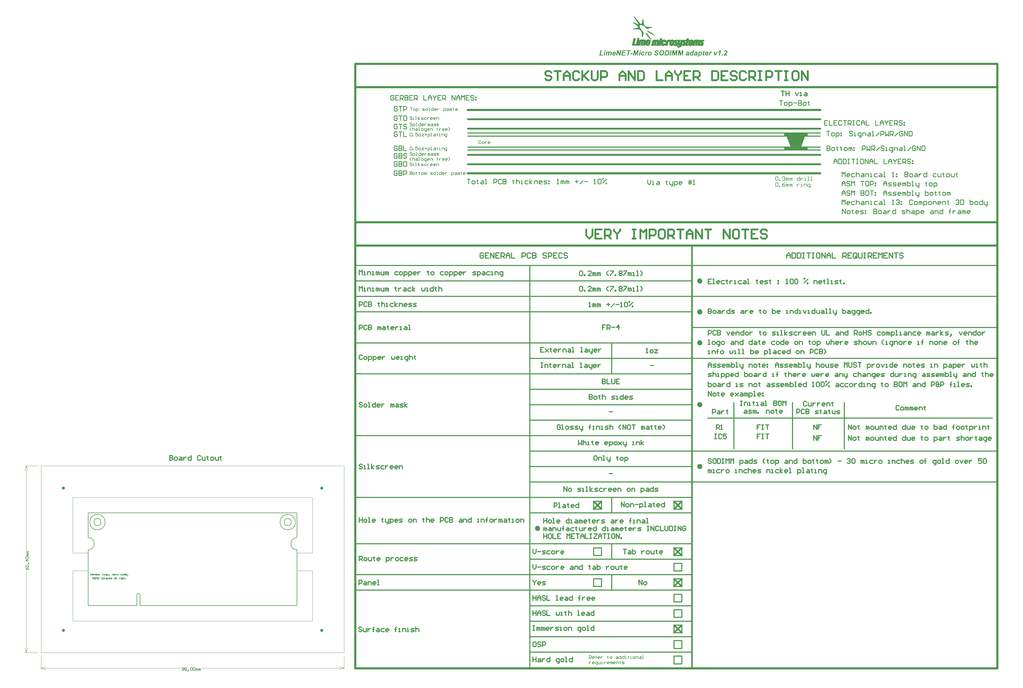
<source format=gm1>
G04*
G04 #@! TF.GenerationSoftware,Altium Limited,Altium Designer,19.0.14 (431)*
G04*
G04 Layer_Color=16711935*
%FSLAX44Y44*%
%MOMM*%
G71*
G01*
G75*
%ADD10C,0.2540*%
%ADD13C,0.3000*%
%ADD14C,0.2000*%
%ADD15C,0.1500*%
%ADD44C,1.0000*%
%ADD45C,0.6000*%
%ADD46C,0.5000*%
%ADD47C,0.0254*%
%ADD48C,0.0260*%
%ADD49C,0.1000*%
%ADD50C,0.7000*%
%ADD51C,0.3500*%
%ADD52C,0.1524*%
G36*
X2328250Y1518250D02*
X2252500D01*
Y1528000D01*
X2328250D01*
Y1518250D01*
D02*
G37*
G36*
X2307125Y1483000D02*
X2328250D01*
Y1473250D01*
X2252500D01*
Y1483000D01*
X2273375D01*
X2260250Y1518000D01*
X2320250D01*
X2307125Y1483000D01*
D02*
G37*
G36*
X1788418Y1792933D02*
X1785168D01*
X1785774Y1795879D01*
X1789046D01*
X1788418Y1792933D01*
D02*
G37*
G36*
X1674648Y1792933D02*
X1671398D01*
X1672005Y1795879D01*
X1675277D01*
X1674648Y1792933D01*
D02*
G37*
G36*
X1840373Y1796161D02*
X1840633Y1796139D01*
X1840915Y1796118D01*
X1841240Y1796074D01*
X1841565Y1796009D01*
X1842301Y1795836D01*
X1842691Y1795728D01*
X1843060Y1795598D01*
X1843428Y1795446D01*
X1843796Y1795251D01*
X1844121Y1795034D01*
X1844446Y1794796D01*
X1844468Y1794774D01*
X1844511Y1794731D01*
X1844598Y1794666D01*
X1844706Y1794558D01*
X1844815Y1794406D01*
X1844966Y1794254D01*
X1845118Y1794059D01*
X1845270Y1793821D01*
X1845421Y1793583D01*
X1845595Y1793301D01*
X1845725Y1792998D01*
X1845876Y1792673D01*
X1845985Y1792326D01*
X1846093Y1791958D01*
X1846180Y1791546D01*
X1846223Y1791134D01*
X1842930Y1791004D01*
Y1791026D01*
Y1791048D01*
X1842908Y1791113D01*
Y1791199D01*
X1842843Y1791416D01*
X1842778Y1791676D01*
X1842670Y1791979D01*
X1842518Y1792283D01*
X1842323Y1792564D01*
X1842063Y1792824D01*
X1842020Y1792846D01*
X1841933Y1792933D01*
X1841760Y1793041D01*
X1841521Y1793149D01*
X1841196Y1793279D01*
X1840828Y1793366D01*
X1840395Y1793453D01*
X1839875Y1793474D01*
X1839637D01*
X1839398Y1793453D01*
X1839095Y1793409D01*
X1838770Y1793344D01*
X1838423Y1793258D01*
X1838120Y1793128D01*
X1837860Y1792954D01*
X1837838Y1792933D01*
X1837773Y1792868D01*
X1837665Y1792759D01*
X1837557Y1792608D01*
X1837448Y1792434D01*
X1837340Y1792218D01*
X1837275Y1791979D01*
X1837253Y1791698D01*
Y1791676D01*
Y1791589D01*
X1837275Y1791438D01*
X1837318Y1791286D01*
X1837383Y1791091D01*
X1837492Y1790896D01*
X1837622Y1790701D01*
X1837795Y1790506D01*
X1837817Y1790484D01*
X1837903Y1790419D01*
X1838077Y1790311D01*
X1838185Y1790246D01*
X1838315Y1790159D01*
X1838467Y1790073D01*
X1838640Y1789986D01*
X1838857Y1789878D01*
X1839073Y1789748D01*
X1839333Y1789639D01*
X1839615Y1789509D01*
X1839918Y1789358D01*
X1840265Y1789206D01*
X1840308Y1789184D01*
X1840395Y1789141D01*
X1840547Y1789076D01*
X1840720Y1788989D01*
X1840958Y1788903D01*
X1841218Y1788773D01*
X1841500Y1788643D01*
X1841803Y1788491D01*
X1842431Y1788166D01*
X1843017Y1787820D01*
X1843298Y1787668D01*
X1843536Y1787495D01*
X1843753Y1787343D01*
X1843926Y1787191D01*
X1843948Y1787169D01*
X1843970Y1787148D01*
X1844035Y1787083D01*
X1844121Y1786974D01*
X1844208Y1786866D01*
X1844295Y1786736D01*
X1844403Y1786584D01*
X1844533Y1786389D01*
X1844750Y1785978D01*
X1844923Y1785458D01*
X1845075Y1784895D01*
X1845096Y1784570D01*
X1845118Y1784245D01*
Y1784223D01*
Y1784158D01*
X1845096Y1784028D01*
Y1783876D01*
X1845075Y1783681D01*
X1845031Y1783465D01*
X1844966Y1783226D01*
X1844901Y1782945D01*
X1844815Y1782663D01*
X1844685Y1782360D01*
X1844555Y1782035D01*
X1844381Y1781731D01*
X1844186Y1781406D01*
X1843948Y1781081D01*
X1843666Y1780778D01*
X1843363Y1780475D01*
X1843341Y1780453D01*
X1843277Y1780410D01*
X1843190Y1780323D01*
X1843038Y1780236D01*
X1842865Y1780106D01*
X1842648Y1779976D01*
X1842388Y1779846D01*
X1842106Y1779695D01*
X1841781Y1779543D01*
X1841413Y1779413D01*
X1841001Y1779283D01*
X1840568Y1779153D01*
X1840113Y1779066D01*
X1839615Y1778980D01*
X1839073Y1778936D01*
X1838510Y1778915D01*
X1838293D01*
X1838142Y1778936D01*
X1837968D01*
X1837752Y1778958D01*
X1837513Y1778980D01*
X1837232Y1779001D01*
X1836668Y1779088D01*
X1836040Y1779218D01*
X1835390Y1779391D01*
X1834783Y1779630D01*
X1834762D01*
X1834718Y1779673D01*
X1834632Y1779695D01*
X1834523Y1779760D01*
X1834393Y1779825D01*
X1834242Y1779933D01*
X1833917Y1780150D01*
X1833548Y1780431D01*
X1833180Y1780778D01*
X1832833Y1781168D01*
X1832682Y1781385D01*
X1832552Y1781623D01*
Y1781645D01*
X1832530Y1781688D01*
X1832487Y1781753D01*
X1832443Y1781861D01*
X1832400Y1781970D01*
X1832357Y1782121D01*
X1832292Y1782295D01*
X1832227Y1782490D01*
X1832118Y1782923D01*
X1832032Y1783421D01*
X1831967Y1783985D01*
Y1784591D01*
X1835238Y1784765D01*
Y1784743D01*
Y1784700D01*
Y1784613D01*
X1835260Y1784505D01*
X1835282Y1784245D01*
X1835325Y1783920D01*
X1835390Y1783551D01*
X1835477Y1783205D01*
X1835607Y1782901D01*
X1835672Y1782750D01*
X1835758Y1782641D01*
X1835802Y1782598D01*
X1835910Y1782511D01*
X1835997Y1782446D01*
X1836105Y1782360D01*
X1836235Y1782295D01*
X1836387Y1782208D01*
X1836560Y1782121D01*
X1836777Y1782056D01*
X1836993Y1781970D01*
X1837253Y1781905D01*
X1837535Y1781861D01*
X1837838Y1781818D01*
X1838163Y1781775D01*
X1838813D01*
X1838943Y1781796D01*
X1839117D01*
X1839463Y1781840D01*
X1839875Y1781926D01*
X1840287Y1782013D01*
X1840655Y1782165D01*
X1840828Y1782251D01*
X1840980Y1782360D01*
X1841023Y1782381D01*
X1841110Y1782468D01*
X1841218Y1782598D01*
X1841370Y1782771D01*
X1841500Y1782988D01*
X1841630Y1783248D01*
X1841716Y1783530D01*
X1841738Y1783833D01*
Y1783876D01*
Y1783963D01*
X1841716Y1784093D01*
X1841651Y1784266D01*
X1841586Y1784461D01*
X1841478Y1784678D01*
X1841326Y1784895D01*
X1841110Y1785090D01*
X1841088Y1785111D01*
X1841023Y1785155D01*
X1840871Y1785241D01*
X1840763Y1785306D01*
X1840655Y1785371D01*
X1840503Y1785458D01*
X1840330Y1785544D01*
X1840135Y1785653D01*
X1839918Y1785761D01*
X1839680Y1785869D01*
X1839398Y1785999D01*
X1839073Y1786151D01*
X1838727Y1786303D01*
X1838705D01*
X1838640Y1786346D01*
X1838553Y1786389D01*
X1838402Y1786454D01*
X1838250Y1786519D01*
X1838077Y1786606D01*
X1837643Y1786801D01*
X1837188Y1787018D01*
X1836712Y1787256D01*
X1836278Y1787495D01*
X1836062Y1787603D01*
X1835888Y1787711D01*
X1835845Y1787733D01*
X1835737Y1787820D01*
X1835585Y1787928D01*
X1835390Y1788101D01*
X1835152Y1788318D01*
X1834913Y1788556D01*
X1834697Y1788838D01*
X1834480Y1789163D01*
X1834458Y1789206D01*
X1834393Y1789314D01*
X1834328Y1789509D01*
X1834242Y1789769D01*
X1834133Y1790073D01*
X1834068Y1790441D01*
X1834003Y1790853D01*
X1833982Y1791286D01*
Y1791308D01*
Y1791373D01*
Y1791481D01*
X1834003Y1791633D01*
X1834025Y1791806D01*
X1834068Y1792023D01*
X1834112Y1792261D01*
X1834177Y1792521D01*
X1834242Y1792781D01*
X1834350Y1793063D01*
X1834480Y1793344D01*
X1834632Y1793648D01*
X1834805Y1793929D01*
X1835000Y1794233D01*
X1835238Y1794514D01*
X1835498Y1794774D01*
X1835520Y1794796D01*
X1835563Y1794839D01*
X1835650Y1794904D01*
X1835780Y1794991D01*
X1835932Y1795099D01*
X1836127Y1795229D01*
X1836365Y1795338D01*
X1836625Y1795489D01*
X1836907Y1795619D01*
X1837232Y1795728D01*
X1837600Y1795858D01*
X1837990Y1795966D01*
X1838423Y1796053D01*
X1838878Y1796118D01*
X1839377Y1796161D01*
X1839897Y1796183D01*
X1840178D01*
X1840373Y1796161D01*
D02*
G37*
G36*
X1982872Y1791568D02*
X1983045Y1791546D01*
X1983218Y1791524D01*
X1983652Y1791416D01*
X1984128Y1791264D01*
X1984388Y1791156D01*
X1984648Y1791026D01*
X1984887Y1790874D01*
X1985147Y1790701D01*
X1985385Y1790506D01*
X1985602Y1790268D01*
X1985623Y1790246D01*
X1985645Y1790203D01*
X1985710Y1790138D01*
X1985775Y1790029D01*
X1985883Y1789878D01*
X1985970Y1789726D01*
X1986078Y1789531D01*
X1986187Y1789293D01*
X1986295Y1789033D01*
X1986403Y1788751D01*
X1986512Y1788426D01*
X1986598Y1788080D01*
X1986663Y1787690D01*
X1986728Y1787278D01*
X1986750Y1786844D01*
X1986772Y1786368D01*
Y1786324D01*
Y1786216D01*
X1986750Y1786043D01*
Y1785826D01*
X1986707Y1785544D01*
X1986663Y1785220D01*
X1986598Y1784851D01*
X1986533Y1784440D01*
X1986425Y1784028D01*
X1986295Y1783573D01*
X1986122Y1783118D01*
X1985927Y1782641D01*
X1985710Y1782186D01*
X1985428Y1781710D01*
X1985125Y1781255D01*
X1984778Y1780821D01*
X1984757Y1780800D01*
X1984692Y1780735D01*
X1984605Y1780648D01*
X1984475Y1780518D01*
X1984302Y1780388D01*
X1984107Y1780215D01*
X1983890Y1780041D01*
X1983630Y1779868D01*
X1983348Y1779695D01*
X1983045Y1779521D01*
X1982698Y1779348D01*
X1982352Y1779218D01*
X1981962Y1779088D01*
X1981572Y1779001D01*
X1981160Y1778936D01*
X1980727Y1778915D01*
X1980618D01*
X1980488Y1778936D01*
X1980337D01*
X1980142Y1778980D01*
X1979904Y1779023D01*
X1979644Y1779066D01*
X1979384Y1779153D01*
X1979080Y1779261D01*
X1978777Y1779391D01*
X1978495Y1779543D01*
X1978192Y1779738D01*
X1977889Y1779955D01*
X1977607Y1780215D01*
X1977347Y1780496D01*
X1977109Y1780843D01*
X1975809Y1774625D01*
X1972559D01*
X1976025Y1791286D01*
X1979102D01*
X1978864Y1790029D01*
X1978885D01*
X1978907Y1790073D01*
X1979037Y1790159D01*
X1979232Y1790311D01*
X1979470Y1790506D01*
X1979752Y1790701D01*
X1980055Y1790896D01*
X1980380Y1791069D01*
X1980705Y1791221D01*
X1980748Y1791243D01*
X1980857Y1791286D01*
X1981030Y1791329D01*
X1981268Y1791416D01*
X1981550Y1791481D01*
X1981853Y1791524D01*
X1982200Y1791568D01*
X1982569Y1791589D01*
X1982742D01*
X1982872Y1791568D01*
D02*
G37*
G36*
X1957631Y1779218D02*
X1954532D01*
X1954792Y1780496D01*
X1954749Y1780453D01*
X1954641Y1780366D01*
X1954467Y1780215D01*
X1954251Y1780020D01*
X1953969Y1779825D01*
X1953687Y1779630D01*
X1953362Y1779435D01*
X1953037Y1779283D01*
X1952994Y1779261D01*
X1952886Y1779218D01*
X1952712Y1779175D01*
X1952474Y1779110D01*
X1952192Y1779023D01*
X1951867Y1778980D01*
X1951499Y1778936D01*
X1951109Y1778915D01*
X1950936D01*
X1950806Y1778936D01*
X1950632Y1778958D01*
X1950459Y1778980D01*
X1950026Y1779066D01*
X1949527Y1779218D01*
X1949289Y1779326D01*
X1949029Y1779456D01*
X1948769Y1779608D01*
X1948531Y1779781D01*
X1948293Y1779976D01*
X1948054Y1780193D01*
X1948033Y1780215D01*
X1948011Y1780258D01*
X1947946Y1780323D01*
X1947881Y1780431D01*
X1947794Y1780561D01*
X1947686Y1780735D01*
X1947578Y1780930D01*
X1947491Y1781146D01*
X1947383Y1781406D01*
X1947274Y1781688D01*
X1947166Y1781991D01*
X1947079Y1782338D01*
X1947014Y1782706D01*
X1946949Y1783096D01*
X1946928Y1783530D01*
X1946906Y1783985D01*
Y1784028D01*
Y1784115D01*
X1946928Y1784266D01*
Y1784483D01*
X1946949Y1784721D01*
X1946992Y1785025D01*
X1947036Y1785371D01*
X1947122Y1785739D01*
X1947209Y1786129D01*
X1947318Y1786541D01*
X1947448Y1786974D01*
X1947599Y1787430D01*
X1947794Y1787885D01*
X1948011Y1788340D01*
X1948271Y1788795D01*
X1948553Y1789228D01*
X1948574Y1789250D01*
X1948639Y1789336D01*
X1948726Y1789444D01*
X1948856Y1789596D01*
X1949029Y1789769D01*
X1949224Y1789986D01*
X1949462Y1790181D01*
X1949722Y1790419D01*
X1950026Y1790636D01*
X1950351Y1790853D01*
X1950719Y1791048D01*
X1951109Y1791221D01*
X1951543Y1791373D01*
X1951976Y1791481D01*
X1952452Y1791568D01*
X1952951Y1791589D01*
X1953059D01*
X1953189Y1791568D01*
X1953362D01*
X1953557Y1791524D01*
X1953796Y1791481D01*
X1954056Y1791416D01*
X1954337Y1791351D01*
X1954619Y1791243D01*
X1954922Y1791113D01*
X1955226Y1790961D01*
X1955529Y1790766D01*
X1955832Y1790549D01*
X1956114Y1790289D01*
X1956396Y1789986D01*
X1956634Y1789639D01*
X1957999Y1795879D01*
X1961271D01*
X1957631Y1779218D01*
D02*
G37*
G36*
X1691505Y1791568D02*
X1691635D01*
X1691765Y1791546D01*
X1692090Y1791481D01*
X1692458Y1791394D01*
X1692826Y1791243D01*
X1693195Y1791048D01*
X1693520Y1790788D01*
X1693563Y1790744D01*
X1693650Y1790636D01*
X1693780Y1790484D01*
X1693931Y1790246D01*
X1694083Y1789943D01*
X1694213Y1789596D01*
X1694300Y1789184D01*
X1694343Y1788729D01*
Y1788708D01*
Y1788599D01*
X1694321Y1788448D01*
X1694300Y1788231D01*
X1694256Y1787928D01*
X1694191Y1787559D01*
X1694105Y1787104D01*
X1693996Y1786563D01*
X1692415Y1779218D01*
X1689165D01*
X1690725Y1786584D01*
Y1786606D01*
X1690746Y1786649D01*
Y1786714D01*
X1690768Y1786801D01*
X1690811Y1787018D01*
X1690876Y1787299D01*
X1690920Y1787559D01*
X1690963Y1787819D01*
X1691006Y1788014D01*
X1691028Y1788101D01*
Y1788144D01*
Y1788166D01*
Y1788231D01*
X1691006Y1788318D01*
X1690985Y1788426D01*
X1690898Y1788686D01*
X1690833Y1788816D01*
X1690725Y1788946D01*
X1690703Y1788968D01*
X1690660Y1788989D01*
X1690595Y1789033D01*
X1690508Y1789098D01*
X1690378Y1789163D01*
X1690205Y1789206D01*
X1690031Y1789228D01*
X1689815Y1789249D01*
X1689685D01*
X1689598Y1789228D01*
X1689381Y1789184D01*
X1689078Y1789098D01*
X1688731Y1788924D01*
X1688558Y1788838D01*
X1688363Y1788708D01*
X1688190Y1788556D01*
X1687995Y1788383D01*
X1687800Y1788188D01*
X1687626Y1787949D01*
X1687605Y1787906D01*
X1687561Y1787841D01*
X1687518Y1787776D01*
X1687453Y1787668D01*
X1687366Y1787538D01*
X1687301Y1787364D01*
X1687215Y1787191D01*
X1687128Y1786974D01*
X1687020Y1786736D01*
X1686933Y1786476D01*
X1686825Y1786173D01*
X1686716Y1785848D01*
X1686630Y1785501D01*
X1686521Y1785111D01*
X1686435Y1784678D01*
X1685287Y1779218D01*
X1682037D01*
X1683553Y1786519D01*
Y1786541D01*
X1683575Y1786584D01*
Y1786628D01*
X1683597Y1786714D01*
X1683640Y1786931D01*
X1683683Y1787191D01*
X1683727Y1787473D01*
X1683770Y1787733D01*
X1683813Y1787971D01*
Y1788144D01*
Y1788166D01*
Y1788231D01*
X1683792Y1788318D01*
X1683770Y1788426D01*
X1683727Y1788534D01*
X1683683Y1788686D01*
X1683597Y1788794D01*
X1683488Y1788924D01*
X1683467Y1788946D01*
X1683423Y1788968D01*
X1683358Y1789033D01*
X1683250Y1789098D01*
X1683120Y1789141D01*
X1682968Y1789206D01*
X1682795Y1789228D01*
X1682600Y1789249D01*
X1682513D01*
X1682405Y1789228D01*
X1682253Y1789206D01*
X1682102Y1789163D01*
X1681907Y1789119D01*
X1681712Y1789033D01*
X1681495Y1788924D01*
X1681473Y1788903D01*
X1681408Y1788859D01*
X1681300Y1788794D01*
X1681170Y1788686D01*
X1680997Y1788556D01*
X1680845Y1788404D01*
X1680672Y1788231D01*
X1680498Y1788036D01*
X1680477Y1788014D01*
X1680433Y1787928D01*
X1680347Y1787819D01*
X1680238Y1787646D01*
X1680130Y1787451D01*
X1680000Y1787213D01*
X1679892Y1786931D01*
X1679762Y1786606D01*
Y1786584D01*
X1679740Y1786519D01*
X1679697Y1786389D01*
X1679653Y1786216D01*
X1679610Y1785978D01*
X1679523Y1785653D01*
X1679480Y1785458D01*
X1679437Y1785241D01*
X1679393Y1785003D01*
X1679328Y1784743D01*
X1678158Y1779218D01*
X1674908D01*
X1677422Y1791286D01*
X1680498D01*
X1680195Y1789813D01*
X1680217Y1789834D01*
X1680282Y1789899D01*
X1680368Y1789986D01*
X1680498Y1790094D01*
X1680672Y1790224D01*
X1680867Y1790376D01*
X1681083Y1790528D01*
X1681343Y1790701D01*
X1681603Y1790874D01*
X1681907Y1791026D01*
X1682535Y1791308D01*
X1682882Y1791416D01*
X1683228Y1791524D01*
X1683597Y1791568D01*
X1683965Y1791589D01*
X1684203D01*
X1684442Y1791568D01*
X1684745Y1791524D01*
X1685092Y1791438D01*
X1685438Y1791351D01*
X1685785Y1791199D01*
X1686088Y1791004D01*
X1686131Y1790983D01*
X1686196Y1790896D01*
X1686326Y1790766D01*
X1686478Y1790593D01*
X1686630Y1790376D01*
X1686803Y1790094D01*
X1686933Y1789791D01*
X1687020Y1789423D01*
Y1789444D01*
X1687041Y1789466D01*
X1687128Y1789574D01*
X1687280Y1789748D01*
X1687475Y1789964D01*
X1687735Y1790203D01*
X1688038Y1790463D01*
X1688407Y1790723D01*
X1688818Y1790961D01*
X1688840D01*
X1688883Y1790983D01*
X1688926Y1791026D01*
X1689035Y1791069D01*
X1689251Y1791156D01*
X1689576Y1791286D01*
X1689945Y1791394D01*
X1690356Y1791503D01*
X1690811Y1791568D01*
X1691266Y1791589D01*
X1691396D01*
X1691505Y1791568D01*
D02*
G37*
G36*
X2017386Y1791568D02*
X2017581Y1791546D01*
X2017798Y1791503D01*
X2018058Y1791438D01*
X2018339Y1791351D01*
X2018643Y1791221D01*
X2017386Y1788556D01*
X2017364D01*
X2017299Y1788578D01*
X2017213Y1788621D01*
X2017104Y1788643D01*
X2016953Y1788686D01*
X2016801Y1788708D01*
X2016433Y1788730D01*
X2016281D01*
X2016129Y1788686D01*
X2015913Y1788643D01*
X2015653Y1788578D01*
X2015349Y1788448D01*
X2015046Y1788296D01*
X2014721Y1788080D01*
X2014678Y1788058D01*
X2014569Y1787971D01*
X2014418Y1787820D01*
X2014223Y1787625D01*
X2014006Y1787386D01*
X2013789Y1787083D01*
X2013551Y1786758D01*
X2013356Y1786368D01*
Y1786346D01*
X2013335Y1786324D01*
X2013313Y1786259D01*
X2013270Y1786173D01*
X2013226Y1786043D01*
X2013183Y1785913D01*
X2013118Y1785739D01*
X2013053Y1785544D01*
X2012966Y1785328D01*
X2012901Y1785068D01*
X2012814Y1784808D01*
X2012728Y1784505D01*
X2012641Y1784158D01*
X2012554Y1783790D01*
X2012468Y1783400D01*
X2012381Y1782988D01*
X2011601Y1779218D01*
X2008351D01*
X2010865Y1791286D01*
X2013919D01*
X2013421Y1788968D01*
X2013443Y1788990D01*
X2013508Y1789076D01*
X2013594Y1789206D01*
X2013724Y1789379D01*
X2013876Y1789574D01*
X2014071Y1789791D01*
X2014288Y1790029D01*
X2014526Y1790289D01*
X2014786Y1790528D01*
X2015068Y1790766D01*
X2015393Y1790983D01*
X2015718Y1791178D01*
X2016043Y1791351D01*
X2016389Y1791481D01*
X2016758Y1791568D01*
X2017126Y1791589D01*
X2017256D01*
X2017386Y1791568D01*
D02*
G37*
G36*
X1810560Y1791568D02*
X1810755Y1791546D01*
X1810972Y1791503D01*
X1811232Y1791438D01*
X1811514Y1791351D01*
X1811817Y1791221D01*
X1810560Y1788556D01*
X1810539D01*
X1810474Y1788578D01*
X1810387Y1788621D01*
X1810279Y1788643D01*
X1810127Y1788686D01*
X1809975Y1788708D01*
X1809607Y1788729D01*
X1809456D01*
X1809304Y1788686D01*
X1809087Y1788643D01*
X1808827Y1788578D01*
X1808524Y1788448D01*
X1808221Y1788296D01*
X1807896Y1788080D01*
X1807852Y1788058D01*
X1807744Y1787971D01*
X1807592Y1787820D01*
X1807397Y1787625D01*
X1807181Y1787386D01*
X1806964Y1787083D01*
X1806726Y1786758D01*
X1806531Y1786368D01*
Y1786346D01*
X1806509Y1786324D01*
X1806487Y1786259D01*
X1806444Y1786173D01*
X1806401Y1786043D01*
X1806357Y1785913D01*
X1806292Y1785739D01*
X1806227Y1785544D01*
X1806141Y1785328D01*
X1806076Y1785068D01*
X1805989Y1784808D01*
X1805902Y1784505D01*
X1805816Y1784158D01*
X1805729Y1783790D01*
X1805642Y1783400D01*
X1805556Y1782988D01*
X1804776Y1779218D01*
X1801526D01*
X1804039Y1791286D01*
X1807094D01*
X1806596Y1788968D01*
X1806617Y1788989D01*
X1806682Y1789076D01*
X1806769Y1789206D01*
X1806899Y1789379D01*
X1807051Y1789574D01*
X1807246Y1789791D01*
X1807462Y1790029D01*
X1807701Y1790289D01*
X1807961Y1790528D01*
X1808242Y1790766D01*
X1808567Y1790983D01*
X1808892Y1791178D01*
X1809217Y1791351D01*
X1809564Y1791481D01*
X1809932Y1791568D01*
X1810300Y1791589D01*
X1810430D01*
X1810560Y1791568D01*
D02*
G37*
G36*
X1796456D02*
X1796651Y1791546D01*
X1796846Y1791524D01*
X1797084Y1791503D01*
X1797344Y1791459D01*
X1797886Y1791308D01*
X1798449Y1791113D01*
X1798731Y1790983D01*
X1799012Y1790831D01*
X1799272Y1790658D01*
X1799511Y1790463D01*
X1799532Y1790441D01*
X1799576Y1790419D01*
X1799641Y1790354D01*
X1799706Y1790268D01*
X1799814Y1790138D01*
X1799922Y1790008D01*
X1800052Y1789856D01*
X1800182Y1789683D01*
X1800421Y1789249D01*
X1800659Y1788751D01*
X1800854Y1788166D01*
X1800919Y1787841D01*
X1800962Y1787516D01*
X1797864Y1787191D01*
Y1787213D01*
Y1787234D01*
X1797842Y1787365D01*
X1797799Y1787538D01*
X1797734Y1787755D01*
X1797647Y1788015D01*
X1797539Y1788253D01*
X1797409Y1788491D01*
X1797236Y1788686D01*
X1797214Y1788708D01*
X1797149Y1788773D01*
X1797041Y1788838D01*
X1796889Y1788946D01*
X1796694Y1789033D01*
X1796478Y1789098D01*
X1796217Y1789163D01*
X1795914Y1789184D01*
X1795762D01*
X1795567Y1789141D01*
X1795329Y1789098D01*
X1795069Y1789011D01*
X1794766Y1788881D01*
X1794441Y1788708D01*
X1794138Y1788469D01*
X1794094Y1788426D01*
X1794008Y1788340D01*
X1793856Y1788166D01*
X1793683Y1787928D01*
X1793488Y1787646D01*
X1793271Y1787278D01*
X1793076Y1786844D01*
X1792903Y1786346D01*
Y1786324D01*
X1792881Y1786281D01*
X1792859Y1786216D01*
X1792838Y1786108D01*
X1792794Y1785978D01*
X1792773Y1785826D01*
X1792686Y1785479D01*
X1792599Y1785090D01*
X1792534Y1784635D01*
X1792491Y1784180D01*
X1792469Y1783703D01*
Y1783681D01*
Y1783660D01*
Y1783530D01*
X1792491Y1783335D01*
X1792534Y1783096D01*
X1792599Y1782815D01*
X1792686Y1782533D01*
X1792816Y1782273D01*
X1792989Y1782035D01*
X1793011Y1782013D01*
X1793076Y1781948D01*
X1793206Y1781861D01*
X1793358Y1781753D01*
X1793531Y1781645D01*
X1793748Y1781558D01*
X1794008Y1781493D01*
X1794289Y1781471D01*
X1794419D01*
X1794571Y1781493D01*
X1794766Y1781536D01*
X1795004Y1781601D01*
X1795264Y1781710D01*
X1795524Y1781840D01*
X1795806Y1782035D01*
X1795849Y1782056D01*
X1795936Y1782143D01*
X1796066Y1782273D01*
X1796217Y1782468D01*
X1796413Y1782706D01*
X1796608Y1782988D01*
X1796781Y1783335D01*
X1796954Y1783746D01*
X1800117Y1783226D01*
Y1783205D01*
X1800074Y1783140D01*
X1800031Y1783031D01*
X1799966Y1782880D01*
X1799879Y1782706D01*
X1799792Y1782490D01*
X1799662Y1782273D01*
X1799532Y1782035D01*
X1799186Y1781515D01*
X1798796Y1780973D01*
X1798319Y1780453D01*
X1798059Y1780215D01*
X1797777Y1779998D01*
X1797756Y1779976D01*
X1797712Y1779955D01*
X1797626Y1779890D01*
X1797517Y1779825D01*
X1797366Y1779738D01*
X1797192Y1779651D01*
X1796997Y1779565D01*
X1796759Y1779456D01*
X1796521Y1779348D01*
X1796239Y1779261D01*
X1795654Y1779088D01*
X1794982Y1778958D01*
X1794614Y1778936D01*
X1794246Y1778915D01*
X1794029D01*
X1793856Y1778936D01*
X1793661Y1778958D01*
X1793444Y1778980D01*
X1793184Y1779023D01*
X1792924Y1779088D01*
X1792339Y1779240D01*
X1792036Y1779370D01*
X1791733Y1779500D01*
X1791429Y1779651D01*
X1791126Y1779825D01*
X1790844Y1780041D01*
X1790584Y1780280D01*
X1790563Y1780301D01*
X1790519Y1780345D01*
X1790454Y1780431D01*
X1790368Y1780540D01*
X1790281Y1780670D01*
X1790151Y1780843D01*
X1790043Y1781038D01*
X1789913Y1781276D01*
X1789783Y1781536D01*
X1789674Y1781818D01*
X1789544Y1782121D01*
X1789458Y1782468D01*
X1789371Y1782836D01*
X1789306Y1783226D01*
X1789263Y1783638D01*
X1789241Y1784071D01*
Y1784093D01*
Y1784158D01*
Y1784266D01*
X1789263Y1784418D01*
Y1784591D01*
X1789284Y1784786D01*
X1789306Y1785025D01*
X1789349Y1785284D01*
X1789436Y1785848D01*
X1789588Y1786476D01*
X1789783Y1787126D01*
X1790043Y1787798D01*
Y1787820D01*
X1790086Y1787885D01*
X1790129Y1787971D01*
X1790194Y1788080D01*
X1790281Y1788231D01*
X1790389Y1788404D01*
X1790671Y1788794D01*
X1791018Y1789249D01*
X1791429Y1789704D01*
X1791928Y1790159D01*
X1792513Y1790571D01*
X1792534Y1790593D01*
X1792578Y1790614D01*
X1792686Y1790658D01*
X1792794Y1790723D01*
X1792946Y1790809D01*
X1793141Y1790896D01*
X1793336Y1790983D01*
X1793574Y1791091D01*
X1793834Y1791178D01*
X1794116Y1791264D01*
X1794722Y1791438D01*
X1795394Y1791546D01*
X1795741Y1791589D01*
X1796326D01*
X1796456Y1791568D01*
D02*
G37*
G36*
X1721967Y1779218D02*
X1718783D01*
X1714254Y1790419D01*
X1711914Y1779218D01*
X1708729D01*
X1712196Y1795879D01*
X1715403D01*
X1719931Y1784721D01*
X1722249Y1795879D01*
X1725456D01*
X1721967Y1779218D01*
D02*
G37*
G36*
X1923701Y1779218D02*
X1920603D01*
X1923485Y1793041D01*
X1917310Y1779218D01*
X1914060D01*
X1913432Y1793128D01*
X1910810Y1779218D01*
X1907712D01*
X1911178Y1795879D01*
X1916075D01*
X1916595Y1784396D01*
X1921816Y1795879D01*
X1926735D01*
X1923701Y1779218D01*
D02*
G37*
G36*
X1904310D02*
X1901212D01*
X1904093Y1793041D01*
X1897919Y1779218D01*
X1894669D01*
X1894040Y1793128D01*
X1891419Y1779218D01*
X1888320D01*
X1891787Y1795879D01*
X1896684D01*
X1897204Y1784396D01*
X1902425Y1795879D01*
X1907343D01*
X1904310Y1779218D01*
D02*
G37*
G36*
X1778928Y1779218D02*
X1775830D01*
X1778711Y1793041D01*
X1772536Y1779218D01*
X1769286D01*
X1768658Y1793128D01*
X1766036Y1779218D01*
X1762938D01*
X1766405Y1795879D01*
X1771301D01*
X1771821Y1784396D01*
X1777043Y1795879D01*
X1781961D01*
X1778928Y1779218D01*
D02*
G37*
G36*
X1761487Y1783660D02*
X1755160D01*
X1755788Y1786801D01*
X1762115D01*
X1761487Y1783660D01*
D02*
G37*
G36*
X2030061Y1779218D02*
X2027244D01*
X2024839Y1791286D01*
X2028046D01*
X2028891Y1786021D01*
Y1786000D01*
X2028913Y1785935D01*
X2028934Y1785826D01*
X2028956Y1785675D01*
X2028978Y1785501D01*
X2028999Y1785306D01*
X2029064Y1784873D01*
X2029151Y1784396D01*
X2029216Y1783920D01*
X2029237Y1783703D01*
X2029259Y1783508D01*
X2029281Y1783335D01*
X2029302Y1783183D01*
X2029324Y1783226D01*
X2029367Y1783313D01*
X2029454Y1783421D01*
X2029541Y1783616D01*
X2029692Y1783876D01*
X2029779Y1784028D01*
X2029866Y1784201D01*
X2029974Y1784418D01*
X2030104Y1784635D01*
Y1784656D01*
X2030126Y1784700D01*
X2030169Y1784765D01*
X2030212Y1784830D01*
X2030342Y1785046D01*
X2030472Y1785306D01*
X2030624Y1785588D01*
X2030754Y1785826D01*
X2030862Y1786043D01*
X2030906Y1786129D01*
X2030949Y1786194D01*
X2033961Y1791286D01*
X2037492D01*
X2030061Y1779218D01*
D02*
G37*
G36*
X2064098Y1795944D02*
X2064293Y1795923D01*
X2064510Y1795901D01*
X2064770Y1795858D01*
X2065052Y1795814D01*
X2065637Y1795663D01*
X2065940Y1795554D01*
X2066243Y1795424D01*
X2066547Y1795273D01*
X2066828Y1795121D01*
X2067110Y1794904D01*
X2067370Y1794688D01*
X2067392Y1794666D01*
X2067435Y1794623D01*
X2067500Y1794558D01*
X2067587Y1794471D01*
X2067673Y1794341D01*
X2067803Y1794189D01*
X2067912Y1794016D01*
X2068042Y1793821D01*
X2068172Y1793604D01*
X2068280Y1793344D01*
X2068497Y1792803D01*
X2068583Y1792499D01*
X2068648Y1792174D01*
X2068692Y1791849D01*
X2068713Y1791481D01*
Y1791438D01*
Y1791308D01*
X2068692Y1791113D01*
X2068670Y1790853D01*
X2068605Y1790549D01*
X2068540Y1790224D01*
X2068432Y1789856D01*
X2068302Y1789488D01*
X2068280Y1789444D01*
X2068215Y1789315D01*
X2068128Y1789120D01*
X2067977Y1788860D01*
X2067803Y1788535D01*
X2067565Y1788188D01*
X2067283Y1787820D01*
X2066958Y1787408D01*
X2066937Y1787365D01*
X2066828Y1787256D01*
X2066655Y1787083D01*
X2066438Y1786844D01*
X2066135Y1786519D01*
X2065745Y1786151D01*
X2065290Y1785696D01*
X2064748Y1785198D01*
X2064727Y1785176D01*
X2064683Y1785133D01*
X2064597Y1785068D01*
X2064510Y1784981D01*
X2064250Y1784721D01*
X2063925Y1784440D01*
X2063600Y1784115D01*
X2063253Y1783790D01*
X2062972Y1783508D01*
X2062842Y1783378D01*
X2062733Y1783270D01*
X2062712Y1783248D01*
X2062647Y1783183D01*
X2062560Y1783075D01*
X2062430Y1782945D01*
X2062278Y1782771D01*
X2062127Y1782598D01*
X2061802Y1782186D01*
X2067587D01*
X2066980Y1779218D01*
X2056840D01*
Y1779240D01*
Y1779283D01*
X2056862Y1779348D01*
X2056884Y1779435D01*
X2056927Y1779651D01*
X2056992Y1779955D01*
X2057079Y1780323D01*
X2057209Y1780713D01*
X2057360Y1781125D01*
X2057555Y1781536D01*
Y1781558D01*
X2057577Y1781580D01*
X2057620Y1781645D01*
X2057664Y1781731D01*
X2057772Y1781948D01*
X2057945Y1782230D01*
X2058140Y1782533D01*
X2058378Y1782880D01*
X2058638Y1783248D01*
X2058942Y1783616D01*
Y1783638D01*
X2058985Y1783660D01*
X2059028Y1783725D01*
X2059115Y1783790D01*
X2059202Y1783898D01*
X2059332Y1784028D01*
X2059483Y1784180D01*
X2059635Y1784353D01*
X2059852Y1784570D01*
X2060068Y1784786D01*
X2060307Y1785046D01*
X2060588Y1785328D01*
X2060913Y1785631D01*
X2061238Y1785956D01*
X2061607Y1786303D01*
X2062018Y1786693D01*
X2062040Y1786714D01*
X2062083Y1786758D01*
X2062170Y1786844D01*
X2062278Y1786953D01*
X2062430Y1787083D01*
X2062582Y1787234D01*
X2062907Y1787560D01*
X2063275Y1787928D01*
X2063622Y1788275D01*
X2063925Y1788578D01*
X2064033Y1788686D01*
X2064142Y1788795D01*
X2064185Y1788838D01*
X2064272Y1788946D01*
X2064402Y1789120D01*
X2064575Y1789315D01*
X2064748Y1789553D01*
X2064922Y1789813D01*
X2065095Y1790073D01*
X2065225Y1790333D01*
X2065247Y1790354D01*
X2065268Y1790441D01*
X2065312Y1790571D01*
X2065377Y1790723D01*
X2065442Y1790896D01*
X2065485Y1791091D01*
X2065507Y1791308D01*
X2065528Y1791503D01*
Y1791546D01*
Y1791654D01*
X2065507Y1791806D01*
X2065463Y1792001D01*
X2065398Y1792218D01*
X2065312Y1792434D01*
X2065203Y1792651D01*
X2065030Y1792868D01*
X2065008Y1792889D01*
X2064943Y1792954D01*
X2064835Y1793041D01*
X2064683Y1793149D01*
X2064510Y1793236D01*
X2064293Y1793323D01*
X2064055Y1793388D01*
X2063773Y1793409D01*
X2063643D01*
X2063492Y1793388D01*
X2063318Y1793344D01*
X2063102Y1793258D01*
X2062863Y1793149D01*
X2062625Y1792998D01*
X2062408Y1792803D01*
X2062387Y1792781D01*
X2062322Y1792694D01*
X2062213Y1792543D01*
X2062083Y1792326D01*
X2061953Y1792023D01*
X2061823Y1791676D01*
X2061672Y1791221D01*
X2061628Y1790983D01*
X2061563Y1790701D01*
X2058378Y1791178D01*
Y1791199D01*
X2058400Y1791286D01*
X2058422Y1791394D01*
X2058465Y1791568D01*
X2058508Y1791763D01*
X2058573Y1791979D01*
X2058638Y1792218D01*
X2058747Y1792499D01*
X2058985Y1793063D01*
X2059288Y1793648D01*
X2059462Y1793951D01*
X2059678Y1794233D01*
X2059895Y1794493D01*
X2060155Y1794731D01*
X2060177Y1794753D01*
X2060220Y1794774D01*
X2060307Y1794839D01*
X2060415Y1794926D01*
X2060545Y1795013D01*
X2060718Y1795121D01*
X2060913Y1795229D01*
X2061130Y1795359D01*
X2061390Y1795468D01*
X2061650Y1795576D01*
X2061953Y1795684D01*
X2062257Y1795771D01*
X2062603Y1795858D01*
X2062950Y1795923D01*
X2063318Y1795944D01*
X2063708Y1795966D01*
X2063925D01*
X2064098Y1795944D01*
D02*
G37*
G36*
X2053265Y1779218D02*
X2050037D01*
X2050665Y1782360D01*
X2053894D01*
X2053265Y1779218D01*
D02*
G37*
G36*
X2044382D02*
X2041111D01*
X2043515Y1790744D01*
X2043494D01*
X2043472Y1790723D01*
X2043407Y1790679D01*
X2043342Y1790636D01*
X2043125Y1790506D01*
X2042844Y1790333D01*
X2042497Y1790159D01*
X2042086Y1789943D01*
X2041652Y1789748D01*
X2041154Y1789531D01*
X2041132D01*
X2041089Y1789509D01*
X2041024Y1789488D01*
X2040937Y1789444D01*
X2040677Y1789358D01*
X2040374Y1789228D01*
X2040005Y1789120D01*
X2039594Y1788990D01*
X2039182Y1788860D01*
X2038792Y1788773D01*
X2039399Y1791676D01*
X2039421D01*
X2039442Y1791698D01*
X2039507Y1791719D01*
X2039594Y1791763D01*
X2039811Y1791871D01*
X2040092Y1792001D01*
X2040439Y1792174D01*
X2040851Y1792391D01*
X2041306Y1792629D01*
X2041782Y1792911D01*
X2042302Y1793214D01*
X2042844Y1793539D01*
X2043385Y1793886D01*
X2043927Y1794254D01*
X2044469Y1794666D01*
X2044967Y1795078D01*
X2045465Y1795511D01*
X2045920Y1795966D01*
X2047892D01*
X2044382Y1779218D01*
D02*
G37*
G36*
X1967987Y1791568D02*
X1968182D01*
X1968399Y1791546D01*
X1968637Y1791503D01*
X1968897Y1791481D01*
X1969460Y1791351D01*
X1970045Y1791178D01*
X1970587Y1790961D01*
X1970825Y1790809D01*
X1971042Y1790636D01*
X1971064D01*
X1971085Y1790593D01*
X1971215Y1790463D01*
X1971389Y1790268D01*
X1971605Y1790008D01*
X1971822Y1789661D01*
X1971995Y1789271D01*
X1972125Y1788838D01*
X1972147Y1788600D01*
X1972169Y1788340D01*
Y1788318D01*
Y1788253D01*
Y1788145D01*
X1972147Y1787993D01*
Y1787820D01*
X1972125Y1787625D01*
X1972060Y1787169D01*
Y1787148D01*
X1972039Y1787104D01*
Y1787039D01*
X1972017Y1786953D01*
X1971995Y1786844D01*
X1971974Y1786714D01*
X1971952Y1786541D01*
X1971909Y1786346D01*
X1971865Y1786129D01*
X1971800Y1785869D01*
X1971735Y1785566D01*
X1971670Y1785220D01*
X1971584Y1784851D01*
X1971497Y1784418D01*
X1971389Y1783963D01*
Y1783941D01*
X1971367Y1783876D01*
X1971345Y1783768D01*
X1971324Y1783616D01*
X1971280Y1783443D01*
X1971237Y1783226D01*
X1971150Y1782771D01*
X1971064Y1782273D01*
X1970977Y1781775D01*
X1970934Y1781320D01*
X1970912Y1781103D01*
Y1780930D01*
Y1780886D01*
Y1780800D01*
X1970934Y1780626D01*
X1970955Y1780431D01*
X1970977Y1780171D01*
X1971020Y1779890D01*
X1971085Y1779565D01*
X1971172Y1779218D01*
X1968009D01*
Y1779240D01*
X1967987Y1779326D01*
X1967944Y1779456D01*
X1967900Y1779630D01*
X1967857Y1779825D01*
X1967835Y1780063D01*
X1967770Y1780561D01*
X1967727Y1780518D01*
X1967640Y1780431D01*
X1967489Y1780301D01*
X1967294Y1780128D01*
X1967034Y1779933D01*
X1966752Y1779716D01*
X1966449Y1779521D01*
X1966102Y1779348D01*
X1966059Y1779326D01*
X1965950Y1779283D01*
X1965755Y1779218D01*
X1965517Y1779131D01*
X1965235Y1779045D01*
X1964932Y1778980D01*
X1964586Y1778936D01*
X1964239Y1778915D01*
X1964087D01*
X1964001Y1778936D01*
X1963871D01*
X1963719Y1778958D01*
X1963372Y1779045D01*
X1962982Y1779153D01*
X1962570Y1779326D01*
X1962159Y1779565D01*
X1961964Y1779716D01*
X1961769Y1779890D01*
Y1779911D01*
X1961726Y1779933D01*
X1961682Y1779998D01*
X1961617Y1780063D01*
X1961466Y1780280D01*
X1961292Y1780583D01*
X1961097Y1780951D01*
X1960946Y1781385D01*
X1960837Y1781883D01*
X1960816Y1782143D01*
X1960794Y1782425D01*
Y1782446D01*
Y1782511D01*
Y1782598D01*
X1960816Y1782706D01*
X1960837Y1782858D01*
X1960859Y1783031D01*
X1960924Y1783421D01*
X1961054Y1783855D01*
X1961249Y1784331D01*
X1961357Y1784548D01*
X1961509Y1784786D01*
X1961661Y1785003D01*
X1961856Y1785198D01*
X1961877Y1785220D01*
X1961899Y1785241D01*
X1961964Y1785306D01*
X1962072Y1785371D01*
X1962202Y1785436D01*
X1962354Y1785544D01*
X1962527Y1785631D01*
X1962744Y1785739D01*
X1962982Y1785848D01*
X1963264Y1785956D01*
X1963589Y1786064D01*
X1963936Y1786173D01*
X1964326Y1786259D01*
X1964737Y1786346D01*
X1965192Y1786411D01*
X1965690Y1786454D01*
X1965799D01*
X1965907Y1786476D01*
X1966059Y1786498D01*
X1966254Y1786519D01*
X1966470Y1786541D01*
X1966969Y1786584D01*
X1967489Y1786649D01*
X1967987Y1786736D01*
X1968225Y1786779D01*
X1968464Y1786823D01*
X1968637Y1786888D01*
X1968810Y1786931D01*
Y1786953D01*
X1968854Y1787039D01*
X1968875Y1787169D01*
X1968919Y1787321D01*
X1968984Y1787668D01*
X1969027Y1787841D01*
Y1788015D01*
Y1788036D01*
Y1788101D01*
X1969005Y1788188D01*
X1968984Y1788318D01*
X1968919Y1788448D01*
X1968854Y1788600D01*
X1968745Y1788751D01*
X1968594Y1788881D01*
X1968572Y1788903D01*
X1968507Y1788946D01*
X1968420Y1788990D01*
X1968290Y1789076D01*
X1968117Y1789141D01*
X1967900Y1789185D01*
X1967640Y1789228D01*
X1967337Y1789250D01*
X1967185D01*
X1967034Y1789228D01*
X1966839Y1789206D01*
X1966622Y1789163D01*
X1966384Y1789098D01*
X1966167Y1789011D01*
X1965950Y1788881D01*
X1965929Y1788860D01*
X1965864Y1788816D01*
X1965777Y1788730D01*
X1965690Y1788621D01*
X1965560Y1788491D01*
X1965452Y1788318D01*
X1965365Y1788123D01*
X1965279Y1787906D01*
X1962094Y1788166D01*
Y1788188D01*
X1962116Y1788231D01*
X1962159Y1788318D01*
X1962202Y1788426D01*
X1962267Y1788556D01*
X1962332Y1788730D01*
X1962527Y1789076D01*
X1962787Y1789488D01*
X1963112Y1789899D01*
X1963502Y1790311D01*
X1963979Y1790679D01*
X1964001Y1790701D01*
X1964044Y1790723D01*
X1964131Y1790766D01*
X1964239Y1790831D01*
X1964369Y1790896D01*
X1964521Y1790961D01*
X1964716Y1791048D01*
X1964954Y1791134D01*
X1965192Y1791221D01*
X1965452Y1791308D01*
X1965755Y1791373D01*
X1966080Y1791438D01*
X1966427Y1791503D01*
X1966796Y1791546D01*
X1967185Y1791589D01*
X1967814D01*
X1967987Y1791568D01*
D02*
G37*
G36*
X1940839D02*
X1941034D01*
X1941251Y1791546D01*
X1941489Y1791503D01*
X1941749Y1791481D01*
X1942313Y1791351D01*
X1942898Y1791178D01*
X1943439Y1790961D01*
X1943678Y1790809D01*
X1943894Y1790636D01*
X1943916D01*
X1943938Y1790593D01*
X1944068Y1790463D01*
X1944241Y1790268D01*
X1944458Y1790008D01*
X1944674Y1789661D01*
X1944848Y1789271D01*
X1944978Y1788838D01*
X1944999Y1788600D01*
X1945021Y1788340D01*
Y1788318D01*
Y1788253D01*
Y1788145D01*
X1944999Y1787993D01*
Y1787820D01*
X1944978Y1787625D01*
X1944913Y1787169D01*
Y1787148D01*
X1944891Y1787104D01*
Y1787039D01*
X1944869Y1786953D01*
X1944848Y1786844D01*
X1944826Y1786714D01*
X1944804Y1786541D01*
X1944761Y1786346D01*
X1944718Y1786129D01*
X1944653Y1785869D01*
X1944588Y1785566D01*
X1944523Y1785220D01*
X1944436Y1784851D01*
X1944349Y1784418D01*
X1944241Y1783963D01*
Y1783941D01*
X1944219Y1783876D01*
X1944198Y1783768D01*
X1944176Y1783616D01*
X1944133Y1783443D01*
X1944089Y1783226D01*
X1944003Y1782771D01*
X1943916Y1782273D01*
X1943829Y1781775D01*
X1943786Y1781320D01*
X1943764Y1781103D01*
Y1780930D01*
Y1780886D01*
Y1780800D01*
X1943786Y1780626D01*
X1943808Y1780431D01*
X1943829Y1780171D01*
X1943873Y1779890D01*
X1943938Y1779565D01*
X1944024Y1779218D01*
X1940861D01*
Y1779240D01*
X1940839Y1779326D01*
X1940796Y1779456D01*
X1940753Y1779630D01*
X1940709Y1779825D01*
X1940688Y1780063D01*
X1940623Y1780561D01*
X1940579Y1780518D01*
X1940493Y1780431D01*
X1940341Y1780301D01*
X1940146Y1780128D01*
X1939886Y1779933D01*
X1939604Y1779716D01*
X1939301Y1779521D01*
X1938954Y1779348D01*
X1938911Y1779326D01*
X1938803Y1779283D01*
X1938608Y1779218D01*
X1938369Y1779131D01*
X1938088Y1779045D01*
X1937784Y1778980D01*
X1937438Y1778936D01*
X1937091Y1778915D01*
X1936939D01*
X1936853Y1778936D01*
X1936723D01*
X1936571Y1778958D01*
X1936224Y1779045D01*
X1935835Y1779153D01*
X1935423Y1779326D01*
X1935011Y1779565D01*
X1934816Y1779716D01*
X1934621Y1779890D01*
Y1779911D01*
X1934578Y1779933D01*
X1934534Y1779998D01*
X1934469Y1780063D01*
X1934318Y1780280D01*
X1934144Y1780583D01*
X1933949Y1780951D01*
X1933798Y1781385D01*
X1933690Y1781883D01*
X1933668Y1782143D01*
X1933646Y1782425D01*
Y1782446D01*
Y1782511D01*
Y1782598D01*
X1933668Y1782706D01*
X1933690Y1782858D01*
X1933711Y1783031D01*
X1933776Y1783421D01*
X1933906Y1783855D01*
X1934101Y1784331D01*
X1934209Y1784548D01*
X1934361Y1784786D01*
X1934513Y1785003D01*
X1934708Y1785198D01*
X1934729Y1785220D01*
X1934751Y1785241D01*
X1934816Y1785306D01*
X1934924Y1785371D01*
X1935054Y1785436D01*
X1935206Y1785544D01*
X1935379Y1785631D01*
X1935596Y1785739D01*
X1935835Y1785848D01*
X1936116Y1785956D01*
X1936441Y1786064D01*
X1936788Y1786173D01*
X1937178Y1786259D01*
X1937589Y1786346D01*
X1938044Y1786411D01*
X1938543Y1786454D01*
X1938651D01*
X1938759Y1786476D01*
X1938911Y1786498D01*
X1939106Y1786519D01*
X1939323Y1786541D01*
X1939821Y1786584D01*
X1940341Y1786649D01*
X1940839Y1786736D01*
X1941078Y1786779D01*
X1941316Y1786823D01*
X1941489Y1786888D01*
X1941663Y1786931D01*
Y1786953D01*
X1941706Y1787039D01*
X1941728Y1787169D01*
X1941771Y1787321D01*
X1941836Y1787668D01*
X1941879Y1787841D01*
Y1788015D01*
Y1788036D01*
Y1788101D01*
X1941858Y1788188D01*
X1941836Y1788318D01*
X1941771Y1788448D01*
X1941706Y1788600D01*
X1941598Y1788751D01*
X1941446Y1788881D01*
X1941424Y1788903D01*
X1941359Y1788946D01*
X1941273Y1788990D01*
X1941143Y1789076D01*
X1940969Y1789141D01*
X1940753Y1789185D01*
X1940493Y1789228D01*
X1940189Y1789250D01*
X1940038D01*
X1939886Y1789228D01*
X1939691Y1789206D01*
X1939474Y1789163D01*
X1939236Y1789098D01*
X1939019Y1789011D01*
X1938803Y1788881D01*
X1938781Y1788860D01*
X1938716Y1788816D01*
X1938629Y1788730D01*
X1938543Y1788621D01*
X1938413Y1788491D01*
X1938304Y1788318D01*
X1938218Y1788123D01*
X1938131Y1787906D01*
X1934946Y1788166D01*
Y1788188D01*
X1934968Y1788231D01*
X1935011Y1788318D01*
X1935054Y1788426D01*
X1935119Y1788556D01*
X1935184Y1788730D01*
X1935379Y1789076D01*
X1935639Y1789488D01*
X1935965Y1789899D01*
X1936354Y1790311D01*
X1936831Y1790679D01*
X1936853Y1790701D01*
X1936896Y1790723D01*
X1936983Y1790766D01*
X1937091Y1790831D01*
X1937221Y1790896D01*
X1937373Y1790961D01*
X1937568Y1791048D01*
X1937806Y1791134D01*
X1938044Y1791221D01*
X1938304Y1791308D01*
X1938608Y1791373D01*
X1938933Y1791438D01*
X1939279Y1791503D01*
X1939648Y1791546D01*
X1940038Y1791589D01*
X1940666D01*
X1940839Y1791568D01*
D02*
G37*
G36*
X1885135Y1779218D02*
X1881712D01*
X1885179Y1795879D01*
X1888624D01*
X1885135Y1779218D01*
D02*
G37*
G36*
X1874476Y1795858D02*
X1874887D01*
X1875061Y1795836D01*
X1875364D01*
X1875472Y1795814D01*
X1875516D01*
X1875646Y1795793D01*
X1875841Y1795771D01*
X1876101Y1795728D01*
X1876382Y1795663D01*
X1876686Y1795576D01*
X1877011Y1795489D01*
X1877314Y1795381D01*
X1877357Y1795359D01*
X1877444Y1795316D01*
X1877617Y1795251D01*
X1877812Y1795164D01*
X1878051Y1795034D01*
X1878289Y1794883D01*
X1878549Y1794709D01*
X1878809Y1794493D01*
X1878831Y1794471D01*
X1878917Y1794384D01*
X1879047Y1794276D01*
X1879199Y1794103D01*
X1879394Y1793908D01*
X1879567Y1793669D01*
X1879762Y1793409D01*
X1879957Y1793106D01*
X1879979Y1793063D01*
X1880044Y1792954D01*
X1880131Y1792803D01*
X1880239Y1792564D01*
X1880347Y1792304D01*
X1880477Y1791979D01*
X1880586Y1791633D01*
X1880694Y1791243D01*
Y1791221D01*
X1880716Y1791199D01*
Y1791134D01*
X1880737Y1791069D01*
X1880781Y1790853D01*
X1880846Y1790571D01*
X1880889Y1790224D01*
X1880932Y1789834D01*
X1880954Y1789423D01*
X1880976Y1788968D01*
Y1788946D01*
Y1788838D01*
Y1788708D01*
X1880954Y1788513D01*
Y1788275D01*
X1880932Y1787993D01*
X1880889Y1787690D01*
X1880846Y1787365D01*
X1880781Y1786996D01*
X1880716Y1786606D01*
X1880542Y1785804D01*
X1880282Y1784981D01*
X1880109Y1784570D01*
X1879936Y1784180D01*
X1879914Y1784158D01*
X1879892Y1784093D01*
X1879827Y1783985D01*
X1879741Y1783833D01*
X1879654Y1783660D01*
X1879524Y1783465D01*
X1879372Y1783226D01*
X1879221Y1782988D01*
X1878852Y1782446D01*
X1878397Y1781905D01*
X1877899Y1781363D01*
X1877336Y1780865D01*
X1877314D01*
X1877271Y1780821D01*
X1877206Y1780778D01*
X1877119Y1780713D01*
X1877011Y1780626D01*
X1876859Y1780540D01*
X1876686Y1780431D01*
X1876512Y1780323D01*
X1876296Y1780215D01*
X1876057Y1780106D01*
X1875537Y1779868D01*
X1874931Y1779651D01*
X1874259Y1779456D01*
X1874216D01*
X1874151Y1779435D01*
X1874064Y1779413D01*
X1873956Y1779391D01*
X1873804D01*
X1873631Y1779370D01*
X1873457Y1779348D01*
X1873241Y1779326D01*
X1872981Y1779305D01*
X1872721Y1779283D01*
X1872417Y1779261D01*
X1872092Y1779240D01*
X1871746D01*
X1871378Y1779218D01*
X1865094D01*
X1868561Y1795879D01*
X1874086Y1795879D01*
X1874476Y1795858D01*
D02*
G37*
G36*
X1785558Y1779218D02*
X1782308D01*
X1784821Y1791286D01*
X1788071D01*
X1785558Y1779218D01*
D02*
G37*
G36*
X1755940Y1793106D02*
X1751130D01*
X1748227Y1779218D01*
X1744782D01*
X1747685Y1793106D01*
X1742810D01*
X1743374Y1795879D01*
X1756503D01*
X1755940Y1793106D01*
D02*
G37*
G36*
X1740709D02*
X1731782D01*
X1730959Y1789293D01*
X1739625D01*
X1739040Y1786519D01*
X1730352D01*
X1729356Y1781991D01*
X1739062D01*
X1738477Y1779218D01*
X1725456Y1779218D01*
X1728922Y1795879D01*
X1741294D01*
X1740709Y1793106D01*
D02*
G37*
G36*
X1671788Y1779218D02*
X1668539D01*
X1671052Y1791286D01*
X1674302D01*
X1671788Y1779218D01*
D02*
G37*
G36*
X1658442Y1781991D02*
X1666935D01*
X1666350Y1779218D01*
X1654434D01*
X1657900Y1795879D01*
X1661345D01*
X1658442Y1781991D01*
D02*
G37*
G36*
X2003086Y1791568D02*
X2003281Y1791546D01*
X2003476Y1791524D01*
X2003736Y1791481D01*
X2003996Y1791416D01*
X2004538Y1791243D01*
X2004841Y1791134D01*
X2005123Y1791004D01*
X2005426Y1790853D01*
X2005708Y1790658D01*
X2005968Y1790441D01*
X2006228Y1790203D01*
X2006250Y1790181D01*
X2006293Y1790138D01*
X2006358Y1790051D01*
X2006445Y1789943D01*
X2006531Y1789813D01*
X2006640Y1789639D01*
X2006770Y1789444D01*
X2006900Y1789206D01*
X2007008Y1788946D01*
X2007138Y1788665D01*
X2007246Y1788361D01*
X2007355Y1788015D01*
X2007420Y1787646D01*
X2007485Y1787234D01*
X2007528Y1786823D01*
X2007550Y1786368D01*
Y1786346D01*
Y1786324D01*
Y1786259D01*
Y1786173D01*
X2007528Y1785934D01*
Y1785653D01*
X2007485Y1785328D01*
X2007441Y1784960D01*
X2007398Y1784613D01*
X2007311Y1784245D01*
X1999143D01*
Y1784223D01*
Y1784136D01*
X1999121Y1784028D01*
Y1783941D01*
Y1783920D01*
Y1783898D01*
Y1783833D01*
X1999143Y1783746D01*
X1999165Y1783530D01*
X1999208Y1783248D01*
X1999295Y1782923D01*
X1999425Y1782598D01*
X1999576Y1782295D01*
X1999815Y1781991D01*
X1999836Y1781970D01*
X1999945Y1781883D01*
X2000096Y1781753D01*
X2000291Y1781623D01*
X2000530Y1781493D01*
X2000811Y1781363D01*
X2001136Y1781276D01*
X2001483Y1781255D01*
X2001548D01*
X2001635Y1781276D01*
X2001743D01*
X2001895Y1781298D01*
X2002046Y1781341D01*
X2002415Y1781471D01*
X2002610Y1781558D01*
X2002826Y1781666D01*
X2003043Y1781796D01*
X2003238Y1781970D01*
X2003455Y1782165D01*
X2003671Y1782381D01*
X2003866Y1782641D01*
X2004040Y1782945D01*
X2006965Y1782446D01*
Y1782425D01*
X2006921Y1782360D01*
X2006878Y1782273D01*
X2006813Y1782165D01*
X2006726Y1782013D01*
X2006618Y1781840D01*
X2006358Y1781450D01*
X2006033Y1781016D01*
X2005621Y1780583D01*
X2005188Y1780150D01*
X2004668Y1779781D01*
X2004646D01*
X2004603Y1779738D01*
X2004516Y1779695D01*
X2004408Y1779651D01*
X2004278Y1779586D01*
X2004126Y1779500D01*
X2003931Y1779435D01*
X2003736Y1779348D01*
X2003260Y1779196D01*
X2002718Y1779045D01*
X2002133Y1778958D01*
X2001483Y1778915D01*
X2001245D01*
X2001071Y1778936D01*
X2000876Y1778958D01*
X2000638Y1779001D01*
X2000356Y1779045D01*
X2000075Y1779110D01*
X1999771Y1779196D01*
X1999446Y1779283D01*
X1999100Y1779413D01*
X1998775Y1779565D01*
X1998450Y1779738D01*
X1998125Y1779955D01*
X1997822Y1780193D01*
X1997518Y1780453D01*
X1997496Y1780475D01*
X1997453Y1780518D01*
X1997388Y1780605D01*
X1997280Y1780735D01*
X1997171Y1780886D01*
X1997041Y1781081D01*
X1996911Y1781298D01*
X1996760Y1781536D01*
X1996630Y1781818D01*
X1996478Y1782121D01*
X1996348Y1782468D01*
X1996240Y1782815D01*
X1996131Y1783205D01*
X1996066Y1783616D01*
X1996023Y1784071D01*
X1996001Y1784526D01*
Y1784548D01*
Y1784635D01*
Y1784765D01*
X1996023Y1784938D01*
X1996045Y1785155D01*
X1996066Y1785414D01*
X1996110Y1785696D01*
X1996175Y1786021D01*
X1996240Y1786346D01*
X1996326Y1786714D01*
X1996456Y1787083D01*
X1996586Y1787451D01*
X1996738Y1787841D01*
X1996911Y1788210D01*
X1997128Y1788600D01*
X1997366Y1788968D01*
X1997388Y1788990D01*
X1997453Y1789076D01*
X1997561Y1789206D01*
X1997713Y1789379D01*
X1997908Y1789574D01*
X1998146Y1789791D01*
X1998406Y1790029D01*
X1998731Y1790289D01*
X1999100Y1790528D01*
X1999490Y1790766D01*
X1999923Y1790983D01*
X2000421Y1791178D01*
X2000920Y1791351D01*
X2001483Y1791481D01*
X2002090Y1791568D01*
X2002718Y1791589D01*
X2002935D01*
X2003086Y1791568D01*
D02*
G37*
G36*
X1994008Y1791286D02*
X1996001D01*
X1995503Y1788860D01*
X1993510D01*
X1992427Y1783790D01*
Y1783768D01*
X1992405Y1783725D01*
Y1783660D01*
X1992383Y1783573D01*
X1992340Y1783335D01*
X1992297Y1783075D01*
X1992232Y1782793D01*
X1992188Y1782555D01*
X1992167Y1782338D01*
X1992145Y1782273D01*
Y1782230D01*
Y1782208D01*
Y1782165D01*
X1992167Y1782100D01*
Y1782013D01*
X1992253Y1781818D01*
X1992297Y1781710D01*
X1992383Y1781623D01*
X1992405D01*
X1992427Y1781601D01*
X1992492Y1781558D01*
X1992578Y1781536D01*
X1992708Y1781493D01*
X1992860Y1781450D01*
X1993033Y1781428D01*
X1993358D01*
X1993466Y1781450D01*
X1993618D01*
X1993792Y1781471D01*
X1994030Y1781493D01*
X1994333Y1781515D01*
X1993813Y1779088D01*
X1993770D01*
X1993661Y1779066D01*
X1993510Y1779045D01*
X1993272Y1779001D01*
X1993012Y1778980D01*
X1992730Y1778936D01*
X1992405Y1778915D01*
X1991928D01*
X1991798Y1778936D01*
X1991668D01*
X1991495Y1778958D01*
X1991127Y1779001D01*
X1990715Y1779066D01*
X1990303Y1779196D01*
X1989913Y1779348D01*
X1989740Y1779456D01*
X1989588Y1779565D01*
X1989545Y1779586D01*
X1989458Y1779695D01*
X1989350Y1779846D01*
X1989198Y1780041D01*
X1989047Y1780323D01*
X1988938Y1780626D01*
X1988852Y1781016D01*
X1988808Y1781428D01*
Y1781450D01*
Y1781558D01*
X1988830Y1781710D01*
X1988852Y1781818D01*
Y1781970D01*
X1988873Y1782121D01*
X1988917Y1782316D01*
X1988938Y1782511D01*
X1988982Y1782750D01*
X1989025Y1783031D01*
X1989090Y1783313D01*
X1989155Y1783638D01*
X1989220Y1784006D01*
X1990260Y1788860D01*
X1988657D01*
X1989155Y1791286D01*
X1990737D01*
X1991148Y1793214D01*
X1994853Y1795468D01*
X1994008Y1791286D01*
D02*
G37*
G36*
X1857641Y1796161D02*
X1857858D01*
X1858118Y1796118D01*
X1858421Y1796074D01*
X1858768Y1796031D01*
X1859136Y1795944D01*
X1859526Y1795836D01*
X1859916Y1795706D01*
X1860328Y1795554D01*
X1860761Y1795359D01*
X1861173Y1795143D01*
X1861584Y1794883D01*
X1861974Y1794601D01*
X1862343Y1794254D01*
X1862364Y1794233D01*
X1862429Y1794168D01*
X1862516Y1794059D01*
X1862646Y1793908D01*
X1862776Y1793713D01*
X1862949Y1793474D01*
X1863123Y1793214D01*
X1863296Y1792889D01*
X1863469Y1792543D01*
X1863643Y1792153D01*
X1863816Y1791741D01*
X1863946Y1791286D01*
X1864076Y1790788D01*
X1864163Y1790268D01*
X1864228Y1789726D01*
X1864249Y1789141D01*
Y1789119D01*
Y1789033D01*
Y1788881D01*
X1864228Y1788686D01*
X1864206Y1788448D01*
X1864184Y1788166D01*
X1864141Y1787863D01*
X1864098Y1787516D01*
X1864033Y1787126D01*
X1863946Y1786736D01*
X1863838Y1786303D01*
X1863729Y1785869D01*
X1863578Y1785414D01*
X1863404Y1784960D01*
X1863209Y1784483D01*
X1862993Y1784028D01*
X1862971Y1784006D01*
X1862928Y1783920D01*
X1862863Y1783790D01*
X1862776Y1783616D01*
X1862646Y1783421D01*
X1862494Y1783183D01*
X1862321Y1782923D01*
X1862104Y1782620D01*
X1861888Y1782338D01*
X1861628Y1782013D01*
X1861346Y1781710D01*
X1861064Y1781385D01*
X1860739Y1781081D01*
X1860393Y1780778D01*
X1860024Y1780496D01*
X1859634Y1780236D01*
X1859613Y1780215D01*
X1859548Y1780171D01*
X1859418Y1780106D01*
X1859266Y1780041D01*
X1859071Y1779933D01*
X1858811Y1779825D01*
X1858551Y1779695D01*
X1858248Y1779586D01*
X1857901Y1779456D01*
X1857533Y1779326D01*
X1857121Y1779218D01*
X1856709Y1779131D01*
X1856276Y1779045D01*
X1855800Y1778980D01*
X1855323Y1778936D01*
X1854825Y1778915D01*
X1854608D01*
X1854435Y1778936D01*
X1854240D01*
X1854001Y1778980D01*
X1853741Y1779001D01*
X1853460Y1779045D01*
X1852853Y1779175D01*
X1852203Y1779348D01*
X1851553Y1779608D01*
X1851228Y1779781D01*
X1850925Y1779955D01*
X1850903Y1779976D01*
X1850860Y1779998D01*
X1850773Y1780063D01*
X1850665Y1780150D01*
X1850535Y1780258D01*
X1850383Y1780366D01*
X1850058Y1780691D01*
X1849690Y1781060D01*
X1849321Y1781515D01*
X1848975Y1782013D01*
X1848823Y1782295D01*
X1848693Y1782576D01*
Y1782598D01*
X1848671Y1782641D01*
X1848628Y1782728D01*
X1848585Y1782858D01*
X1848541Y1782988D01*
X1848498Y1783161D01*
X1848433Y1783356D01*
X1848368Y1783573D01*
X1848260Y1784050D01*
X1848151Y1784570D01*
X1848065Y1785155D01*
X1848043Y1785739D01*
Y1785761D01*
Y1785804D01*
Y1785891D01*
Y1785999D01*
X1848065Y1786129D01*
Y1786303D01*
X1848086Y1786476D01*
X1848108Y1786693D01*
X1848151Y1787169D01*
X1848216Y1787690D01*
X1848325Y1788253D01*
X1848476Y1788859D01*
Y1788881D01*
X1848498Y1788968D01*
X1848541Y1789076D01*
X1848585Y1789228D01*
X1848650Y1789423D01*
X1848715Y1789639D01*
X1848823Y1789899D01*
X1848910Y1790159D01*
X1849170Y1790766D01*
X1849473Y1791394D01*
X1849820Y1792044D01*
X1850231Y1792673D01*
X1850253Y1792694D01*
X1850296Y1792738D01*
X1850361Y1792824D01*
X1850448Y1792933D01*
X1850556Y1793084D01*
X1850708Y1793236D01*
X1850860Y1793409D01*
X1851055Y1793604D01*
X1851488Y1794016D01*
X1851986Y1794428D01*
X1852571Y1794861D01*
X1853221Y1795229D01*
X1853243Y1795251D01*
X1853308Y1795273D01*
X1853395Y1795316D01*
X1853546Y1795381D01*
X1853720Y1795446D01*
X1853915Y1795533D01*
X1854153Y1795619D01*
X1854413Y1795706D01*
X1854716Y1795793D01*
X1855020Y1795879D01*
X1855366Y1795966D01*
X1855735Y1796031D01*
X1856493Y1796139D01*
X1856904Y1796183D01*
X1857468D01*
X1857641Y1796161D01*
D02*
G37*
G36*
X1818512Y1791568D02*
X1818750Y1791546D01*
X1819010Y1791503D01*
X1819292Y1791459D01*
X1819595Y1791394D01*
X1819920Y1791329D01*
X1820267Y1791221D01*
X1820614Y1791113D01*
X1820960Y1790961D01*
X1821307Y1790788D01*
X1821632Y1790593D01*
X1821957Y1790354D01*
X1822239Y1790094D01*
X1822260Y1790073D01*
X1822304Y1790029D01*
X1822369Y1789943D01*
X1822477Y1789834D01*
X1822585Y1789683D01*
X1822715Y1789488D01*
X1822867Y1789293D01*
X1822997Y1789054D01*
X1823149Y1788773D01*
X1823279Y1788469D01*
X1823409Y1788145D01*
X1823517Y1787798D01*
X1823625Y1787430D01*
X1823690Y1787018D01*
X1823734Y1786584D01*
X1823755Y1786129D01*
Y1786086D01*
Y1785999D01*
X1823734Y1785848D01*
Y1785631D01*
X1823690Y1785371D01*
X1823647Y1785090D01*
X1823604Y1784743D01*
X1823517Y1784396D01*
X1823430Y1784006D01*
X1823300Y1783595D01*
X1823149Y1783161D01*
X1822954Y1782750D01*
X1822737Y1782295D01*
X1822499Y1781883D01*
X1822195Y1781450D01*
X1821870Y1781038D01*
X1821849Y1781016D01*
X1821784Y1780951D01*
X1821675Y1780843D01*
X1821524Y1780713D01*
X1821350Y1780540D01*
X1821112Y1780366D01*
X1820852Y1780171D01*
X1820549Y1779976D01*
X1820202Y1779781D01*
X1819834Y1779586D01*
X1819422Y1779413D01*
X1818967Y1779240D01*
X1818490Y1779110D01*
X1817970Y1779001D01*
X1817429Y1778936D01*
X1816844Y1778915D01*
X1816670D01*
X1816562Y1778936D01*
X1816410D01*
X1816237Y1778958D01*
X1815825Y1779001D01*
X1815370Y1779088D01*
X1814850Y1779196D01*
X1814352Y1779370D01*
X1813832Y1779586D01*
X1813810D01*
X1813767Y1779630D01*
X1813702Y1779651D01*
X1813615Y1779716D01*
X1813377Y1779868D01*
X1813095Y1780085D01*
X1812770Y1780366D01*
X1812445Y1780691D01*
X1812142Y1781081D01*
X1811861Y1781515D01*
Y1781536D01*
X1811839Y1781580D01*
X1811796Y1781645D01*
X1811774Y1781731D01*
X1811709Y1781861D01*
X1811665Y1781991D01*
X1811557Y1782316D01*
X1811427Y1782728D01*
X1811340Y1783183D01*
X1811254Y1783681D01*
X1811232Y1784223D01*
Y1784266D01*
Y1784375D01*
X1811254Y1784548D01*
Y1784786D01*
X1811297Y1785068D01*
X1811340Y1785393D01*
X1811384Y1785761D01*
X1811470Y1786151D01*
X1811579Y1786563D01*
X1811687Y1786996D01*
X1811839Y1787451D01*
X1812034Y1787906D01*
X1812251Y1788340D01*
X1812489Y1788773D01*
X1812792Y1789184D01*
X1813117Y1789574D01*
X1813139Y1789596D01*
X1813204Y1789661D01*
X1813312Y1789769D01*
X1813464Y1789899D01*
X1813659Y1790051D01*
X1813875Y1790203D01*
X1814135Y1790398D01*
X1814439Y1790593D01*
X1814785Y1790766D01*
X1815154Y1790961D01*
X1815565Y1791113D01*
X1815999Y1791286D01*
X1816475Y1791394D01*
X1816974Y1791503D01*
X1817515Y1791568D01*
X1818079Y1791589D01*
X1818339D01*
X1818512Y1791568D01*
D02*
G37*
G36*
X1703183Y1791568D02*
X1703378Y1791546D01*
X1703573Y1791524D01*
X1703833Y1791481D01*
X1704093Y1791416D01*
X1704634Y1791243D01*
X1704938Y1791134D01*
X1705219Y1791004D01*
X1705523Y1790853D01*
X1705804Y1790658D01*
X1706064Y1790441D01*
X1706324Y1790203D01*
X1706346Y1790181D01*
X1706389Y1790138D01*
X1706454Y1790051D01*
X1706541Y1789943D01*
X1706628Y1789813D01*
X1706736Y1789639D01*
X1706866Y1789444D01*
X1706996Y1789206D01*
X1707104Y1788946D01*
X1707234Y1788664D01*
X1707343Y1788361D01*
X1707451Y1788014D01*
X1707516Y1787646D01*
X1707581Y1787234D01*
X1707624Y1786823D01*
X1707646Y1786368D01*
Y1786346D01*
Y1786324D01*
Y1786259D01*
Y1786173D01*
X1707624Y1785934D01*
Y1785653D01*
X1707581Y1785328D01*
X1707538Y1784960D01*
X1707494Y1784613D01*
X1707408Y1784245D01*
X1699240D01*
Y1784223D01*
Y1784136D01*
X1699218Y1784028D01*
Y1783941D01*
Y1783920D01*
Y1783898D01*
Y1783833D01*
X1699240Y1783746D01*
X1699261Y1783530D01*
X1699305Y1783248D01*
X1699391Y1782923D01*
X1699521Y1782598D01*
X1699673Y1782295D01*
X1699911Y1781991D01*
X1699933Y1781970D01*
X1700041Y1781883D01*
X1700193Y1781753D01*
X1700388Y1781623D01*
X1700626Y1781493D01*
X1700908Y1781363D01*
X1701233Y1781276D01*
X1701579Y1781255D01*
X1701644D01*
X1701731Y1781276D01*
X1701839D01*
X1701991Y1781298D01*
X1702143Y1781341D01*
X1702511Y1781471D01*
X1702706Y1781558D01*
X1702923Y1781666D01*
X1703139Y1781796D01*
X1703335Y1781970D01*
X1703551Y1782165D01*
X1703768Y1782381D01*
X1703963Y1782641D01*
X1704136Y1782944D01*
X1707061Y1782446D01*
Y1782425D01*
X1707018Y1782360D01*
X1706974Y1782273D01*
X1706909Y1782165D01*
X1706823Y1782013D01*
X1706714Y1781840D01*
X1706454Y1781450D01*
X1706129Y1781016D01*
X1705718Y1780583D01*
X1705284Y1780150D01*
X1704764Y1779781D01*
X1704743D01*
X1704699Y1779738D01*
X1704613Y1779695D01*
X1704504Y1779651D01*
X1704374Y1779586D01*
X1704223Y1779500D01*
X1704028Y1779435D01*
X1703833Y1779348D01*
X1703356Y1779196D01*
X1702814Y1779045D01*
X1702229Y1778958D01*
X1701579Y1778915D01*
X1701341D01*
X1701168Y1778936D01*
X1700973Y1778958D01*
X1700735Y1779001D01*
X1700453Y1779045D01*
X1700171Y1779110D01*
X1699868Y1779196D01*
X1699543Y1779283D01*
X1699196Y1779413D01*
X1698871Y1779565D01*
X1698546Y1779738D01*
X1698221Y1779955D01*
X1697918Y1780193D01*
X1697615Y1780453D01*
X1697593Y1780475D01*
X1697550Y1780518D01*
X1697485Y1780605D01*
X1697376Y1780735D01*
X1697268Y1780886D01*
X1697138Y1781081D01*
X1697008Y1781298D01*
X1696856Y1781536D01*
X1696726Y1781818D01*
X1696575Y1782121D01*
X1696445Y1782468D01*
X1696336Y1782814D01*
X1696228Y1783204D01*
X1696163Y1783616D01*
X1696120Y1784071D01*
X1696098Y1784526D01*
Y1784548D01*
Y1784635D01*
Y1784765D01*
X1696120Y1784938D01*
X1696141Y1785155D01*
X1696163Y1785414D01*
X1696206Y1785696D01*
X1696271Y1786021D01*
X1696336Y1786346D01*
X1696423Y1786714D01*
X1696553Y1787083D01*
X1696683Y1787451D01*
X1696835Y1787841D01*
X1697008Y1788209D01*
X1697225Y1788599D01*
X1697463Y1788968D01*
X1697485Y1788989D01*
X1697550Y1789076D01*
X1697658Y1789206D01*
X1697810Y1789379D01*
X1698005Y1789574D01*
X1698243Y1789791D01*
X1698503Y1790029D01*
X1698828Y1790289D01*
X1699196Y1790528D01*
X1699586Y1790766D01*
X1700020Y1790983D01*
X1700518Y1791178D01*
X1701016Y1791351D01*
X1701579Y1791481D01*
X1702186Y1791568D01*
X1702814Y1791589D01*
X1703031D01*
X1703183Y1791568D01*
D02*
G37*
%LPC*%
G36*
X1981290Y1789250D02*
X1981138D01*
X1980965Y1789206D01*
X1980727Y1789163D01*
X1980467Y1789076D01*
X1980185Y1788968D01*
X1979882Y1788795D01*
X1979579Y1788578D01*
X1979535Y1788556D01*
X1979449Y1788448D01*
X1979319Y1788296D01*
X1979145Y1788080D01*
X1978950Y1787798D01*
X1978755Y1787473D01*
X1978560Y1787061D01*
X1978387Y1786606D01*
Y1786584D01*
X1978365Y1786541D01*
X1978344Y1786476D01*
X1978322Y1786389D01*
X1978257Y1786151D01*
X1978192Y1785848D01*
X1978105Y1785501D01*
X1978040Y1785111D01*
X1977997Y1784721D01*
X1977975Y1784353D01*
Y1784331D01*
Y1784288D01*
Y1784223D01*
X1977997Y1784115D01*
X1978018Y1783855D01*
X1978062Y1783551D01*
X1978148Y1783183D01*
X1978279Y1782815D01*
X1978430Y1782468D01*
X1978669Y1782143D01*
X1978690Y1782100D01*
X1978799Y1782013D01*
X1978929Y1781905D01*
X1979124Y1781753D01*
X1979362Y1781601D01*
X1979644Y1781493D01*
X1979947Y1781406D01*
X1980293Y1781363D01*
X1980423D01*
X1980597Y1781385D01*
X1980792Y1781428D01*
X1981030Y1781515D01*
X1981290Y1781601D01*
X1981572Y1781753D01*
X1981853Y1781948D01*
X1981897Y1781970D01*
X1981983Y1782056D01*
X1982113Y1782208D01*
X1982287Y1782403D01*
X1982504Y1782685D01*
X1982698Y1783010D01*
X1982915Y1783421D01*
X1983110Y1783898D01*
Y1783920D01*
X1983132Y1783963D01*
X1983153Y1784028D01*
X1983197Y1784136D01*
X1983218Y1784245D01*
X1983262Y1784396D01*
X1983370Y1784721D01*
X1983457Y1785111D01*
X1983522Y1785544D01*
X1983587Y1785999D01*
X1983608Y1786433D01*
Y1786454D01*
Y1786498D01*
Y1786563D01*
Y1786649D01*
X1983565Y1786909D01*
X1983522Y1787213D01*
X1983457Y1787538D01*
X1983327Y1787885D01*
X1983175Y1788210D01*
X1982958Y1788513D01*
X1982937Y1788535D01*
X1982850Y1788621D01*
X1982698Y1788751D01*
X1982504Y1788881D01*
X1982265Y1789011D01*
X1981983Y1789141D01*
X1981658Y1789228D01*
X1981290Y1789250D01*
D02*
G37*
G36*
X1953384Y1789185D02*
X1953254D01*
X1953146Y1789163D01*
X1953016Y1789141D01*
X1952886Y1789098D01*
X1952539Y1788990D01*
X1952366Y1788903D01*
X1952171Y1788795D01*
X1951976Y1788665D01*
X1951759Y1788513D01*
X1951564Y1788318D01*
X1951369Y1788101D01*
X1951174Y1787863D01*
X1951001Y1787581D01*
Y1787560D01*
X1950957Y1787516D01*
X1950914Y1787430D01*
X1950849Y1787299D01*
X1950784Y1787148D01*
X1950697Y1786974D01*
X1950632Y1786779D01*
X1950546Y1786541D01*
X1950459Y1786303D01*
X1950372Y1786021D01*
X1950221Y1785436D01*
X1950112Y1784808D01*
X1950091Y1784461D01*
X1950069Y1784115D01*
Y1784093D01*
Y1784050D01*
Y1783985D01*
X1950091Y1783898D01*
X1950112Y1783660D01*
X1950156Y1783378D01*
X1950221Y1783053D01*
X1950351Y1782706D01*
X1950502Y1782381D01*
X1950719Y1782078D01*
X1950741Y1782056D01*
X1950849Y1781970D01*
X1950979Y1781861D01*
X1951174Y1781731D01*
X1951413Y1781580D01*
X1951694Y1781471D01*
X1951997Y1781385D01*
X1952344Y1781363D01*
X1952496D01*
X1952669Y1781406D01*
X1952907Y1781450D01*
X1953167Y1781515D01*
X1953449Y1781623D01*
X1953731Y1781775D01*
X1954034Y1781970D01*
X1954077Y1781991D01*
X1954164Y1782078D01*
X1954316Y1782230D01*
X1954489Y1782425D01*
X1954684Y1782685D01*
X1954879Y1783010D01*
X1955096Y1783400D01*
X1955269Y1783833D01*
Y1783855D01*
X1955291Y1783898D01*
X1955312Y1783963D01*
X1955334Y1784050D01*
X1955421Y1784288D01*
X1955507Y1784613D01*
X1955594Y1784981D01*
X1955681Y1785371D01*
X1955724Y1785804D01*
X1955746Y1786238D01*
Y1786259D01*
Y1786303D01*
Y1786368D01*
Y1786454D01*
X1955702Y1786693D01*
X1955659Y1786996D01*
X1955572Y1787343D01*
X1955442Y1787690D01*
X1955269Y1788036D01*
X1955031Y1788361D01*
X1955009Y1788405D01*
X1954901Y1788491D01*
X1954749Y1788621D01*
X1954554Y1788773D01*
X1954316Y1788925D01*
X1954034Y1789055D01*
X1953731Y1789141D01*
X1953384Y1789185D01*
D02*
G37*
G36*
X1968377Y1784873D02*
X1968355D01*
X1968334Y1784851D01*
X1968247D01*
X1968160Y1784830D01*
X1968052Y1784808D01*
X1967922Y1784765D01*
X1967597Y1784721D01*
X1967575D01*
X1967489Y1784700D01*
X1967359D01*
X1967207Y1784656D01*
X1967012Y1784635D01*
X1966774Y1784591D01*
X1966275Y1784505D01*
X1965734Y1784375D01*
X1965214Y1784223D01*
X1964975Y1784136D01*
X1964737Y1784050D01*
X1964542Y1783941D01*
X1964391Y1783833D01*
X1964369Y1783811D01*
X1964304Y1783768D01*
X1964217Y1783660D01*
X1964131Y1783551D01*
X1964044Y1783378D01*
X1963957Y1783205D01*
X1963892Y1782966D01*
X1963871Y1782728D01*
Y1782706D01*
Y1782641D01*
X1963892Y1782533D01*
X1963914Y1782381D01*
X1963957Y1782230D01*
X1964044Y1782078D01*
X1964131Y1781905D01*
X1964261Y1781753D01*
X1964282Y1781731D01*
X1964326Y1781688D01*
X1964434Y1781623D01*
X1964542Y1781558D01*
X1964716Y1781493D01*
X1964889Y1781428D01*
X1965105Y1781385D01*
X1965344Y1781363D01*
X1965474D01*
X1965604Y1781385D01*
X1965799Y1781406D01*
X1966015Y1781450D01*
X1966232Y1781515D01*
X1966492Y1781601D01*
X1966730Y1781710D01*
X1966752Y1781731D01*
X1966839Y1781775D01*
X1966947Y1781861D01*
X1967099Y1781970D01*
X1967250Y1782100D01*
X1967424Y1782251D01*
X1967575Y1782446D01*
X1967705Y1782641D01*
X1967727Y1782663D01*
X1967770Y1782750D01*
X1967814Y1782880D01*
X1967900Y1783075D01*
X1967987Y1783335D01*
X1968095Y1783638D01*
X1968182Y1784006D01*
X1968290Y1784418D01*
X1968377Y1784873D01*
D02*
G37*
G36*
X1941229D02*
X1941208D01*
X1941186Y1784851D01*
X1941099D01*
X1941013Y1784830D01*
X1940904Y1784808D01*
X1940774Y1784765D01*
X1940449Y1784721D01*
X1940428D01*
X1940341Y1784700D01*
X1940211D01*
X1940059Y1784656D01*
X1939864Y1784635D01*
X1939626Y1784591D01*
X1939128Y1784505D01*
X1938586Y1784375D01*
X1938066Y1784223D01*
X1937828Y1784136D01*
X1937589Y1784050D01*
X1937394Y1783941D01*
X1937243Y1783833D01*
X1937221Y1783811D01*
X1937156Y1783768D01*
X1937069Y1783660D01*
X1936983Y1783551D01*
X1936896Y1783378D01*
X1936809Y1783205D01*
X1936744Y1782966D01*
X1936723Y1782728D01*
Y1782706D01*
Y1782641D01*
X1936744Y1782533D01*
X1936766Y1782381D01*
X1936809Y1782230D01*
X1936896Y1782078D01*
X1936983Y1781905D01*
X1937113Y1781753D01*
X1937134Y1781731D01*
X1937178Y1781688D01*
X1937286Y1781623D01*
X1937394Y1781558D01*
X1937568Y1781493D01*
X1937741Y1781428D01*
X1937958Y1781385D01*
X1938196Y1781363D01*
X1938326D01*
X1938456Y1781385D01*
X1938651Y1781406D01*
X1938868Y1781450D01*
X1939084Y1781515D01*
X1939344Y1781601D01*
X1939583Y1781710D01*
X1939604Y1781731D01*
X1939691Y1781775D01*
X1939799Y1781861D01*
X1939951Y1781970D01*
X1940103Y1782100D01*
X1940276Y1782251D01*
X1940428Y1782446D01*
X1940558Y1782641D01*
X1940579Y1782663D01*
X1940623Y1782750D01*
X1940666Y1782880D01*
X1940753Y1783075D01*
X1940839Y1783335D01*
X1940948Y1783638D01*
X1941034Y1784006D01*
X1941143Y1784418D01*
X1941229Y1784873D01*
D02*
G37*
G36*
X1873934Y1793128D02*
X1871421Y1793128D01*
X1869081Y1781905D01*
X1871291D01*
X1871464Y1781926D01*
X1871876D01*
X1872331Y1781948D01*
X1872786Y1781991D01*
X1873197Y1782056D01*
X1873392Y1782078D01*
X1873566Y1782121D01*
X1873609Y1782143D01*
X1873717Y1782165D01*
X1873869Y1782230D01*
X1874086Y1782316D01*
X1874324Y1782446D01*
X1874584Y1782598D01*
X1874844Y1782771D01*
X1875126Y1782988D01*
X1875147Y1783010D01*
X1875169Y1783031D01*
X1875299Y1783161D01*
X1875472Y1783356D01*
X1875711Y1783638D01*
X1875971Y1784006D01*
X1876252Y1784418D01*
X1876534Y1784895D01*
X1876816Y1785436D01*
Y1785458D01*
X1876837Y1785501D01*
X1876881Y1785588D01*
X1876924Y1785718D01*
X1876989Y1785848D01*
X1877032Y1786043D01*
X1877097Y1786238D01*
X1877184Y1786476D01*
X1877249Y1786714D01*
X1877314Y1786996D01*
X1877422Y1787603D01*
X1877509Y1788296D01*
X1877531Y1789055D01*
Y1789076D01*
Y1789141D01*
Y1789228D01*
Y1789336D01*
X1877509Y1789488D01*
Y1789661D01*
X1877466Y1790051D01*
X1877379Y1790484D01*
X1877292Y1790939D01*
X1877141Y1791351D01*
X1876946Y1791719D01*
X1876924Y1791763D01*
X1876837Y1791871D01*
X1876707Y1792023D01*
X1876556Y1792196D01*
X1876339Y1792391D01*
X1876101Y1792608D01*
X1875819Y1792781D01*
X1875516Y1792911D01*
X1875494D01*
X1875407Y1792954D01*
X1875256Y1792976D01*
X1875039Y1793019D01*
X1874736Y1793063D01*
X1874389Y1793084D01*
X1873934Y1793128D01*
D02*
G37*
G36*
X2002371Y1789250D02*
X2002328D01*
X2002198Y1789228D01*
X2002003Y1789206D01*
X2001765Y1789163D01*
X2001483Y1789055D01*
X2001180Y1788925D01*
X2000855Y1788730D01*
X2000551Y1788470D01*
X2000508Y1788426D01*
X2000421Y1788340D01*
X2000291Y1788145D01*
X2000118Y1787906D01*
X1999945Y1787603D01*
X1999750Y1787213D01*
X1999598Y1786758D01*
X1999468Y1786238D01*
X2004581D01*
Y1786281D01*
Y1786346D01*
Y1786454D01*
Y1786563D01*
Y1786584D01*
Y1786628D01*
Y1786693D01*
Y1786779D01*
X2004560Y1787018D01*
X2004516Y1787321D01*
X2004430Y1787646D01*
X2004321Y1787971D01*
X2004170Y1788296D01*
X2003975Y1788578D01*
X2003953Y1788600D01*
X2003866Y1788686D01*
X2003736Y1788795D01*
X2003541Y1788925D01*
X2003325Y1789033D01*
X2003043Y1789141D01*
X2002718Y1789228D01*
X2002371Y1789250D01*
D02*
G37*
G36*
X1857078Y1793323D02*
X1856969D01*
X1856839Y1793301D01*
X1856666Y1793279D01*
X1856449Y1793258D01*
X1856190Y1793193D01*
X1855930Y1793128D01*
X1855626Y1793019D01*
X1855301Y1792911D01*
X1854976Y1792738D01*
X1854630Y1792564D01*
X1854283Y1792326D01*
X1853958Y1792066D01*
X1853611Y1791741D01*
X1853286Y1791373D01*
X1852983Y1790961D01*
X1852961Y1790939D01*
X1852918Y1790853D01*
X1852831Y1790723D01*
X1852745Y1790549D01*
X1852615Y1790333D01*
X1852485Y1790073D01*
X1852355Y1789769D01*
X1852203Y1789444D01*
X1852051Y1789076D01*
X1851921Y1788664D01*
X1851791Y1788253D01*
X1851661Y1787798D01*
X1851575Y1787321D01*
X1851488Y1786844D01*
X1851445Y1786324D01*
X1851423Y1785804D01*
Y1785783D01*
Y1785739D01*
Y1785631D01*
X1851445Y1785523D01*
Y1785371D01*
X1851488Y1785198D01*
X1851553Y1784808D01*
X1851683Y1784353D01*
X1851856Y1783876D01*
X1852116Y1783378D01*
X1852290Y1783140D01*
X1852463Y1782923D01*
X1852485Y1782901D01*
X1852506Y1782880D01*
X1852571Y1782815D01*
X1852658Y1782750D01*
X1852766Y1782663D01*
X1852875Y1782555D01*
X1853200Y1782360D01*
X1853590Y1782143D01*
X1854066Y1781948D01*
X1854608Y1781818D01*
X1854911Y1781796D01*
X1855215Y1781775D01*
X1855345D01*
X1855453Y1781796D01*
X1855583D01*
X1855713Y1781818D01*
X1856060Y1781883D01*
X1856471Y1781991D01*
X1856926Y1782165D01*
X1857381Y1782381D01*
X1857858Y1782685D01*
X1857879Y1782706D01*
X1857923Y1782728D01*
X1857988Y1782771D01*
X1858074Y1782858D01*
X1858183Y1782945D01*
X1858313Y1783075D01*
X1858443Y1783205D01*
X1858595Y1783378D01*
X1858768Y1783551D01*
X1858941Y1783768D01*
X1859114Y1783985D01*
X1859288Y1784245D01*
X1859483Y1784505D01*
X1859656Y1784808D01*
X1859829Y1785111D01*
X1859981Y1785458D01*
Y1785479D01*
X1860024Y1785544D01*
X1860068Y1785653D01*
X1860111Y1785783D01*
X1860176Y1785934D01*
X1860241Y1786151D01*
X1860328Y1786368D01*
X1860414Y1786606D01*
X1860566Y1787169D01*
X1860696Y1787776D01*
X1860783Y1788426D01*
X1860826Y1789098D01*
Y1789119D01*
Y1789184D01*
Y1789293D01*
X1860804Y1789423D01*
Y1789596D01*
X1860761Y1789791D01*
X1860696Y1790224D01*
X1860566Y1790723D01*
X1860371Y1791243D01*
X1860263Y1791503D01*
X1860111Y1791741D01*
X1859959Y1791979D01*
X1859764Y1792196D01*
X1859743Y1792218D01*
X1859721Y1792239D01*
X1859656Y1792304D01*
X1859569Y1792369D01*
X1859461Y1792456D01*
X1859353Y1792543D01*
X1859028Y1792759D01*
X1858638Y1792976D01*
X1858183Y1793149D01*
X1857663Y1793279D01*
X1857381Y1793301D01*
X1857078Y1793323D01*
D02*
G37*
G36*
X1818100Y1789141D02*
X1817927D01*
X1817732Y1789098D01*
X1817472Y1789054D01*
X1817169Y1788968D01*
X1816865Y1788859D01*
X1816540Y1788686D01*
X1816215Y1788469D01*
X1816172Y1788448D01*
X1816085Y1788340D01*
X1815934Y1788188D01*
X1815739Y1787993D01*
X1815544Y1787711D01*
X1815327Y1787386D01*
X1815132Y1786996D01*
X1814937Y1786563D01*
Y1786541D01*
X1814915Y1786498D01*
X1814894Y1786433D01*
X1814872Y1786346D01*
X1814807Y1786108D01*
X1814720Y1785804D01*
X1814634Y1785436D01*
X1814569Y1785046D01*
X1814525Y1784656D01*
X1814504Y1784245D01*
Y1784223D01*
Y1784180D01*
Y1784115D01*
X1814525Y1784028D01*
X1814547Y1783790D01*
X1814590Y1783508D01*
X1814677Y1783161D01*
X1814807Y1782836D01*
X1814959Y1782490D01*
X1815197Y1782186D01*
X1815240Y1782165D01*
X1815327Y1782078D01*
X1815479Y1781948D01*
X1815695Y1781818D01*
X1815955Y1781666D01*
X1816259Y1781558D01*
X1816584Y1781471D01*
X1816974Y1781428D01*
X1817104D01*
X1817190Y1781450D01*
X1817450Y1781493D01*
X1817754Y1781580D01*
X1818122Y1781710D01*
X1818490Y1781905D01*
X1818685Y1782035D01*
X1818880Y1782208D01*
X1819054Y1782381D01*
X1819227Y1782576D01*
X1819249Y1782598D01*
X1819292Y1782641D01*
X1819357Y1782750D01*
X1819422Y1782858D01*
X1819530Y1783031D01*
X1819639Y1783226D01*
X1819747Y1783443D01*
X1819877Y1783681D01*
X1820007Y1783963D01*
X1820115Y1784266D01*
X1820224Y1784591D01*
X1820332Y1784938D01*
X1820397Y1785328D01*
X1820462Y1785718D01*
X1820505Y1786129D01*
X1820527Y1786563D01*
Y1786584D01*
Y1786606D01*
Y1786671D01*
Y1786758D01*
X1820484Y1786974D01*
X1820440Y1787234D01*
X1820354Y1787538D01*
X1820245Y1787841D01*
X1820072Y1788145D01*
X1819834Y1788426D01*
X1819812Y1788448D01*
X1819704Y1788534D01*
X1819574Y1788643D01*
X1819357Y1788794D01*
X1819119Y1788924D01*
X1818815Y1789033D01*
X1818490Y1789119D01*
X1818100Y1789141D01*
D02*
G37*
G36*
X1702468Y1789249D02*
X1702424D01*
X1702294Y1789228D01*
X1702099Y1789206D01*
X1701861Y1789163D01*
X1701579Y1789054D01*
X1701276Y1788924D01*
X1700951Y1788729D01*
X1700648Y1788469D01*
X1700605Y1788426D01*
X1700518Y1788339D01*
X1700388Y1788144D01*
X1700215Y1787906D01*
X1700041Y1787603D01*
X1699846Y1787213D01*
X1699695Y1786758D01*
X1699565Y1786238D01*
X1704678D01*
Y1786281D01*
Y1786346D01*
Y1786454D01*
Y1786563D01*
Y1786584D01*
Y1786628D01*
Y1786693D01*
Y1786779D01*
X1704656Y1787018D01*
X1704613Y1787321D01*
X1704526Y1787646D01*
X1704418Y1787971D01*
X1704266Y1788296D01*
X1704071Y1788578D01*
X1704049Y1788599D01*
X1703963Y1788686D01*
X1703833Y1788794D01*
X1703638Y1788924D01*
X1703421Y1789033D01*
X1703139Y1789141D01*
X1702814Y1789228D01*
X1702468Y1789249D01*
D02*
G37*
%LPD*%
D10*
X999907Y1581446D02*
X997367Y1583985D01*
X992289D01*
X989750Y1581446D01*
Y1571289D01*
X992289Y1568750D01*
X997367D01*
X999907Y1571289D01*
Y1576367D01*
X994828D01*
X1004985Y1583985D02*
X1015142D01*
X1010063D01*
Y1568750D01*
X1027838Y1583985D02*
X1022759D01*
X1020220Y1581446D01*
Y1571289D01*
X1022759Y1568750D01*
X1027838D01*
X1030377Y1571289D01*
Y1581446D01*
X1027838Y1583985D01*
X1225750Y1379235D02*
X1235907D01*
X1230828D01*
Y1364000D01*
X1243524D02*
X1248603D01*
X1251142Y1366539D01*
Y1371617D01*
X1248603Y1374157D01*
X1243524D01*
X1240985Y1371617D01*
Y1366539D01*
X1243524Y1364000D01*
X1258759Y1376696D02*
Y1374157D01*
X1256220D01*
X1261299D01*
X1258759D01*
Y1366539D01*
X1261299Y1364000D01*
X1271455Y1374157D02*
X1276534D01*
X1279073Y1371617D01*
Y1364000D01*
X1271455D01*
X1268916Y1366539D01*
X1271455Y1369078D01*
X1279073D01*
X1284151Y1364000D02*
X1289229D01*
X1286690D01*
Y1379235D01*
X1284151D01*
X1312082Y1364000D02*
Y1379235D01*
X1319700D01*
X1322239Y1376696D01*
Y1371617D01*
X1319700Y1369078D01*
X1312082D01*
X1337474Y1376696D02*
X1334935Y1379235D01*
X1329856D01*
X1327317Y1376696D01*
Y1366539D01*
X1329856Y1364000D01*
X1334935D01*
X1337474Y1366539D01*
X1342552Y1379235D02*
Y1364000D01*
X1350170D01*
X1352709Y1366539D01*
Y1369078D01*
X1350170Y1371617D01*
X1342552D01*
X1350170D01*
X1352709Y1374157D01*
Y1376696D01*
X1350170Y1379235D01*
X1342552D01*
X1375562Y1376696D02*
Y1374157D01*
X1373022D01*
X1378101D01*
X1375562D01*
Y1366539D01*
X1378101Y1364000D01*
X1385718Y1379235D02*
Y1364000D01*
Y1371617D01*
X1388257Y1374157D01*
X1393336D01*
X1395875Y1371617D01*
Y1364000D01*
X1400953D02*
X1406032D01*
X1403492D01*
Y1374157D01*
X1400953D01*
X1423806D02*
X1416188D01*
X1413649Y1371617D01*
Y1366539D01*
X1416188Y1364000D01*
X1423806D01*
X1428884D02*
Y1379235D01*
Y1369078D02*
X1436502Y1374157D01*
X1428884Y1369078D02*
X1436502Y1364000D01*
X1444119D02*
Y1374157D01*
X1451737D01*
X1454276Y1371617D01*
Y1364000D01*
X1466972D02*
X1461894D01*
X1459354Y1366539D01*
Y1371617D01*
X1461894Y1374157D01*
X1466972D01*
X1469511Y1371617D01*
Y1369078D01*
X1459354D01*
X1474590Y1364000D02*
X1482207D01*
X1484746Y1366539D01*
X1482207Y1369078D01*
X1477129D01*
X1474590Y1371617D01*
X1477129Y1374157D01*
X1484746D01*
X1489825D02*
X1492364D01*
Y1371617D01*
X1489825D01*
Y1374157D01*
Y1366539D02*
X1492364D01*
Y1364000D01*
X1489825D01*
Y1366539D01*
X1517755Y1364000D02*
X1522834D01*
X1520295D01*
Y1379235D01*
X1517755Y1376696D01*
X1530451Y1364000D02*
Y1374157D01*
X1532991D01*
X1535530Y1371617D01*
Y1364000D01*
Y1371617D01*
X1538069Y1374157D01*
X1540608Y1371617D01*
Y1364000D01*
X1545686D02*
Y1374157D01*
X1548226D01*
X1550765Y1371617D01*
Y1364000D01*
Y1371617D01*
X1553304Y1374157D01*
X1555843Y1371617D01*
Y1364000D01*
X1576157Y1371617D02*
X1586313D01*
X1581235Y1376696D02*
Y1366539D01*
X1591392Y1364000D02*
X1601548Y1374157D01*
X1606627Y1371617D02*
X1616783D01*
X1637097Y1364000D02*
X1642175D01*
X1639636D01*
Y1379235D01*
X1637097Y1376696D01*
X1649793D02*
X1652332Y1379235D01*
X1657410D01*
X1659949Y1376696D01*
Y1366539D01*
X1657410Y1364000D01*
X1652332D01*
X1649793Y1366539D01*
Y1376696D01*
X1665028Y1366539D02*
X1677724Y1379235D01*
X1665028D02*
Y1381774D01*
X1667567D01*
Y1379235D01*
X1665028D01*
X1675185Y1364000D02*
Y1366539D01*
X1677724D01*
Y1364000D01*
X1675185D01*
X2389500Y1534485D02*
X2399657D01*
X2394578D01*
Y1519250D01*
X2407274D02*
X2412352D01*
X2414892Y1521789D01*
Y1526868D01*
X2412352Y1529407D01*
X2407274D01*
X2404735Y1526868D01*
Y1521789D01*
X2407274Y1519250D01*
X2419970Y1514172D02*
Y1529407D01*
X2427587D01*
X2430127Y1526868D01*
Y1521789D01*
X2427587Y1519250D01*
X2419970D01*
X2435205Y1529407D02*
X2437744D01*
Y1526868D01*
X2435205D01*
Y1529407D01*
Y1521789D02*
X2437744D01*
Y1519250D01*
X2435205D01*
Y1521789D01*
X2473293Y1531946D02*
X2470754Y1534485D01*
X2465675D01*
X2463136Y1531946D01*
Y1529407D01*
X2465675Y1526868D01*
X2470754D01*
X2473293Y1524328D01*
Y1521789D01*
X2470754Y1519250D01*
X2465675D01*
X2463136Y1521789D01*
X2478371Y1519250D02*
X2483449D01*
X2480910D01*
Y1529407D01*
X2478371D01*
X2496145Y1514172D02*
X2498685D01*
X2501224Y1516711D01*
Y1529407D01*
X2493606D01*
X2491067Y1526868D01*
Y1521789D01*
X2493606Y1519250D01*
X2501224D01*
X2506302D02*
Y1529407D01*
X2513920D01*
X2516459Y1526868D01*
Y1519250D01*
X2524076Y1529407D02*
X2529155D01*
X2531694Y1526868D01*
Y1519250D01*
X2524076D01*
X2521537Y1521789D01*
X2524076Y1524328D01*
X2531694D01*
X2536772Y1519250D02*
X2541850D01*
X2539311D01*
Y1534485D01*
X2536772D01*
X2549468Y1519250D02*
X2559625Y1529407D01*
X2564703Y1519250D02*
Y1534485D01*
X2572321D01*
X2574860Y1531946D01*
Y1526868D01*
X2572321Y1524328D01*
X2564703D01*
X2579938Y1534485D02*
Y1519250D01*
X2585016Y1524328D01*
X2590095Y1519250D01*
Y1534485D01*
X2595173Y1519250D02*
Y1534485D01*
X2602791D01*
X2605330Y1531946D01*
Y1526868D01*
X2602791Y1524328D01*
X2595173D01*
X2600251D02*
X2605330Y1519250D01*
X2610408D02*
X2620565Y1529407D01*
X2635800Y1531946D02*
X2633261Y1534485D01*
X2628183D01*
X2625643Y1531946D01*
Y1521789D01*
X2628183Y1519250D01*
X2633261D01*
X2635800Y1521789D01*
Y1526868D01*
X2630722D01*
X2640879Y1519250D02*
Y1534485D01*
X2651035Y1519250D01*
Y1534485D01*
X2656114D02*
Y1519250D01*
X2663731D01*
X2666270Y1521789D01*
Y1531946D01*
X2663731Y1534485D01*
X2656114D01*
X2390250Y1486985D02*
Y1471750D01*
X2397867D01*
X2400407Y1474289D01*
Y1476828D01*
X2397867Y1479368D01*
X2390250D01*
X2397867D01*
X2400407Y1481907D01*
Y1484446D01*
X2397867Y1486985D01*
X2390250D01*
X2408024Y1471750D02*
X2413103D01*
X2415642Y1474289D01*
Y1479368D01*
X2413103Y1481907D01*
X2408024D01*
X2405485Y1479368D01*
Y1474289D01*
X2408024Y1471750D01*
X2423259Y1484446D02*
Y1481907D01*
X2420720D01*
X2425798D01*
X2423259D01*
Y1474289D01*
X2425798Y1471750D01*
X2435955Y1484446D02*
Y1481907D01*
X2433416D01*
X2438494D01*
X2435955D01*
Y1474289D01*
X2438494Y1471750D01*
X2448651D02*
X2453729D01*
X2456268Y1474289D01*
Y1479368D01*
X2453729Y1481907D01*
X2448651D01*
X2446112Y1479368D01*
Y1474289D01*
X2448651Y1471750D01*
X2461347D02*
Y1481907D01*
X2463886D01*
X2466425Y1479368D01*
Y1471750D01*
Y1479368D01*
X2468964Y1481907D01*
X2471504Y1479368D01*
Y1471750D01*
X2476582Y1481907D02*
X2479121D01*
Y1479368D01*
X2476582D01*
Y1481907D01*
Y1474289D02*
X2479121D01*
Y1471750D01*
X2476582D01*
Y1474289D01*
X2504513Y1471750D02*
Y1486985D01*
X2512130D01*
X2514670Y1484446D01*
Y1479368D01*
X2512130Y1476828D01*
X2504513D01*
X2519748Y1486985D02*
Y1471750D01*
X2524826Y1476828D01*
X2529905Y1471750D01*
Y1486985D01*
X2534983Y1471750D02*
Y1486985D01*
X2542601D01*
X2545140Y1484446D01*
Y1479368D01*
X2542601Y1476828D01*
X2534983D01*
X2540061D02*
X2545140Y1471750D01*
X2550218D02*
X2560375Y1481907D01*
X2575610Y1484446D02*
X2573071Y1486985D01*
X2567992D01*
X2565453Y1484446D01*
Y1481907D01*
X2567992Y1479368D01*
X2573071D01*
X2575610Y1476828D01*
Y1474289D01*
X2573071Y1471750D01*
X2567992D01*
X2565453Y1474289D01*
X2580688Y1471750D02*
X2585767D01*
X2583228D01*
Y1481907D01*
X2580688D01*
X2598463Y1466672D02*
X2601002D01*
X2603541Y1469211D01*
Y1481907D01*
X2595923D01*
X2593384Y1479368D01*
Y1474289D01*
X2595923Y1471750D01*
X2603541D01*
X2608619D02*
Y1481907D01*
X2616237D01*
X2618776Y1479368D01*
Y1471750D01*
X2626393Y1481907D02*
X2631472D01*
X2634011Y1479368D01*
Y1471750D01*
X2626393D01*
X2623854Y1474289D01*
X2626393Y1476828D01*
X2634011D01*
X2639089Y1471750D02*
X2644168D01*
X2641629D01*
Y1486985D01*
X2639089D01*
X2651785Y1471750D02*
X2661942Y1481907D01*
X2677177Y1484446D02*
X2674638Y1486985D01*
X2669560D01*
X2667020Y1484446D01*
Y1474289D01*
X2669560Y1471750D01*
X2674638D01*
X2677177Y1474289D01*
Y1479368D01*
X2672099D01*
X2682255Y1471750D02*
Y1486985D01*
X2692412Y1471750D01*
Y1486985D01*
X2697491D02*
Y1471750D01*
X2705108D01*
X2707647Y1474289D01*
Y1484446D01*
X2705108Y1486985D01*
X2697491D01*
X2237250Y1633485D02*
X2247407D01*
X2242328D01*
Y1618250D01*
X2255024D02*
X2260103D01*
X2262642Y1620789D01*
Y1625868D01*
X2260103Y1628407D01*
X2255024D01*
X2252485Y1625868D01*
Y1620789D01*
X2255024Y1618250D01*
X2267720Y1613172D02*
Y1628407D01*
X2275338D01*
X2277877Y1625868D01*
Y1620789D01*
X2275338Y1618250D01*
X2267720D01*
X2282955Y1625868D02*
X2293112D01*
X2298190Y1633485D02*
Y1618250D01*
X2305808D01*
X2308347Y1620789D01*
Y1623329D01*
X2305808Y1625868D01*
X2298190D01*
X2305808D01*
X2308347Y1628407D01*
Y1630946D01*
X2305808Y1633485D01*
X2298190D01*
X2315964Y1618250D02*
X2321043D01*
X2323582Y1620789D01*
Y1625868D01*
X2321043Y1628407D01*
X2315964D01*
X2313425Y1625868D01*
Y1620789D01*
X2315964Y1618250D01*
X2331199Y1630946D02*
Y1628407D01*
X2328660D01*
X2333739D01*
X2331199D01*
Y1620789D01*
X2333739Y1618250D01*
X1810250Y1377235D02*
Y1367078D01*
X1815328Y1362000D01*
X1820407Y1367078D01*
Y1377235D01*
X1825485Y1362000D02*
X1830563D01*
X1828024D01*
Y1372157D01*
X1825485D01*
X1840720D02*
X1845798D01*
X1848338Y1369617D01*
Y1362000D01*
X1840720D01*
X1838181Y1364539D01*
X1840720Y1367078D01*
X1848338D01*
X1871190Y1374696D02*
Y1372157D01*
X1868651D01*
X1873729D01*
X1871190D01*
Y1364539D01*
X1873729Y1362000D01*
X1881347Y1372157D02*
Y1364539D01*
X1883886Y1362000D01*
X1891504D01*
Y1359461D01*
X1888964Y1356922D01*
X1886425D01*
X1891504Y1362000D02*
Y1372157D01*
X1896582Y1356922D02*
Y1372157D01*
X1904200D01*
X1906739Y1369617D01*
Y1364539D01*
X1904200Y1362000D01*
X1896582D01*
X1919435D02*
X1914356D01*
X1911817Y1364539D01*
Y1369617D01*
X1914356Y1372157D01*
X1919435D01*
X1921974Y1369617D01*
Y1367078D01*
X1911817D01*
X1944826Y1362000D02*
Y1377235D01*
X1949905D02*
Y1362000D01*
X1942287Y1372157D02*
X1949905D01*
X1952444D01*
X1942287Y1367078D02*
X1952444D01*
X1957522Y1362000D02*
X1962601D01*
X1960061D01*
Y1377235D01*
X1957522Y1374696D01*
X999907Y1433696D02*
X997367Y1436235D01*
X992289D01*
X989750Y1433696D01*
Y1423539D01*
X992289Y1421000D01*
X997367D01*
X999907Y1423539D01*
Y1428617D01*
X994828D01*
X1004985Y1436235D02*
Y1421000D01*
X1012602D01*
X1015142Y1423539D01*
Y1426078D01*
X1012602Y1428617D01*
X1004985D01*
X1012602D01*
X1015142Y1431156D01*
Y1433696D01*
X1012602Y1436235D01*
X1004985D01*
X1027838D02*
X1022759D01*
X1020220Y1433696D01*
Y1423539D01*
X1022759Y1421000D01*
X1027838D01*
X1030377Y1423539D01*
Y1433696D01*
X1027838Y1436235D01*
X999907Y1554696D02*
X997367Y1557235D01*
X992289D01*
X989750Y1554696D01*
Y1544539D01*
X992289Y1542000D01*
X997367D01*
X999907Y1544539D01*
Y1549617D01*
X994828D01*
X1004985Y1557235D02*
X1015142D01*
X1010063D01*
Y1542000D01*
X1030377Y1554696D02*
X1027838Y1557235D01*
X1022759D01*
X1020220Y1554696D01*
Y1552157D01*
X1022759Y1549617D01*
X1027838D01*
X1030377Y1547078D01*
Y1544539D01*
X1027838Y1542000D01*
X1022759D01*
X1020220Y1544539D01*
X999907Y1459696D02*
X997367Y1462235D01*
X992289D01*
X989750Y1459696D01*
Y1449539D01*
X992289Y1447000D01*
X997367D01*
X999907Y1449539D01*
Y1454617D01*
X994828D01*
X1004985Y1462235D02*
Y1447000D01*
X1012602D01*
X1015142Y1449539D01*
Y1452078D01*
X1012602Y1454617D01*
X1004985D01*
X1012602D01*
X1015142Y1457157D01*
Y1459696D01*
X1012602Y1462235D01*
X1004985D01*
X1030377Y1459696D02*
X1027838Y1462235D01*
X1022759D01*
X1020220Y1459696D01*
Y1457157D01*
X1022759Y1454617D01*
X1027838D01*
X1030377Y1452078D01*
Y1449539D01*
X1027838Y1447000D01*
X1022759D01*
X1020220Y1449539D01*
X999907Y1484696D02*
X997367Y1487235D01*
X992289D01*
X989750Y1484696D01*
Y1474539D01*
X992289Y1472000D01*
X997367D01*
X999907Y1474539D01*
Y1479617D01*
X994828D01*
X1004985Y1487235D02*
Y1472000D01*
X1012602D01*
X1015142Y1474539D01*
Y1477078D01*
X1012602Y1479617D01*
X1004985D01*
X1012602D01*
X1015142Y1482157D01*
Y1484696D01*
X1012602Y1487235D01*
X1004985D01*
X1020220D02*
Y1472000D01*
X1030377D01*
X988907Y1647696D02*
X986367Y1650235D01*
X981289D01*
X978750Y1647696D01*
Y1637539D01*
X981289Y1635000D01*
X986367D01*
X988907Y1637539D01*
Y1642617D01*
X983828D01*
X1004142Y1650235D02*
X993985D01*
Y1635000D01*
X1004142D01*
X993985Y1642617D02*
X999063D01*
X1009220Y1635000D02*
Y1650235D01*
X1016838D01*
X1019377Y1647696D01*
Y1642617D01*
X1016838Y1640078D01*
X1009220D01*
X1014298D02*
X1019377Y1635000D01*
X1024455Y1650235D02*
Y1635000D01*
X1032073D01*
X1034612Y1637539D01*
Y1640078D01*
X1032073Y1642617D01*
X1024455D01*
X1032073D01*
X1034612Y1645157D01*
Y1647696D01*
X1032073Y1650235D01*
X1024455D01*
X1049847D02*
X1039690D01*
Y1635000D01*
X1049847D01*
X1039690Y1642617D02*
X1044769D01*
X1054925Y1635000D02*
Y1650235D01*
X1062543D01*
X1065082Y1647696D01*
Y1642617D01*
X1062543Y1640078D01*
X1054925D01*
X1060004D02*
X1065082Y1635000D01*
X1085395Y1650235D02*
Y1635000D01*
X1095552D01*
X1100630D02*
Y1645157D01*
X1105709Y1650235D01*
X1110787Y1645157D01*
Y1635000D01*
Y1642617D01*
X1100630D01*
X1115865Y1650235D02*
Y1647696D01*
X1120944Y1642617D01*
X1126022Y1647696D01*
Y1650235D01*
X1120944Y1642617D02*
Y1635000D01*
X1141257Y1650235D02*
X1131101D01*
Y1635000D01*
X1141257D01*
X1131101Y1642617D02*
X1136179D01*
X1146336Y1635000D02*
Y1650235D01*
X1153953D01*
X1156492Y1647696D01*
Y1642617D01*
X1153953Y1640078D01*
X1146336D01*
X1151414D02*
X1156492Y1635000D01*
X1176806D02*
Y1650235D01*
X1186963Y1635000D01*
Y1650235D01*
X1192041Y1635000D02*
Y1645157D01*
X1197119Y1650235D01*
X1202198Y1645157D01*
Y1635000D01*
Y1642617D01*
X1192041D01*
X1207276Y1635000D02*
Y1650235D01*
X1212354Y1645157D01*
X1217433Y1650235D01*
Y1635000D01*
X1232668Y1650235D02*
X1222511D01*
Y1635000D01*
X1232668D01*
X1222511Y1642617D02*
X1227589D01*
X1247903Y1647696D02*
X1245364Y1650235D01*
X1240285D01*
X1237746Y1647696D01*
Y1645157D01*
X1240285Y1642617D01*
X1245364D01*
X1247903Y1640078D01*
Y1637539D01*
X1245364Y1635000D01*
X1240285D01*
X1237746Y1637539D01*
X1252981Y1645157D02*
X1255520D01*
Y1642617D01*
X1252981D01*
Y1645157D01*
Y1637539D02*
X1255520D01*
Y1635000D01*
X1252981D01*
Y1637539D01*
X999907Y1529696D02*
X997367Y1532235D01*
X992289D01*
X989750Y1529696D01*
Y1519539D01*
X992289Y1517000D01*
X997367D01*
X999907Y1519539D01*
Y1524617D01*
X994828D01*
X1004985Y1532235D02*
X1015142D01*
X1010063D01*
Y1517000D01*
X1020220Y1532235D02*
Y1517000D01*
X1030377D01*
X2392907Y1569235D02*
X2382750D01*
Y1554000D01*
X2392907D01*
X2382750Y1561618D02*
X2387828D01*
X2397985Y1569235D02*
Y1554000D01*
X2408142D01*
X2423377Y1569235D02*
X2413220D01*
Y1554000D01*
X2423377D01*
X2413220Y1561618D02*
X2418298D01*
X2438612Y1566696D02*
X2436073Y1569235D01*
X2430994D01*
X2428455Y1566696D01*
Y1556539D01*
X2430994Y1554000D01*
X2436073D01*
X2438612Y1556539D01*
X2443690Y1569235D02*
X2453847D01*
X2448768D01*
Y1554000D01*
X2458925D02*
Y1569235D01*
X2466543D01*
X2469082Y1566696D01*
Y1561618D01*
X2466543Y1559078D01*
X2458925D01*
X2464004D02*
X2469082Y1554000D01*
X2474160Y1569235D02*
X2479239D01*
X2476700D01*
Y1554000D01*
X2474160D01*
X2479239D01*
X2497013Y1566696D02*
X2494474Y1569235D01*
X2489395D01*
X2486856Y1566696D01*
Y1556539D01*
X2489395Y1554000D01*
X2494474D01*
X2497013Y1556539D01*
X2502091Y1554000D02*
Y1564157D01*
X2507170Y1569235D01*
X2512248Y1564157D01*
Y1554000D01*
Y1561618D01*
X2502091D01*
X2517326Y1569235D02*
Y1554000D01*
X2527483D01*
X2547796Y1569235D02*
Y1554000D01*
X2557953D01*
X2563032D02*
Y1564157D01*
X2568110Y1569235D01*
X2573188Y1564157D01*
Y1554000D01*
Y1561618D01*
X2563032D01*
X2578267Y1569235D02*
Y1566696D01*
X2583345Y1561618D01*
X2588423Y1566696D01*
Y1569235D01*
X2583345Y1561618D02*
Y1554000D01*
X2603658Y1569235D02*
X2593502D01*
Y1554000D01*
X2603658D01*
X2593502Y1561618D02*
X2598580D01*
X2608737Y1554000D02*
Y1569235D01*
X2616354D01*
X2618893Y1566696D01*
Y1561618D01*
X2616354Y1559078D01*
X2608737D01*
X2613815D02*
X2618893Y1554000D01*
X2634129Y1566696D02*
X2631589Y1569235D01*
X2626511D01*
X2623972Y1566696D01*
Y1564157D01*
X2626511Y1561618D01*
X2631589D01*
X2634129Y1559078D01*
Y1556539D01*
X2631589Y1554000D01*
X2626511D01*
X2623972Y1556539D01*
X2639207Y1564157D02*
X2641746D01*
Y1561618D01*
X2639207D01*
Y1564157D01*
Y1556539D02*
X2641746D01*
Y1554000D01*
X2639207D01*
Y1556539D01*
X2439750Y1297000D02*
Y1312235D01*
X2444828Y1307157D01*
X2449907Y1312235D01*
Y1297000D01*
X2462603D02*
X2457524D01*
X2454985Y1299539D01*
Y1304617D01*
X2457524Y1307157D01*
X2462603D01*
X2465142Y1304617D01*
Y1302078D01*
X2454985D01*
X2480377Y1307157D02*
X2472759D01*
X2470220Y1304617D01*
Y1299539D01*
X2472759Y1297000D01*
X2480377D01*
X2485455Y1312235D02*
Y1297000D01*
Y1304617D01*
X2487994Y1307157D01*
X2493073D01*
X2495612Y1304617D01*
Y1297000D01*
X2503229Y1307157D02*
X2508308D01*
X2510847Y1304617D01*
Y1297000D01*
X2503229D01*
X2500690Y1299539D01*
X2503229Y1302078D01*
X2510847D01*
X2515925Y1297000D02*
Y1307157D01*
X2523543D01*
X2526082Y1304617D01*
Y1297000D01*
X2531160D02*
X2536239D01*
X2533699D01*
Y1307157D01*
X2531160D01*
X2554013D02*
X2546395D01*
X2543856Y1304617D01*
Y1299539D01*
X2546395Y1297000D01*
X2554013D01*
X2561630Y1307157D02*
X2566709D01*
X2569248Y1304617D01*
Y1297000D01*
X2561630D01*
X2559091Y1299539D01*
X2561630Y1302078D01*
X2569248D01*
X2574326Y1297000D02*
X2579405D01*
X2576866D01*
Y1312235D01*
X2574326D01*
X2602257Y1297000D02*
X2607336D01*
X2604796D01*
Y1312235D01*
X2602257Y1309696D01*
X2614953D02*
X2617492Y1312235D01*
X2622571D01*
X2625110Y1309696D01*
Y1307157D01*
X2622571Y1304617D01*
X2620031D01*
X2622571D01*
X2625110Y1302078D01*
Y1299539D01*
X2622571Y1297000D01*
X2617492D01*
X2614953Y1299539D01*
X2630188Y1307157D02*
X2632727D01*
Y1304617D01*
X2630188D01*
Y1307157D01*
Y1299539D02*
X2632727D01*
Y1297000D01*
X2630188D01*
Y1299539D01*
X2668276Y1309696D02*
X2665737Y1312235D01*
X2660658D01*
X2658119Y1309696D01*
Y1299539D01*
X2660658Y1297000D01*
X2665737D01*
X2668276Y1299539D01*
X2675894Y1297000D02*
X2680972D01*
X2683511Y1299539D01*
Y1304617D01*
X2680972Y1307157D01*
X2675894D01*
X2673354Y1304617D01*
Y1299539D01*
X2675894Y1297000D01*
X2688589D02*
Y1307157D01*
X2691129D01*
X2693668Y1304617D01*
Y1297000D01*
Y1304617D01*
X2696207Y1307157D01*
X2698746Y1304617D01*
Y1297000D01*
X2703824Y1291922D02*
Y1307157D01*
X2711442D01*
X2713981Y1304617D01*
Y1299539D01*
X2711442Y1297000D01*
X2703824D01*
X2721599D02*
X2726677D01*
X2729216Y1299539D01*
Y1304617D01*
X2726677Y1307157D01*
X2721599D01*
X2719059Y1304617D01*
Y1299539D01*
X2721599Y1297000D01*
X2734295D02*
Y1307157D01*
X2741912D01*
X2744451Y1304617D01*
Y1297000D01*
X2757147D02*
X2752069D01*
X2749530Y1299539D01*
Y1304617D01*
X2752069Y1307157D01*
X2757147D01*
X2759686Y1304617D01*
Y1302078D01*
X2749530D01*
X2764765Y1297000D02*
Y1307157D01*
X2772382D01*
X2774921Y1304617D01*
Y1297000D01*
X2782539Y1309696D02*
Y1307157D01*
X2780000D01*
X2785078D01*
X2782539D01*
Y1299539D01*
X2785078Y1297000D01*
X2807931Y1309696D02*
X2810470Y1312235D01*
X2815548D01*
X2818087Y1309696D01*
Y1307157D01*
X2815548Y1304617D01*
X2813009D01*
X2815548D01*
X2818087Y1302078D01*
Y1299539D01*
X2815548Y1297000D01*
X2810470D01*
X2807931Y1299539D01*
X2823166Y1312235D02*
Y1297000D01*
X2830783D01*
X2833322Y1299539D01*
Y1309696D01*
X2830783Y1312235D01*
X2823166D01*
X2853636D02*
Y1297000D01*
X2861253D01*
X2863793Y1299539D01*
Y1302078D01*
Y1304617D01*
X2861253Y1307157D01*
X2853636D01*
X2871410Y1297000D02*
X2876489D01*
X2879028Y1299539D01*
Y1304617D01*
X2876489Y1307157D01*
X2871410D01*
X2868871Y1304617D01*
Y1299539D01*
X2871410Y1297000D01*
X2894263Y1312235D02*
Y1297000D01*
X2886645D01*
X2884106Y1299539D01*
Y1304617D01*
X2886645Y1307157D01*
X2894263D01*
X2899341D02*
Y1299539D01*
X2901880Y1297000D01*
X2909498D01*
Y1294461D01*
X2906959Y1291922D01*
X2904420D01*
X2909498Y1297000D02*
Y1307157D01*
X2439750Y1327000D02*
Y1337157D01*
X2444828Y1342235D01*
X2449907Y1337157D01*
Y1327000D01*
Y1334617D01*
X2439750D01*
X2465142Y1339696D02*
X2462603Y1342235D01*
X2457524D01*
X2454985Y1339696D01*
Y1337157D01*
X2457524Y1334617D01*
X2462603D01*
X2465142Y1332078D01*
Y1329539D01*
X2462603Y1327000D01*
X2457524D01*
X2454985Y1329539D01*
X2470220Y1327000D02*
Y1342235D01*
X2475298Y1337157D01*
X2480377Y1342235D01*
Y1327000D01*
X2500690Y1342235D02*
Y1327000D01*
X2508308D01*
X2510847Y1329539D01*
Y1332078D01*
X2508308Y1334617D01*
X2500690D01*
X2508308D01*
X2510847Y1337157D01*
Y1339696D01*
X2508308Y1342235D01*
X2500690D01*
X2523543D02*
X2518464D01*
X2515925Y1339696D01*
Y1329539D01*
X2518464Y1327000D01*
X2523543D01*
X2526082Y1329539D01*
Y1339696D01*
X2523543Y1342235D01*
X2531160D02*
X2541317D01*
X2536239D01*
Y1327000D01*
X2546395Y1337157D02*
X2548935D01*
Y1334617D01*
X2546395D01*
Y1337157D01*
Y1329539D02*
X2548935D01*
Y1327000D01*
X2546395D01*
Y1329539D01*
X2574326Y1327000D02*
Y1337157D01*
X2579405Y1342235D01*
X2584483Y1337157D01*
Y1327000D01*
Y1334617D01*
X2574326D01*
X2589561Y1327000D02*
X2597179D01*
X2599718Y1329539D01*
X2597179Y1332078D01*
X2592101D01*
X2589561Y1334617D01*
X2592101Y1337157D01*
X2599718D01*
X2604796Y1327000D02*
X2612414D01*
X2614953Y1329539D01*
X2612414Y1332078D01*
X2607336D01*
X2604796Y1334617D01*
X2607336Y1337157D01*
X2614953D01*
X2627649Y1327000D02*
X2622571D01*
X2620031Y1329539D01*
Y1334617D01*
X2622571Y1337157D01*
X2627649D01*
X2630188Y1334617D01*
Y1332078D01*
X2620031D01*
X2635267Y1327000D02*
Y1337157D01*
X2637806D01*
X2640345Y1334617D01*
Y1327000D01*
Y1334617D01*
X2642884Y1337157D01*
X2645423Y1334617D01*
Y1327000D01*
X2650502Y1342235D02*
Y1327000D01*
X2658119D01*
X2660658Y1329539D01*
Y1332078D01*
Y1334617D01*
X2658119Y1337157D01*
X2650502D01*
X2665737Y1327000D02*
X2670815D01*
X2668276D01*
Y1342235D01*
X2665737D01*
X2678433Y1337157D02*
Y1329539D01*
X2680972Y1327000D01*
X2688589D01*
Y1324461D01*
X2686050Y1321922D01*
X2683511D01*
X2688589Y1327000D02*
Y1337157D01*
X2708903Y1342235D02*
Y1327000D01*
X2716520D01*
X2719059Y1329539D01*
Y1332078D01*
Y1334617D01*
X2716520Y1337157D01*
X2708903D01*
X2726677Y1327000D02*
X2731755D01*
X2734295Y1329539D01*
Y1334617D01*
X2731755Y1337157D01*
X2726677D01*
X2724138Y1334617D01*
Y1329539D01*
X2726677Y1327000D01*
X2741912Y1339696D02*
Y1337157D01*
X2739373D01*
X2744451D01*
X2741912D01*
Y1329539D01*
X2744451Y1327000D01*
X2754608Y1339696D02*
Y1337157D01*
X2752069D01*
X2757147D01*
X2754608D01*
Y1329539D01*
X2757147Y1327000D01*
X2767304D02*
X2772382D01*
X2774921Y1329539D01*
Y1334617D01*
X2772382Y1337157D01*
X2767304D01*
X2764765Y1334617D01*
Y1329539D01*
X2767304Y1327000D01*
X2780000D02*
Y1337157D01*
X2782539D01*
X2785078Y1334617D01*
Y1327000D01*
Y1334617D01*
X2787617Y1337157D01*
X2790157Y1334617D01*
Y1327000D01*
X2439750Y1357000D02*
Y1367157D01*
X2444828Y1372235D01*
X2449907Y1367157D01*
Y1357000D01*
Y1364617D01*
X2439750D01*
X2465142Y1369696D02*
X2462603Y1372235D01*
X2457524D01*
X2454985Y1369696D01*
Y1367157D01*
X2457524Y1364617D01*
X2462603D01*
X2465142Y1362078D01*
Y1359539D01*
X2462603Y1357000D01*
X2457524D01*
X2454985Y1359539D01*
X2470220Y1357000D02*
Y1372235D01*
X2475298Y1367157D01*
X2480377Y1372235D01*
Y1357000D01*
X2500690Y1372235D02*
X2510847D01*
X2505768D01*
Y1357000D01*
X2523543Y1372235D02*
X2518464D01*
X2515925Y1369696D01*
Y1359539D01*
X2518464Y1357000D01*
X2523543D01*
X2526082Y1359539D01*
Y1369696D01*
X2523543Y1372235D01*
X2531160Y1357000D02*
Y1372235D01*
X2538778D01*
X2541317Y1369696D01*
Y1364617D01*
X2538778Y1362078D01*
X2531160D01*
X2546395Y1367157D02*
X2548935D01*
Y1364617D01*
X2546395D01*
Y1367157D01*
Y1359539D02*
X2548935D01*
Y1357000D01*
X2546395D01*
Y1359539D01*
X2574326Y1357000D02*
Y1367157D01*
X2579405Y1372235D01*
X2584483Y1367157D01*
Y1357000D01*
Y1364617D01*
X2574326D01*
X2589561Y1357000D02*
X2597179D01*
X2599718Y1359539D01*
X2597179Y1362078D01*
X2592101D01*
X2589561Y1364617D01*
X2592101Y1367157D01*
X2599718D01*
X2604796Y1357000D02*
X2612414D01*
X2614953Y1359539D01*
X2612414Y1362078D01*
X2607336D01*
X2604796Y1364617D01*
X2607336Y1367157D01*
X2614953D01*
X2627649Y1357000D02*
X2622571D01*
X2620031Y1359539D01*
Y1364617D01*
X2622571Y1367157D01*
X2627649D01*
X2630188Y1364617D01*
Y1362078D01*
X2620031D01*
X2635267Y1357000D02*
Y1367157D01*
X2637806D01*
X2640345Y1364617D01*
Y1357000D01*
Y1364617D01*
X2642884Y1367157D01*
X2645423Y1364617D01*
Y1357000D01*
X2650502Y1372235D02*
Y1357000D01*
X2658119D01*
X2660658Y1359539D01*
Y1362078D01*
Y1364617D01*
X2658119Y1367157D01*
X2650502D01*
X2665737Y1357000D02*
X2670815D01*
X2668276D01*
Y1372235D01*
X2665737D01*
X2678433Y1367157D02*
Y1359539D01*
X2680972Y1357000D01*
X2688589D01*
Y1354461D01*
X2686050Y1351922D01*
X2683511D01*
X2688589Y1357000D02*
Y1367157D01*
X2711442Y1369696D02*
Y1367157D01*
X2708903D01*
X2713981D01*
X2711442D01*
Y1359539D01*
X2713981Y1357000D01*
X2724138D02*
X2729216D01*
X2731755Y1359539D01*
Y1364617D01*
X2729216Y1367157D01*
X2724138D01*
X2721599Y1364617D01*
Y1359539D01*
X2724138Y1357000D01*
X2736834Y1351922D02*
Y1367157D01*
X2744451D01*
X2746990Y1364617D01*
Y1359539D01*
X2744451Y1357000D01*
X2736834D01*
X2439750Y1387000D02*
Y1402235D01*
X2444828Y1397157D01*
X2449907Y1402235D01*
Y1387000D01*
X2462603D02*
X2457524D01*
X2454985Y1389539D01*
Y1394617D01*
X2457524Y1397157D01*
X2462603D01*
X2465142Y1394617D01*
Y1392078D01*
X2454985D01*
X2480377Y1397157D02*
X2472759D01*
X2470220Y1394617D01*
Y1389539D01*
X2472759Y1387000D01*
X2480377D01*
X2485455Y1402235D02*
Y1387000D01*
Y1394617D01*
X2487994Y1397157D01*
X2493073D01*
X2495612Y1394617D01*
Y1387000D01*
X2503229Y1397157D02*
X2508308D01*
X2510847Y1394617D01*
Y1387000D01*
X2503229D01*
X2500690Y1389539D01*
X2503229Y1392078D01*
X2510847D01*
X2515925Y1387000D02*
Y1397157D01*
X2523543D01*
X2526082Y1394617D01*
Y1387000D01*
X2531160D02*
X2536239D01*
X2533699D01*
Y1397157D01*
X2531160D01*
X2554013D02*
X2546395D01*
X2543856Y1394617D01*
Y1389539D01*
X2546395Y1387000D01*
X2554013D01*
X2561630Y1397157D02*
X2566709D01*
X2569248Y1394617D01*
Y1387000D01*
X2561630D01*
X2559091Y1389539D01*
X2561630Y1392078D01*
X2569248D01*
X2574326Y1387000D02*
X2579405D01*
X2576866D01*
Y1402235D01*
X2574326D01*
X2602257Y1387000D02*
X2607336D01*
X2604796D01*
Y1402235D01*
X2602257Y1399696D01*
X2614953Y1397157D02*
X2617492D01*
Y1394617D01*
X2614953D01*
Y1397157D01*
Y1389539D02*
X2617492D01*
Y1387000D01*
X2614953D01*
Y1389539D01*
X2642884Y1402235D02*
Y1387000D01*
X2650502D01*
X2653041Y1389539D01*
Y1392078D01*
X2650502Y1394617D01*
X2642884D01*
X2650502D01*
X2653041Y1397157D01*
Y1399696D01*
X2650502Y1402235D01*
X2642884D01*
X2660658Y1387000D02*
X2665737D01*
X2668276Y1389539D01*
Y1394617D01*
X2665737Y1397157D01*
X2660658D01*
X2658119Y1394617D01*
Y1389539D01*
X2660658Y1387000D01*
X2675894Y1397157D02*
X2680972D01*
X2683511Y1394617D01*
Y1387000D01*
X2675894D01*
X2673354Y1389539D01*
X2675894Y1392078D01*
X2683511D01*
X2688589Y1397157D02*
Y1387000D01*
Y1392078D01*
X2691129Y1394617D01*
X2693668Y1397157D01*
X2696207D01*
X2713981Y1402235D02*
Y1387000D01*
X2706364D01*
X2703824Y1389539D01*
Y1394617D01*
X2706364Y1397157D01*
X2713981D01*
X2744451D02*
X2736834D01*
X2734295Y1394617D01*
Y1389539D01*
X2736834Y1387000D01*
X2744451D01*
X2749530Y1397157D02*
Y1389539D01*
X2752069Y1387000D01*
X2759686D01*
Y1397157D01*
X2767304Y1399696D02*
Y1397157D01*
X2764765D01*
X2769843D01*
X2767304D01*
Y1389539D01*
X2769843Y1387000D01*
X2780000D02*
X2785078D01*
X2787617Y1389539D01*
Y1394617D01*
X2785078Y1397157D01*
X2780000D01*
X2777461Y1394617D01*
Y1389539D01*
X2780000Y1387000D01*
X2792696Y1397157D02*
Y1389539D01*
X2795235Y1387000D01*
X2802852D01*
Y1397157D01*
X2810470Y1399696D02*
Y1397157D01*
X2807931D01*
X2813009D01*
X2810470D01*
Y1389539D01*
X2813009Y1387000D01*
X2412750Y1429000D02*
Y1439157D01*
X2417828Y1444235D01*
X2422907Y1439157D01*
Y1429000D01*
Y1436617D01*
X2412750D01*
X2427985Y1444235D02*
Y1429000D01*
X2435603D01*
X2438142Y1431539D01*
Y1441696D01*
X2435603Y1444235D01*
X2427985D01*
X2443220D02*
Y1429000D01*
X2450838D01*
X2453377Y1431539D01*
Y1441696D01*
X2450838Y1444235D01*
X2443220D01*
X2458455D02*
X2463533D01*
X2460994D01*
Y1429000D01*
X2458455D01*
X2463533D01*
X2471151Y1444235D02*
X2481308D01*
X2476229D01*
Y1429000D01*
X2486386Y1444235D02*
X2491464D01*
X2488925D01*
Y1429000D01*
X2486386D01*
X2491464D01*
X2506700Y1444235D02*
X2501621D01*
X2499082Y1441696D01*
Y1431539D01*
X2501621Y1429000D01*
X2506700D01*
X2509239Y1431539D01*
Y1441696D01*
X2506700Y1444235D01*
X2514317Y1429000D02*
Y1444235D01*
X2524474Y1429000D01*
Y1444235D01*
X2529552Y1429000D02*
Y1439157D01*
X2534630Y1444235D01*
X2539709Y1439157D01*
Y1429000D01*
Y1436617D01*
X2529552D01*
X2544787Y1444235D02*
Y1429000D01*
X2554944D01*
X2575257Y1444235D02*
Y1429000D01*
X2585414D01*
X2590492D02*
Y1439157D01*
X2595571Y1444235D01*
X2600649Y1439157D01*
Y1429000D01*
Y1436617D01*
X2590492D01*
X2605728Y1444235D02*
Y1441696D01*
X2610806Y1436617D01*
X2615884Y1441696D01*
Y1444235D01*
X2610806Y1436617D02*
Y1429000D01*
X2631119Y1444235D02*
X2620963D01*
Y1429000D01*
X2631119D01*
X2620963Y1436617D02*
X2626041D01*
X2636198Y1429000D02*
Y1444235D01*
X2643815D01*
X2646354Y1441696D01*
Y1436617D01*
X2643815Y1434078D01*
X2636198D01*
X2641276D02*
X2646354Y1429000D01*
X2661589Y1441696D02*
X2659050Y1444235D01*
X2653972D01*
X2651433Y1441696D01*
Y1439157D01*
X2653972Y1436617D01*
X2659050D01*
X2661589Y1434078D01*
Y1431539D01*
X2659050Y1429000D01*
X2653972D01*
X2651433Y1431539D01*
X2666668Y1439157D02*
X2669207D01*
Y1436617D01*
X2666668D01*
Y1439157D01*
Y1431539D02*
X2669207D01*
Y1429000D01*
X2666668D01*
Y1431539D01*
X2440500Y1267750D02*
Y1282985D01*
X2450657Y1267750D01*
Y1282985D01*
X2458274Y1267750D02*
X2463353D01*
X2465892Y1270289D01*
Y1275368D01*
X2463353Y1277907D01*
X2458274D01*
X2455735Y1275368D01*
Y1270289D01*
X2458274Y1267750D01*
X2473509Y1280446D02*
Y1277907D01*
X2470970D01*
X2476048D01*
X2473509D01*
Y1270289D01*
X2476048Y1267750D01*
X2491283D02*
X2486205D01*
X2483666Y1270289D01*
Y1275368D01*
X2486205Y1277907D01*
X2491283D01*
X2493823Y1275368D01*
Y1272828D01*
X2483666D01*
X2498901Y1267750D02*
X2506519D01*
X2509058Y1270289D01*
X2506519Y1272828D01*
X2501440D01*
X2498901Y1275368D01*
X2501440Y1277907D01*
X2509058D01*
X2514136D02*
X2516675D01*
Y1275368D01*
X2514136D01*
Y1277907D01*
Y1270289D02*
X2516675D01*
Y1267750D01*
X2514136D01*
Y1270289D01*
X2542067Y1282985D02*
Y1267750D01*
X2549684D01*
X2552224Y1270289D01*
Y1272828D01*
X2549684Y1275368D01*
X2542067D01*
X2549684D01*
X2552224Y1277907D01*
Y1280446D01*
X2549684Y1282985D01*
X2542067D01*
X2559841Y1267750D02*
X2564920D01*
X2567459Y1270289D01*
Y1275368D01*
X2564920Y1277907D01*
X2559841D01*
X2557302Y1275368D01*
Y1270289D01*
X2559841Y1267750D01*
X2575076Y1277907D02*
X2580155D01*
X2582694Y1275368D01*
Y1267750D01*
X2575076D01*
X2572537Y1270289D01*
X2575076Y1272828D01*
X2582694D01*
X2587772Y1277907D02*
Y1267750D01*
Y1272828D01*
X2590311Y1275368D01*
X2592851Y1277907D01*
X2595390D01*
X2613164Y1282985D02*
Y1267750D01*
X2605547D01*
X2603007Y1270289D01*
Y1275368D01*
X2605547Y1277907D01*
X2613164D01*
X2633477Y1267750D02*
X2641095D01*
X2643634Y1270289D01*
X2641095Y1272828D01*
X2636017D01*
X2633477Y1275368D01*
X2636017Y1277907D01*
X2643634D01*
X2648712Y1282985D02*
Y1267750D01*
Y1275368D01*
X2651252Y1277907D01*
X2656330D01*
X2658869Y1275368D01*
Y1267750D01*
X2666487Y1277907D02*
X2671565D01*
X2674104Y1275368D01*
Y1267750D01*
X2666487D01*
X2663947Y1270289D01*
X2666487Y1272828D01*
X2674104D01*
X2679183Y1262672D02*
Y1277907D01*
X2686800D01*
X2689339Y1275368D01*
Y1270289D01*
X2686800Y1267750D01*
X2679183D01*
X2702035D02*
X2696957D01*
X2694418Y1270289D01*
Y1275368D01*
X2696957Y1277907D01*
X2702035D01*
X2704574Y1275368D01*
Y1272828D01*
X2694418D01*
X2727427Y1277907D02*
X2732505D01*
X2735045Y1275368D01*
Y1267750D01*
X2727427D01*
X2724888Y1270289D01*
X2727427Y1272828D01*
X2735045D01*
X2740123Y1267750D02*
Y1277907D01*
X2747740D01*
X2750280Y1275368D01*
Y1267750D01*
X2765515Y1282985D02*
Y1267750D01*
X2757897D01*
X2755358Y1270289D01*
Y1275368D01*
X2757897Y1277907D01*
X2765515D01*
X2788367Y1267750D02*
Y1280446D01*
Y1275368D01*
X2785828D01*
X2790906D01*
X2788367D01*
Y1280446D01*
X2790906Y1282985D01*
X2798524Y1277907D02*
Y1267750D01*
Y1272828D01*
X2801063Y1275368D01*
X2803602Y1277907D01*
X2806142D01*
X2816298D02*
X2821377D01*
X2823916Y1275368D01*
Y1267750D01*
X2816298D01*
X2813759Y1270289D01*
X2816298Y1272828D01*
X2823916D01*
X2828994Y1267750D02*
Y1277907D01*
X2831534D01*
X2834073Y1275368D01*
Y1267750D01*
Y1275368D01*
X2836612Y1277907D01*
X2839151Y1275368D01*
Y1267750D01*
X2851847D02*
X2846768D01*
X2844229Y1270289D01*
Y1275368D01*
X2846768Y1277907D01*
X2851847D01*
X2854386Y1275368D01*
Y1272828D01*
X2844229D01*
X999907Y1403946D02*
X997367Y1406485D01*
X992289D01*
X989750Y1403946D01*
Y1393789D01*
X992289Y1391250D01*
X997367D01*
X999907Y1393789D01*
Y1398867D01*
X994828D01*
X1004985Y1406485D02*
Y1391250D01*
X1012602D01*
X1015142Y1393789D01*
Y1396328D01*
X1012602Y1398867D01*
X1004985D01*
X1012602D01*
X1015142Y1401407D01*
Y1403946D01*
X1012602Y1406485D01*
X1004985D01*
X1020220Y1391250D02*
Y1406485D01*
X1027838D01*
X1030377Y1403946D01*
Y1398867D01*
X1027838Y1396328D01*
X1020220D01*
X999907Y1612196D02*
X997367Y1614735D01*
X992289D01*
X989750Y1612196D01*
Y1602039D01*
X992289Y1599500D01*
X997367D01*
X999907Y1602039D01*
Y1607117D01*
X994828D01*
X1004985Y1614735D02*
X1015142D01*
X1010063D01*
Y1599500D01*
X1020220D02*
Y1614735D01*
X1027838D01*
X1030377Y1612196D01*
Y1607117D01*
X1027838Y1604578D01*
X1020220D01*
D13*
X1954250Y399750D02*
X2942250D01*
X1954250Y899750D02*
X2942250D01*
X1896250Y-188250D02*
Y-163250D01*
Y-188250D02*
X1921250D01*
Y-163250D01*
X1896250D02*
X1921250D01*
X1896250Y-138250D02*
Y-113250D01*
Y-138250D02*
X1921250D01*
Y-113250D01*
X1896250D02*
X1921250D01*
X1429250Y-150250D02*
X1954250D01*
X1429250Y-100250D02*
X1954250D01*
X1429250Y-50250D02*
X1954250D01*
X1896250Y11750D02*
Y36750D01*
Y11750D02*
X1921250D01*
Y36750D01*
X1896250D02*
X1921250D01*
X1429250Y-250D02*
X1954250D01*
X1896250Y-13250D02*
X1921250D01*
Y-38250D02*
Y-13250D01*
X1896250Y-38250D02*
X1921250D01*
X1896250D02*
Y-13250D01*
Y-63250D02*
X1921250D01*
Y-88250D02*
Y-63250D01*
X1896250Y-88250D02*
X1921250D01*
X1896250D02*
Y-63250D01*
Y61750D02*
Y86750D01*
Y61750D02*
X1921250D01*
Y86750D01*
X1896250D02*
X1921250D01*
X1636250Y86750D02*
X1661250D01*
Y61750D02*
Y86750D01*
X1636250Y61750D02*
X1661250D01*
X1636250D02*
Y86750D01*
X1694250Y49750D02*
Y99750D01*
X863250Y49750D02*
X1953250D01*
X864250Y99750D02*
X1954250D01*
X1896250Y111750D02*
Y136750D01*
Y111750D02*
X1921250D01*
Y136750D01*
X1896250D02*
X1921250D01*
X1694250Y149750D02*
Y199750D01*
X1429250Y149750D02*
X1954250D01*
X1636250Y161750D02*
Y186750D01*
Y161750D02*
X1661250D01*
Y186750D01*
X1636250D02*
X1661250D01*
X1896250Y186750D02*
X1921250D01*
Y161750D02*
Y186750D01*
X1896250Y161750D02*
X1921250D01*
X1896250D02*
Y186750D01*
X1954250Y499750D02*
X2942250D01*
X864250Y199750D02*
X1954250D01*
X2006250Y606750D02*
X2926250D01*
X2089750Y506750D02*
Y656750D01*
X2279750Y506750D02*
Y656750D01*
X2447250Y506750D02*
Y656750D01*
X1954250Y999750D02*
X2942250D01*
X1954250Y799750D02*
X2942250D01*
X1896250Y311750D02*
Y336750D01*
Y311750D02*
X1921250D01*
Y336750D01*
X1896250D02*
X1921250D01*
X1636250Y336750D02*
X1661250D01*
Y311750D02*
Y336750D01*
X1636250Y311750D02*
X1661250D01*
X1636250D02*
Y336750D01*
X1429250Y299750D02*
X1954250D01*
X1694250Y299750D02*
Y349750D01*
X1954250Y1099750D02*
X2942250D01*
X1429250Y499750D02*
X1954250D01*
X1429250Y449750D02*
X1954250D01*
X1429250Y399750D02*
X1954250D01*
X864250Y349750D02*
X1954250D01*
X864250Y549750D02*
X1954250D01*
X1429250Y599750D02*
X1954250D01*
X1429250Y649750D02*
X1954250D01*
X1429250Y699750D02*
X1954250D01*
X864250Y749750D02*
X1954250D01*
X1429250Y799750D02*
X1694250D01*
X1694250Y799750D02*
X1954250D01*
X864250Y1099750D02*
X1954250D01*
X864250Y999750D02*
X1954250D01*
X864250Y1049750D02*
X1954250D01*
X1429250Y-203250D02*
Y1099750D01*
X864250Y949750D02*
X1954250D01*
X864250Y849750D02*
X1954250D01*
X1694250Y749750D02*
Y849750D01*
X1228625Y1518000D02*
X2369500D01*
X1228625Y1483000D02*
X2369500D01*
X1228625Y1473000D02*
X2369500Y1473000D01*
X1228625Y1528000D02*
X2369500Y1528000D01*
X1465531Y784747D02*
X1470529D01*
X1468030D01*
Y769752D01*
X1465531D01*
X1470529D01*
X1478027D02*
Y779749D01*
X1485525D01*
X1488024Y777249D01*
Y769752D01*
X1495521Y782248D02*
Y779749D01*
X1493022D01*
X1498021D01*
X1495521D01*
Y772251D01*
X1498021Y769752D01*
X1513016D02*
X1508017D01*
X1505518Y772251D01*
Y777249D01*
X1508017Y779749D01*
X1513016D01*
X1515515Y777249D01*
Y774750D01*
X1505518D01*
X1520513Y779749D02*
Y769752D01*
Y774750D01*
X1523013Y777249D01*
X1525512Y779749D01*
X1528011D01*
X1535509Y769752D02*
Y779749D01*
X1543006D01*
X1545505Y777249D01*
Y769752D01*
X1553003Y779749D02*
X1558001D01*
X1560500Y777249D01*
Y769752D01*
X1553003D01*
X1550504Y772251D01*
X1553003Y774750D01*
X1560500D01*
X1565499Y769752D02*
X1570497D01*
X1567998D01*
Y784747D01*
X1565499D01*
X1592990Y769752D02*
X1597988D01*
X1595489D01*
Y784747D01*
X1592990D01*
X1607985Y779749D02*
X1612983D01*
X1615483Y777249D01*
Y769752D01*
X1607985D01*
X1605486Y772251D01*
X1607985Y774750D01*
X1615483D01*
X1620481Y779749D02*
Y772251D01*
X1622980Y769752D01*
X1630478D01*
Y767253D01*
X1627979Y764753D01*
X1625479D01*
X1630478Y769752D02*
Y779749D01*
X1642974Y769752D02*
X1637975D01*
X1635476Y772251D01*
Y777249D01*
X1637975Y779749D01*
X1642974D01*
X1645473Y777249D01*
Y774750D01*
X1635476D01*
X1650471Y779749D02*
Y769752D01*
Y774750D01*
X1652970Y777249D01*
X1655470Y779749D01*
X1657969D01*
X2175247Y554745D02*
X2165250D01*
Y547248D01*
X2170248D01*
X2165250D01*
Y539750D01*
X2180245Y554745D02*
X2185243D01*
X2182744D01*
Y539750D01*
X2180245D01*
X2185243D01*
X2192741Y554745D02*
X2202738D01*
X2197739D01*
Y539750D01*
X1590533Y1029749D02*
X1593032Y1032248D01*
X1598030D01*
X1600529Y1029749D01*
Y1019752D01*
X1598030Y1017253D01*
X1593032D01*
X1590533Y1019752D01*
Y1029749D01*
X1605528Y1017253D02*
Y1019752D01*
X1608027D01*
Y1017253D01*
X1605528D01*
X1628020D02*
X1618024D01*
X1628020Y1027249D01*
Y1029749D01*
X1625521Y1032248D01*
X1620523D01*
X1618024Y1029749D01*
X1633019Y1017253D02*
Y1027249D01*
X1635518D01*
X1638017Y1024750D01*
Y1017253D01*
Y1024750D01*
X1640517Y1027249D01*
X1643016Y1024750D01*
Y1017253D01*
X1648014D02*
Y1027249D01*
X1650513D01*
X1653012Y1024750D01*
Y1017253D01*
Y1024750D01*
X1655512Y1027249D01*
X1658011Y1024750D01*
Y1017253D01*
X1683003D02*
X1678004Y1022251D01*
Y1027249D01*
X1683003Y1032248D01*
X1690500D02*
X1700497D01*
Y1029749D01*
X1690500Y1019752D01*
Y1017253D01*
X1705495D02*
Y1019752D01*
X1707995D01*
Y1017253D01*
X1705495D01*
X1717991Y1029749D02*
X1720491Y1032248D01*
X1725489D01*
X1727988Y1029749D01*
Y1027249D01*
X1725489Y1024750D01*
X1727988Y1022251D01*
Y1019752D01*
X1725489Y1017253D01*
X1720491D01*
X1717991Y1019752D01*
Y1022251D01*
X1720491Y1024750D01*
X1717991Y1027249D01*
Y1029749D01*
X1720491Y1024750D02*
X1725489D01*
X1732987Y1032248D02*
X1742983D01*
Y1029749D01*
X1732987Y1019752D01*
Y1017253D01*
X1747982D02*
Y1027249D01*
X1750481D01*
X1752980Y1024750D01*
Y1017253D01*
Y1024750D01*
X1755479Y1027249D01*
X1757978Y1024750D01*
Y1017253D01*
X1762977D02*
X1767975D01*
X1765476D01*
Y1027249D01*
X1762977D01*
X1775473Y1017253D02*
X1780471D01*
X1777972D01*
Y1032248D01*
X1775473D01*
X1787969Y1017253D02*
X1792967Y1022251D01*
Y1027249D01*
X1787969Y1032248D01*
X2110899Y661845D02*
X2115897D01*
X2113398D01*
Y646850D01*
X2110899D01*
X2115897D01*
X2123395D02*
Y656846D01*
X2130892D01*
X2133391Y654347D01*
Y646850D01*
X2138390D02*
X2143388D01*
X2140889D01*
Y656846D01*
X2138390D01*
X2153385Y659345D02*
Y656846D01*
X2150886D01*
X2155884D01*
X2153385D01*
Y649349D01*
X2155884Y646850D01*
X2163382D02*
X2168380D01*
X2165881D01*
Y656846D01*
X2163382D01*
X2178377D02*
X2183375D01*
X2185874Y654347D01*
Y646850D01*
X2178377D01*
X2175878Y649349D01*
X2178377Y651848D01*
X2185874D01*
X2190873Y646850D02*
X2195871D01*
X2193372D01*
Y661845D01*
X2190873D01*
X2218364D02*
Y646850D01*
X2225862D01*
X2228361Y649349D01*
Y651848D01*
X2225862Y654347D01*
X2218364D01*
X2225862D01*
X2228361Y656846D01*
Y659345D01*
X2225862Y661845D01*
X2218364D01*
X2240857D02*
X2235858D01*
X2233359Y659345D01*
Y649349D01*
X2235858Y646850D01*
X2240857D01*
X2243356Y649349D01*
Y659345D01*
X2240857Y661845D01*
X2248354Y646850D02*
Y661845D01*
X2253353Y656846D01*
X2258351Y661845D01*
Y646850D01*
X2124644Y631652D02*
X2129643D01*
X2132142Y629153D01*
Y621655D01*
X2124644D01*
X2122145Y624155D01*
X2124644Y626654D01*
X2132142D01*
X2137140Y621655D02*
X2144638D01*
X2147137Y624155D01*
X2144638Y626654D01*
X2139639D01*
X2137140Y629153D01*
X2139639Y631652D01*
X2147137D01*
X2152135Y621655D02*
Y631652D01*
X2154635D01*
X2157134Y629153D01*
Y621655D01*
Y629153D01*
X2159633Y631652D01*
X2162132Y629153D01*
Y621655D01*
X2167130D02*
Y624155D01*
X2169630D01*
Y621655D01*
X2167130D01*
X2194622D02*
Y631652D01*
X2202119D01*
X2204618Y629153D01*
Y621655D01*
X2212116D02*
X2217114D01*
X2219613Y624155D01*
Y629153D01*
X2217114Y631652D01*
X2212116D01*
X2209617Y629153D01*
Y624155D01*
X2212116Y621655D01*
X2227111Y634151D02*
Y631652D01*
X2224612D01*
X2229610D01*
X2227111D01*
Y624155D01*
X2229610Y621655D01*
X2244606D02*
X2239607D01*
X2237108Y624155D01*
Y629153D01*
X2239607Y631652D01*
X2244606D01*
X2247105Y629153D01*
Y626654D01*
X2237108D01*
X1528053Y582248D02*
X1525554Y584747D01*
X1520555D01*
X1518056Y582248D01*
Y572251D01*
X1520555Y569752D01*
X1525554D01*
X1528053Y572251D01*
Y577249D01*
X1523055D01*
X1533051Y569752D02*
X1538050D01*
X1535551D01*
Y584747D01*
X1533051D01*
X1548047Y569752D02*
X1553045D01*
X1555544Y572251D01*
Y577249D01*
X1553045Y579748D01*
X1548047D01*
X1545547Y577249D01*
Y572251D01*
X1548047Y569752D01*
X1560542D02*
X1568040D01*
X1570539Y572251D01*
X1568040Y574750D01*
X1563042D01*
X1560542Y577249D01*
X1563042Y579748D01*
X1570539D01*
X1575538Y569752D02*
X1583035D01*
X1585534Y572251D01*
X1583035Y574750D01*
X1578037D01*
X1575538Y577249D01*
X1578037Y579748D01*
X1585534D01*
X1590533D02*
Y572251D01*
X1593032Y569752D01*
X1600529D01*
Y567253D01*
X1598030Y564753D01*
X1595531D01*
X1600529Y569752D02*
Y579748D01*
X1623022Y569752D02*
Y582248D01*
Y577249D01*
X1620523D01*
X1625521D01*
X1623022D01*
Y582248D01*
X1625521Y584747D01*
X1633019Y569752D02*
X1638017D01*
X1635518D01*
Y579748D01*
X1633019D01*
X1645515Y569752D02*
Y579748D01*
X1653013D01*
X1655512Y577249D01*
Y569752D01*
X1660510D02*
X1665509D01*
X1663009D01*
Y579748D01*
X1660510D01*
X1673006Y569752D02*
X1680504D01*
X1683003Y572251D01*
X1680504Y574750D01*
X1675505D01*
X1673006Y577249D01*
X1675505Y579748D01*
X1683003D01*
X1688001Y584747D02*
Y569752D01*
Y577249D01*
X1690500Y579748D01*
X1695499D01*
X1697998Y577249D01*
Y569752D01*
X1722990D02*
X1717991Y574750D01*
Y579748D01*
X1722990Y584747D01*
X1730487Y569752D02*
Y584747D01*
X1740484Y569752D01*
Y584747D01*
X1752980D02*
X1747982D01*
X1745483Y582248D01*
Y572251D01*
X1747982Y569752D01*
X1752980D01*
X1755479Y572251D01*
Y582248D01*
X1752980Y584747D01*
X1760478D02*
X1770475D01*
X1765476D01*
Y569752D01*
X1790468D02*
Y579748D01*
X1792967D01*
X1795466Y577249D01*
Y569752D01*
Y577249D01*
X1797966Y579748D01*
X1800465Y577249D01*
Y569752D01*
X1807962Y579748D02*
X1812961D01*
X1815460Y577249D01*
Y569752D01*
X1807962D01*
X1805463Y572251D01*
X1807962Y574750D01*
X1815460D01*
X1822957Y582248D02*
Y579748D01*
X1820458D01*
X1825457D01*
X1822957D01*
Y572251D01*
X1825457Y569752D01*
X1835453Y582248D02*
Y579748D01*
X1832954D01*
X1837953D01*
X1835453D01*
Y572251D01*
X1837953Y569752D01*
X1852948D02*
X1847949D01*
X1845450Y572251D01*
Y577249D01*
X1847949Y579748D01*
X1852948D01*
X1855447Y577249D01*
Y574750D01*
X1845450D01*
X1860445Y569752D02*
X1865444Y574750D01*
Y579748D01*
X1860445Y584747D01*
X877250Y284747D02*
Y269752D01*
Y277249D01*
X887247D01*
Y284747D01*
Y269752D01*
X894744D02*
X899743D01*
X902242Y272251D01*
Y277249D01*
X899743Y279748D01*
X894744D01*
X892245Y277249D01*
Y272251D01*
X894744Y269752D01*
X907240D02*
X912239D01*
X909739D01*
Y284747D01*
X907240D01*
X927234Y269752D02*
X922235D01*
X919736Y272251D01*
Y277249D01*
X922235Y279748D01*
X927234D01*
X929733Y277249D01*
Y274750D01*
X919736D01*
X952226Y282248D02*
Y279748D01*
X949726D01*
X954725D01*
X952226D01*
Y272251D01*
X954725Y269752D01*
X962222Y279748D02*
Y272251D01*
X964722Y269752D01*
X972219D01*
Y267253D01*
X969720Y264753D01*
X967221D01*
X972219Y269752D02*
Y279748D01*
X977218Y264753D02*
Y279748D01*
X984715D01*
X987214Y277249D01*
Y272251D01*
X984715Y269752D01*
X977218D01*
X999710D02*
X994712D01*
X992213Y272251D01*
Y277249D01*
X994712Y279748D01*
X999710D01*
X1002209Y277249D01*
Y274750D01*
X992213D01*
X1007208Y269752D02*
X1014705D01*
X1017205Y272251D01*
X1014705Y274750D01*
X1009707D01*
X1007208Y277249D01*
X1009707Y279748D01*
X1017205D01*
X1039697Y269752D02*
X1044696D01*
X1047195Y272251D01*
Y277249D01*
X1044696Y279748D01*
X1039697D01*
X1037198Y277249D01*
Y272251D01*
X1039697Y269752D01*
X1052193D02*
Y279748D01*
X1059691D01*
X1062190Y277249D01*
Y269752D01*
X1084683Y282248D02*
Y279748D01*
X1082184D01*
X1087182D01*
X1084683D01*
Y272251D01*
X1087182Y269752D01*
X1094679Y284747D02*
Y269752D01*
Y277249D01*
X1097179Y279748D01*
X1102177D01*
X1104676Y277249D01*
Y269752D01*
X1117172D02*
X1112174D01*
X1109675Y272251D01*
Y277249D01*
X1112174Y279748D01*
X1117172D01*
X1119671Y277249D01*
Y274750D01*
X1109675D01*
X1139665Y269752D02*
Y284747D01*
X1147162D01*
X1149662Y282248D01*
Y277249D01*
X1147162Y274750D01*
X1139665D01*
X1164657Y282248D02*
X1162158Y284747D01*
X1157159D01*
X1154660Y282248D01*
Y272251D01*
X1157159Y269752D01*
X1162158D01*
X1164657Y272251D01*
X1169655Y284747D02*
Y269752D01*
X1177153D01*
X1179652Y272251D01*
Y274750D01*
X1177153Y277249D01*
X1169655D01*
X1177153D01*
X1179652Y279748D01*
Y282248D01*
X1177153Y284747D01*
X1169655D01*
X1202145Y279748D02*
X1207143D01*
X1209642Y277249D01*
Y269752D01*
X1202145D01*
X1199645Y272251D01*
X1202145Y274750D01*
X1209642D01*
X1214641Y269752D02*
Y279748D01*
X1222138D01*
X1224637Y277249D01*
Y269752D01*
X1239633Y284747D02*
Y269752D01*
X1232135D01*
X1229636Y272251D01*
Y277249D01*
X1232135Y279748D01*
X1239633D01*
X1259626Y269752D02*
X1264624D01*
X1262125D01*
Y279748D01*
X1259626D01*
X1272122Y269752D02*
Y279748D01*
X1279620D01*
X1282119Y277249D01*
Y269752D01*
X1289616D02*
Y282248D01*
Y277249D01*
X1287117D01*
X1292116D01*
X1289616D01*
Y282248D01*
X1292116Y284747D01*
X1302112Y269752D02*
X1307111D01*
X1309610Y272251D01*
Y277249D01*
X1307111Y279748D01*
X1302112D01*
X1299613Y277249D01*
Y272251D01*
X1302112Y269752D01*
X1314608Y279748D02*
Y269752D01*
Y274750D01*
X1317108Y277249D01*
X1319607Y279748D01*
X1322106D01*
X1329603Y269752D02*
Y279748D01*
X1332103D01*
X1334602Y277249D01*
Y269752D01*
Y277249D01*
X1337101Y279748D01*
X1339600Y277249D01*
Y269752D01*
X1347098Y279748D02*
X1352096D01*
X1354595Y277249D01*
Y269752D01*
X1347098D01*
X1344599Y272251D01*
X1347098Y274750D01*
X1354595D01*
X1362093Y282248D02*
Y279748D01*
X1359594D01*
X1364592D01*
X1362093D01*
Y272251D01*
X1364592Y269752D01*
X1372090D02*
X1377088D01*
X1374589D01*
Y279748D01*
X1372090D01*
X1387085Y269752D02*
X1392083D01*
X1394582Y272251D01*
Y277249D01*
X1392083Y279748D01*
X1387085D01*
X1384586Y277249D01*
Y272251D01*
X1387085Y269752D01*
X1399581D02*
Y279748D01*
X1407078D01*
X1409578Y277249D01*
Y269752D01*
X1674381Y907748D02*
X1664384D01*
Y900250D01*
X1669382D01*
X1664384D01*
Y892753D01*
X1679379D02*
Y907748D01*
X1686877D01*
X1689376Y905248D01*
Y900250D01*
X1686877Y897751D01*
X1679379D01*
X1684377D02*
X1689376Y892753D01*
X1694374Y900250D02*
X1704371D01*
X1716867Y892753D02*
Y907748D01*
X1709369Y900250D01*
X1719366D01*
X1507763Y317253D02*
Y332248D01*
X1515260D01*
X1517760Y329748D01*
Y324750D01*
X1515260Y322251D01*
X1507763D01*
X1522758Y317253D02*
X1527757D01*
X1525257D01*
Y332248D01*
X1522758D01*
X1537753Y327249D02*
X1542752D01*
X1545251Y324750D01*
Y317253D01*
X1537753D01*
X1535254Y319752D01*
X1537753Y322251D01*
X1545251D01*
X1552748Y329748D02*
Y327249D01*
X1550249D01*
X1555248D01*
X1552748D01*
Y319752D01*
X1555248Y317253D01*
X1570243D02*
X1565244D01*
X1562745Y319752D01*
Y324750D01*
X1565244Y327249D01*
X1570243D01*
X1572742Y324750D01*
Y322251D01*
X1562745D01*
X1587737Y332248D02*
Y317253D01*
X1580240D01*
X1577740Y319752D01*
Y324750D01*
X1580240Y327249D01*
X1587737D01*
X1731521Y182248D02*
X1741517D01*
X1736519D01*
Y167253D01*
X1749015Y177249D02*
X1754014D01*
X1756513Y174750D01*
Y167253D01*
X1749015D01*
X1746516Y169752D01*
X1749015Y172251D01*
X1756513D01*
X1761511Y182248D02*
Y167253D01*
X1769009D01*
X1771508Y169752D01*
Y172251D01*
Y174750D01*
X1769009Y177249D01*
X1761511D01*
X1791501D02*
Y167253D01*
Y172251D01*
X1794001Y174750D01*
X1796500Y177249D01*
X1798999D01*
X1808996Y167253D02*
X1813994D01*
X1816493Y169752D01*
Y174750D01*
X1813994Y177249D01*
X1808996D01*
X1806496Y174750D01*
Y169752D01*
X1808996Y167253D01*
X1821492Y177249D02*
Y169752D01*
X1823991Y167253D01*
X1831488D01*
Y177249D01*
X1838986Y179748D02*
Y177249D01*
X1836487D01*
X1841485D01*
X1838986D01*
Y169752D01*
X1841485Y167253D01*
X1856480D02*
X1851482D01*
X1848983Y169752D01*
Y174750D01*
X1851482Y177249D01*
X1856480D01*
X1858979Y174750D01*
Y172251D01*
X1848983D01*
X1439750Y-166753D02*
Y-181748D01*
Y-174251D01*
X1449747D01*
Y-166753D01*
Y-181748D01*
X1457245Y-171751D02*
X1462243D01*
X1464742Y-174251D01*
Y-181748D01*
X1457245D01*
X1454745Y-179249D01*
X1457245Y-176750D01*
X1464742D01*
X1469740Y-171751D02*
Y-181748D01*
Y-176750D01*
X1472240Y-174251D01*
X1474739Y-171751D01*
X1477238D01*
X1494732Y-166753D02*
Y-181748D01*
X1487235D01*
X1484736Y-179249D01*
Y-174251D01*
X1487235Y-171751D01*
X1494732D01*
X1519724Y-186747D02*
X1522224D01*
X1524723Y-184247D01*
Y-171751D01*
X1517225D01*
X1514726Y-174251D01*
Y-179249D01*
X1517225Y-181748D01*
X1524723D01*
X1532220D02*
X1537219D01*
X1539718Y-179249D01*
Y-174251D01*
X1537219Y-171751D01*
X1532220D01*
X1529721Y-174251D01*
Y-179249D01*
X1532220Y-181748D01*
X1544716D02*
X1549715D01*
X1547215D01*
Y-166753D01*
X1544716D01*
X1567209D02*
Y-181748D01*
X1559711D01*
X1557212Y-179249D01*
Y-174251D01*
X1559711Y-171751D01*
X1567209D01*
X1644265Y484747D02*
X1639267D01*
X1636768Y482248D01*
Y472251D01*
X1639267Y469752D01*
X1644265D01*
X1646765Y472251D01*
Y482248D01*
X1644265Y484747D01*
X1651763Y469752D02*
Y479748D01*
X1659261D01*
X1661760Y477249D01*
Y469752D01*
X1666758D02*
X1671756D01*
X1669257D01*
Y484747D01*
X1666758D01*
X1679254Y479748D02*
Y472251D01*
X1681753Y469752D01*
X1689251D01*
Y467253D01*
X1686752Y464753D01*
X1684252D01*
X1689251Y469752D02*
Y479748D01*
X1711743Y482248D02*
Y479748D01*
X1709244D01*
X1714243D01*
X1711743D01*
Y472251D01*
X1714243Y469752D01*
X1724240D02*
X1729238D01*
X1731737Y472251D01*
Y477249D01*
X1729238Y479748D01*
X1724240D01*
X1721740Y477249D01*
Y472251D01*
X1724240Y469752D01*
X1736735Y464753D02*
Y479748D01*
X1744233D01*
X1746732Y477249D01*
Y472251D01*
X1744233Y469752D01*
X1736735D01*
X2027750Y554745D02*
X2032748D01*
X2030249D01*
Y539750D01*
X2027750D01*
X2032748D01*
X2050243Y552246D02*
X2047744Y554745D01*
X2042745D01*
X2040246Y552246D01*
Y542249D01*
X2042745Y539750D01*
X2047744D01*
X2050243Y542249D01*
X2065238Y554745D02*
X2055241D01*
Y547248D01*
X2060239Y549747D01*
X2062739D01*
X2065238Y547248D01*
Y542249D01*
X2062739Y539750D01*
X2057740D01*
X2055241Y542249D01*
X2006750Y959747D02*
Y944752D01*
X2014248D01*
X2016747Y947251D01*
Y949750D01*
X2014248Y952249D01*
X2006750D01*
X2014248D01*
X2016747Y954749D01*
Y957248D01*
X2014248Y959747D01*
X2006750D01*
X2024244Y944752D02*
X2029243D01*
X2031742Y947251D01*
Y952249D01*
X2029243Y954749D01*
X2024244D01*
X2021745Y952249D01*
Y947251D01*
X2024244Y944752D01*
X2039240Y954749D02*
X2044238D01*
X2046737Y952249D01*
Y944752D01*
X2039240D01*
X2036740Y947251D01*
X2039240Y949750D01*
X2046737D01*
X2051736Y954749D02*
Y944752D01*
Y949750D01*
X2054235Y952249D01*
X2056734Y954749D01*
X2059233D01*
X2076727Y959747D02*
Y944752D01*
X2069230D01*
X2066731Y947251D01*
Y952249D01*
X2069230Y954749D01*
X2076727D01*
X2081726Y944752D02*
X2089223D01*
X2091723Y947251D01*
X2089223Y949750D01*
X2084225D01*
X2081726Y952249D01*
X2084225Y954749D01*
X2091723D01*
X2114215D02*
X2119214D01*
X2121713Y952249D01*
Y944752D01*
X2114215D01*
X2111716Y947251D01*
X2114215Y949750D01*
X2121713D01*
X2126711Y954749D02*
Y944752D01*
Y949750D01*
X2129210Y952249D01*
X2131710Y954749D01*
X2134209D01*
X2149204Y944752D02*
X2144205D01*
X2141706Y947251D01*
Y952249D01*
X2144205Y954749D01*
X2149204D01*
X2151703Y952249D01*
Y949750D01*
X2141706D01*
X2174196Y957248D02*
Y954749D01*
X2171697D01*
X2176695D01*
X2174196D01*
Y947251D01*
X2176695Y944752D01*
X2186692D02*
X2191690D01*
X2194189Y947251D01*
Y952249D01*
X2191690Y954749D01*
X2186692D01*
X2184193Y952249D01*
Y947251D01*
X2186692Y944752D01*
X2214183Y959747D02*
Y944752D01*
X2221680D01*
X2224180Y947251D01*
Y949750D01*
Y952249D01*
X2221680Y954749D01*
X2214183D01*
X2236676Y944752D02*
X2231677D01*
X2229178Y947251D01*
Y952249D01*
X2231677Y954749D01*
X2236676D01*
X2239175Y952249D01*
Y949750D01*
X2229178D01*
X2259168Y944752D02*
X2264167D01*
X2261667D01*
Y954749D01*
X2259168D01*
X2271664Y944752D02*
Y954749D01*
X2279162D01*
X2281661Y952249D01*
Y944752D01*
X2296656Y959747D02*
Y944752D01*
X2289159D01*
X2286659Y947251D01*
Y952249D01*
X2289159Y954749D01*
X2296656D01*
X2301655Y944752D02*
X2306653D01*
X2304154D01*
Y954749D01*
X2301655D01*
X2314151D02*
X2319149Y944752D01*
X2324147Y954749D01*
X2329146Y944752D02*
X2334144D01*
X2331645D01*
Y954749D01*
X2329146D01*
X2351638Y959747D02*
Y944752D01*
X2344141D01*
X2341642Y947251D01*
Y952249D01*
X2344141Y954749D01*
X2351638D01*
X2356637D02*
Y947251D01*
X2359136Y944752D01*
X2366633D01*
Y954749D01*
X2374131D02*
X2379129D01*
X2381629Y952249D01*
Y944752D01*
X2374131D01*
X2371632Y947251D01*
X2374131Y949750D01*
X2381629D01*
X2386627Y944752D02*
X2391625D01*
X2389126D01*
Y959747D01*
X2386627D01*
X2399123Y944752D02*
X2404121D01*
X2401622D01*
Y959747D01*
X2399123D01*
X2411619Y954749D02*
Y947251D01*
X2414118Y944752D01*
X2421616D01*
Y942253D01*
X2419117Y939753D01*
X2416617D01*
X2421616Y944752D02*
Y954749D01*
X2441609Y959747D02*
Y944752D01*
X2449107D01*
X2451606Y947251D01*
Y949750D01*
Y952249D01*
X2449107Y954749D01*
X2441609D01*
X2459104D02*
X2464102D01*
X2466601Y952249D01*
Y944752D01*
X2459104D01*
X2456604Y947251D01*
X2459104Y949750D01*
X2466601D01*
X2476598Y939753D02*
X2479097D01*
X2481596Y942253D01*
Y954749D01*
X2474099D01*
X2471600Y952249D01*
Y947251D01*
X2474099Y944752D01*
X2481596D01*
X2491593Y939753D02*
X2494092D01*
X2496591Y942253D01*
Y954749D01*
X2489094D01*
X2486595Y952249D01*
Y947251D01*
X2489094Y944752D01*
X2496591D01*
X2509087D02*
X2504089D01*
X2501590Y947251D01*
Y952249D01*
X2504089Y954749D01*
X2509087D01*
X2511587Y952249D01*
Y949750D01*
X2501590D01*
X2526582Y959747D02*
Y944752D01*
X2519084D01*
X2516585Y947251D01*
Y952249D01*
X2519084Y954749D01*
X2526582D01*
X2531580Y944752D02*
Y947251D01*
X2534079D01*
Y944752D01*
X2531580D01*
X2032750Y569750D02*
Y584745D01*
X2040247D01*
X2042747Y582246D01*
Y577248D01*
X2040247Y574748D01*
X2032750D01*
X2037748D02*
X2042747Y569750D01*
X2047745D02*
X2052743D01*
X2050244D01*
Y584745D01*
X2047745Y582246D01*
X887247Y654749D02*
X884747Y657248D01*
X879749D01*
X877250Y654749D01*
Y652249D01*
X879749Y649750D01*
X884747D01*
X887247Y647251D01*
Y644752D01*
X884747Y642253D01*
X879749D01*
X877250Y644752D01*
X894744Y642253D02*
X899743D01*
X902242Y644752D01*
Y649750D01*
X899743Y652249D01*
X894744D01*
X892245Y649750D01*
Y644752D01*
X894744Y642253D01*
X907240D02*
X912239D01*
X909739D01*
Y657248D01*
X907240D01*
X929733D02*
Y642253D01*
X922235D01*
X919736Y644752D01*
Y649750D01*
X922235Y652249D01*
X929733D01*
X942229Y642253D02*
X937231D01*
X934731Y644752D01*
Y649750D01*
X937231Y652249D01*
X942229D01*
X944728Y649750D01*
Y647251D01*
X934731D01*
X949726Y652249D02*
Y642253D01*
Y647251D01*
X952226Y649750D01*
X954725Y652249D01*
X957224D01*
X979717Y642253D02*
Y652249D01*
X982216D01*
X984715Y649750D01*
Y642253D01*
Y649750D01*
X987214Y652249D01*
X989714Y649750D01*
Y642253D01*
X997211Y652249D02*
X1002209D01*
X1004709Y649750D01*
Y642253D01*
X997211D01*
X994712Y644752D01*
X997211Y647251D01*
X1004709D01*
X1009707Y642253D02*
X1017205D01*
X1019704Y644752D01*
X1017205Y647251D01*
X1012206D01*
X1009707Y649750D01*
X1012206Y652249D01*
X1019704D01*
X1024702Y642253D02*
Y657248D01*
Y647251D02*
X1032200Y652249D01*
X1024702Y647251D02*
X1032200Y642253D01*
X2016747Y472344D02*
X2014248Y474843D01*
X2009249D01*
X2006750Y472344D01*
Y469845D01*
X2009249Y467346D01*
X2014248D01*
X2016747Y464846D01*
Y462347D01*
X2014248Y459848D01*
X2009249D01*
X2006750Y462347D01*
X2029243Y474843D02*
X2024245D01*
X2021745Y472344D01*
Y462347D01*
X2024245Y459848D01*
X2029243D01*
X2031742Y462347D01*
Y472344D01*
X2029243Y474843D01*
X2036741D02*
Y459848D01*
X2044238D01*
X2046737Y462347D01*
Y472344D01*
X2044238Y474843D01*
X2036741D01*
X2051736D02*
X2056734D01*
X2054235D01*
Y459848D01*
X2051736D01*
X2056734D01*
X2064232D02*
Y474843D01*
X2069230Y469845D01*
X2074228Y474843D01*
Y459848D01*
X2079227D02*
Y474843D01*
X2084225Y469845D01*
X2089223Y474843D01*
Y459848D01*
X2109217Y454850D02*
Y469845D01*
X2116715D01*
X2119214Y467346D01*
Y462347D01*
X2116715Y459848D01*
X2109217D01*
X2126711Y469845D02*
X2131710D01*
X2134209Y467346D01*
Y459848D01*
X2126711D01*
X2124212Y462347D01*
X2126711Y464846D01*
X2134209D01*
X2149204Y474843D02*
Y459848D01*
X2141707D01*
X2139207Y462347D01*
Y467346D01*
X2141707Y469845D01*
X2149204D01*
X2154202Y459848D02*
X2161700D01*
X2164199Y462347D01*
X2161700Y464846D01*
X2156702D01*
X2154202Y467346D01*
X2156702Y469845D01*
X2164199D01*
X2189191Y459848D02*
X2184193Y464846D01*
Y469845D01*
X2189191Y474843D01*
X2199188Y472344D02*
Y469845D01*
X2196689D01*
X2201687D01*
X2199188D01*
Y462347D01*
X2201687Y459848D01*
X2211684D02*
X2216682D01*
X2219181Y462347D01*
Y467346D01*
X2216682Y469845D01*
X2211684D01*
X2209185Y467346D01*
Y462347D01*
X2211684Y459848D01*
X2224180Y454850D02*
Y469845D01*
X2231677D01*
X2234176Y467346D01*
Y462347D01*
X2231677Y459848D01*
X2224180D01*
X2256669Y469845D02*
X2261668D01*
X2264167Y467346D01*
Y459848D01*
X2256669D01*
X2254170Y462347D01*
X2256669Y464846D01*
X2264167D01*
X2269165Y459848D02*
Y469845D01*
X2276663D01*
X2279162Y467346D01*
Y459848D01*
X2294157Y474843D02*
Y459848D01*
X2286660D01*
X2284160Y462347D01*
Y467346D01*
X2286660Y469845D01*
X2294157D01*
X2314151Y474843D02*
Y459848D01*
X2321648D01*
X2324147Y462347D01*
Y464846D01*
Y467346D01*
X2321648Y469845D01*
X2314151D01*
X2331645Y459848D02*
X2336643D01*
X2339142Y462347D01*
Y467346D01*
X2336643Y469845D01*
X2331645D01*
X2329146Y467346D01*
Y462347D01*
X2331645Y459848D01*
X2346640Y472344D02*
Y469845D01*
X2344141D01*
X2349139D01*
X2346640D01*
Y462347D01*
X2349139Y459848D01*
X2359136Y472344D02*
Y469845D01*
X2356637D01*
X2361635D01*
X2359136D01*
Y462347D01*
X2361635Y459848D01*
X2371632D02*
X2376630D01*
X2379130Y462347D01*
Y467346D01*
X2376630Y469845D01*
X2371632D01*
X2369133Y467346D01*
Y462347D01*
X2371632Y459848D01*
X2384128D02*
Y469845D01*
X2386627D01*
X2389126Y467346D01*
Y459848D01*
Y467346D01*
X2391626Y469845D01*
X2394125Y467346D01*
Y459848D01*
X2399123D02*
X2404122Y464846D01*
Y469845D01*
X2399123Y474843D01*
X2426614Y467346D02*
X2436611D01*
X2456604Y472344D02*
X2459104Y474843D01*
X2464102D01*
X2466601Y472344D01*
Y469845D01*
X2464102Y467346D01*
X2461603D01*
X2464102D01*
X2466601Y464846D01*
Y462347D01*
X2464102Y459848D01*
X2459104D01*
X2456604Y462347D01*
X2471600Y472344D02*
X2474099Y474843D01*
X2479097D01*
X2481596Y472344D01*
Y462347D01*
X2479097Y459848D01*
X2474099D01*
X2471600Y462347D01*
Y472344D01*
X2501590Y459848D02*
Y469845D01*
X2504089D01*
X2506588Y467346D01*
Y459848D01*
Y467346D01*
X2509088Y469845D01*
X2511587Y467346D01*
Y459848D01*
X2516585D02*
X2521584D01*
X2519084D01*
Y469845D01*
X2516585D01*
X2539078D02*
X2531580D01*
X2529081Y467346D01*
Y462347D01*
X2531580Y459848D01*
X2539078D01*
X2544076Y469845D02*
Y459848D01*
Y464846D01*
X2546575Y467346D01*
X2549075Y469845D01*
X2551574D01*
X2561570Y459848D02*
X2566569D01*
X2569068Y462347D01*
Y467346D01*
X2566569Y469845D01*
X2561570D01*
X2559071Y467346D01*
Y462347D01*
X2561570Y459848D01*
X2589062D02*
X2594060D01*
X2591561D01*
Y469845D01*
X2589062D01*
X2601558Y459848D02*
Y469845D01*
X2609055D01*
X2611554Y467346D01*
Y459848D01*
X2626549Y469845D02*
X2619052D01*
X2616553Y467346D01*
Y462347D01*
X2619052Y459848D01*
X2626549D01*
X2631548Y474843D02*
Y459848D01*
Y467346D01*
X2634047Y469845D01*
X2639045D01*
X2641545Y467346D01*
Y459848D01*
X2654041D02*
X2649042D01*
X2646543Y462347D01*
Y467346D01*
X2649042Y469845D01*
X2654041D01*
X2656540Y467346D01*
Y464846D01*
X2646543D01*
X2661538Y459848D02*
X2669036D01*
X2671535Y462347D01*
X2669036Y464846D01*
X2664037D01*
X2661538Y467346D01*
X2664037Y469845D01*
X2671535D01*
X2694028Y459848D02*
X2699026D01*
X2701525Y462347D01*
Y467346D01*
X2699026Y469845D01*
X2694028D01*
X2691529Y467346D01*
Y462347D01*
X2694028Y459848D01*
X2709023D02*
Y472344D01*
Y467346D01*
X2706524D01*
X2711522D01*
X2709023D01*
Y472344D01*
X2711522Y474843D01*
X2739013Y454850D02*
X2741512D01*
X2744012Y457349D01*
Y469845D01*
X2736514D01*
X2734015Y467346D01*
Y462347D01*
X2736514Y459848D01*
X2744012D01*
X2751509D02*
X2756507D01*
X2759007Y462347D01*
Y467346D01*
X2756507Y469845D01*
X2751509D01*
X2749010Y467346D01*
Y462347D01*
X2751509Y459848D01*
X2764005D02*
X2769003D01*
X2766504D01*
Y474843D01*
X2764005D01*
X2786498D02*
Y459848D01*
X2779000D01*
X2776501Y462347D01*
Y467346D01*
X2779000Y469845D01*
X2786498D01*
X2808990Y459848D02*
X2813989D01*
X2816488Y462347D01*
Y467346D01*
X2813989Y469845D01*
X2808990D01*
X2806491Y467346D01*
Y462347D01*
X2808990Y459848D01*
X2821487Y469845D02*
X2826485Y459848D01*
X2831483Y469845D01*
X2843979Y459848D02*
X2838981D01*
X2836482Y462347D01*
Y467346D01*
X2838981Y469845D01*
X2843979D01*
X2846478Y467346D01*
Y464846D01*
X2836482D01*
X2851477Y469845D02*
Y459848D01*
Y464846D01*
X2853976Y467346D01*
X2856475Y469845D01*
X2858974D01*
X2891464Y474843D02*
X2881467D01*
Y467346D01*
X2886465Y469845D01*
X2888965D01*
X2891464Y467346D01*
Y462347D01*
X2888965Y459848D01*
X2883966D01*
X2881467Y462347D01*
X2896462Y472344D02*
X2898961Y474843D01*
X2903960D01*
X2906459Y472344D01*
Y462347D01*
X2903960Y459848D01*
X2898961D01*
X2896462Y462347D01*
Y472344D01*
X2006750Y429655D02*
Y439652D01*
X2009249D01*
X2011749Y437153D01*
Y429655D01*
Y437153D01*
X2014248Y439652D01*
X2016747Y437153D01*
Y429655D01*
X2021745D02*
X2026744D01*
X2024245D01*
Y439652D01*
X2021745D01*
X2044238D02*
X2036741D01*
X2034241Y437153D01*
Y432155D01*
X2036741Y429655D01*
X2044238D01*
X2049236Y439652D02*
Y429655D01*
Y434654D01*
X2051736Y437153D01*
X2054235Y439652D01*
X2056734D01*
X2066731Y429655D02*
X2071729D01*
X2074228Y432155D01*
Y437153D01*
X2071729Y439652D01*
X2066731D01*
X2064232Y437153D01*
Y432155D01*
X2066731Y429655D01*
X2094222D02*
X2099220D01*
X2096721D01*
Y439652D01*
X2094222D01*
X2106718Y429655D02*
Y439652D01*
X2114215D01*
X2116715Y437153D01*
Y429655D01*
X2131710Y439652D02*
X2124212D01*
X2121713Y437153D01*
Y432155D01*
X2124212Y429655D01*
X2131710D01*
X2136708Y444650D02*
Y429655D01*
Y437153D01*
X2139207Y439652D01*
X2144206D01*
X2146705Y437153D01*
Y429655D01*
X2159201D02*
X2154202D01*
X2151703Y432155D01*
Y437153D01*
X2154202Y439652D01*
X2159201D01*
X2161700Y437153D01*
Y434654D01*
X2151703D01*
X2166698Y429655D02*
X2174196D01*
X2176695Y432155D01*
X2174196Y434654D01*
X2169198D01*
X2166698Y437153D01*
X2169198Y439652D01*
X2176695D01*
X2196689Y429655D02*
Y439652D01*
X2204186D01*
X2206685Y437153D01*
Y429655D01*
X2211684D02*
X2216682D01*
X2214183D01*
Y439652D01*
X2211684D01*
X2234176D02*
X2226679D01*
X2224180Y437153D01*
Y432155D01*
X2226679Y429655D01*
X2234176D01*
X2239175D02*
Y444650D01*
Y434654D02*
X2246673Y439652D01*
X2239175Y434654D02*
X2246673Y429655D01*
X2261668D02*
X2256669D01*
X2254170Y432155D01*
Y437153D01*
X2256669Y439652D01*
X2261668D01*
X2264167Y437153D01*
Y434654D01*
X2254170D01*
X2269165Y429655D02*
X2274164D01*
X2271664D01*
Y444650D01*
X2269165D01*
X2296656Y424657D02*
Y439652D01*
X2304154D01*
X2306653Y437153D01*
Y432155D01*
X2304154Y429655D01*
X2296656D01*
X2311651D02*
X2316650D01*
X2314151D01*
Y444650D01*
X2311651D01*
X2326647Y439652D02*
X2331645D01*
X2334144Y437153D01*
Y429655D01*
X2326647D01*
X2324147Y432155D01*
X2326647Y434654D01*
X2334144D01*
X2341642Y442151D02*
Y439652D01*
X2339143D01*
X2344141D01*
X2341642D01*
Y432155D01*
X2344141Y429655D01*
X2351638D02*
X2356637D01*
X2354138D01*
Y439652D01*
X2351638D01*
X2364135Y429655D02*
Y439652D01*
X2371632D01*
X2374131Y437153D01*
Y429655D01*
X2384128Y424657D02*
X2386627D01*
X2389126Y427156D01*
Y439652D01*
X2381629D01*
X2379130Y437153D01*
Y432155D01*
X2381629Y429655D01*
X2389126D01*
X877250Y967253D02*
Y982248D01*
X884747D01*
X887247Y979749D01*
Y974750D01*
X884747Y972251D01*
X877250D01*
X902242Y979749D02*
X899743Y982248D01*
X894744D01*
X892245Y979749D01*
Y969752D01*
X894744Y967253D01*
X899743D01*
X902242Y969752D01*
X907240Y982248D02*
Y967253D01*
X914738D01*
X917237Y969752D01*
Y972251D01*
X914738Y974750D01*
X907240D01*
X914738D01*
X917237Y977249D01*
Y979749D01*
X914738Y982248D01*
X907240D01*
X939730Y979749D02*
Y977249D01*
X937231D01*
X942229D01*
X939730D01*
Y969752D01*
X942229Y967253D01*
X949726Y982248D02*
Y967253D01*
Y974750D01*
X952226Y977249D01*
X957224D01*
X959723Y974750D01*
Y967253D01*
X964722D02*
X969720D01*
X967221D01*
Y977249D01*
X964722D01*
X987214D02*
X979717D01*
X977218Y974750D01*
Y969752D01*
X979717Y967253D01*
X987214D01*
X992213D02*
Y982248D01*
Y972251D02*
X999710Y977249D01*
X992213Y972251D02*
X999710Y967253D01*
X1007208D02*
Y977249D01*
X1014705D01*
X1017205Y974750D01*
Y967253D01*
X1029701D02*
X1024702D01*
X1022203Y969752D01*
Y974750D01*
X1024702Y977249D01*
X1029701D01*
X1032200Y974750D01*
Y972251D01*
X1022203D01*
X1037198Y967253D02*
X1044696D01*
X1047195Y969752D01*
X1044696Y972251D01*
X1039697D01*
X1037198Y974750D01*
X1039697Y977249D01*
X1047195D01*
X1052193Y967253D02*
X1059691D01*
X1062190Y969752D01*
X1059691Y972251D01*
X1054693D01*
X1052193Y974750D01*
X1054693Y977249D01*
X1062190D01*
X887247Y454748D02*
X884747Y457248D01*
X879749D01*
X877250Y454748D01*
Y452249D01*
X879749Y449750D01*
X884747D01*
X887247Y447251D01*
Y444752D01*
X884747Y442253D01*
X879749D01*
X877250Y444752D01*
X892245Y442253D02*
X897243D01*
X894744D01*
Y452249D01*
X892245D01*
X904741Y442253D02*
X909739D01*
X907240D01*
Y457248D01*
X904741D01*
X917237Y442253D02*
Y457248D01*
Y447251D02*
X924734Y452249D01*
X917237Y447251D02*
X924734Y442253D01*
X932232D02*
X939730D01*
X942229Y444752D01*
X939730Y447251D01*
X934731D01*
X932232Y449750D01*
X934731Y452249D01*
X942229D01*
X957224D02*
X949726D01*
X947227Y449750D01*
Y444752D01*
X949726Y442253D01*
X957224D01*
X962222Y452249D02*
Y442253D01*
Y447251D01*
X964722Y449750D01*
X967221Y452249D01*
X969720D01*
X984715Y442253D02*
X979717D01*
X977218Y444752D01*
Y449750D01*
X979717Y452249D01*
X984715D01*
X987214Y449750D01*
Y447251D01*
X977218D01*
X999710Y442253D02*
X994712D01*
X992213Y444752D01*
Y449750D01*
X994712Y452249D01*
X999710D01*
X1002209Y449750D01*
Y447251D01*
X992213D01*
X1007208Y442253D02*
Y452249D01*
X1014705D01*
X1017205Y449750D01*
Y442253D01*
X2325262Y658096D02*
X2322763Y660595D01*
X2317764D01*
X2315265Y658096D01*
Y648099D01*
X2317764Y645600D01*
X2322763D01*
X2325262Y648099D01*
X2330260Y655596D02*
Y648099D01*
X2332760Y645600D01*
X2340257D01*
Y655596D01*
X2345255D02*
Y645600D01*
Y650598D01*
X2347755Y653097D01*
X2350254Y655596D01*
X2352753D01*
X2360251D02*
Y645600D01*
Y650598D01*
X2362750Y653097D01*
X2365249Y655596D01*
X2367748D01*
X2382743Y645600D02*
X2377745D01*
X2375246Y648099D01*
Y653097D01*
X2377745Y655596D01*
X2382743D01*
X2385243Y653097D01*
Y650598D01*
X2375246D01*
X2390241Y645600D02*
Y655596D01*
X2397738D01*
X2400238Y653097D01*
Y645600D01*
X2407735Y658096D02*
Y655596D01*
X2405236D01*
X2410235D01*
X2407735D01*
Y648099D01*
X2410235Y645600D01*
X2292773Y620405D02*
Y635401D01*
X2300270D01*
X2302769Y632901D01*
Y627903D01*
X2300270Y625404D01*
X2292773D01*
X2317764Y632901D02*
X2315265Y635401D01*
X2310267D01*
X2307768Y632901D01*
Y622905D01*
X2310267Y620405D01*
X2315265D01*
X2317764Y622905D01*
X2322763Y635401D02*
Y620405D01*
X2330260D01*
X2332760Y622905D01*
Y625404D01*
X2330260Y627903D01*
X2322763D01*
X2330260D01*
X2332760Y630402D01*
Y632901D01*
X2330260Y635401D01*
X2322763D01*
X2352753Y620405D02*
X2360251D01*
X2362750Y622905D01*
X2360251Y625404D01*
X2355252D01*
X2352753Y627903D01*
X2355252Y630402D01*
X2362750D01*
X2370247Y632901D02*
Y630402D01*
X2367748D01*
X2372747D01*
X2370247D01*
Y622905D01*
X2372747Y620405D01*
X2382743Y630402D02*
X2387742D01*
X2390241Y627903D01*
Y620405D01*
X2382743D01*
X2380244Y622905D01*
X2382743Y625404D01*
X2390241D01*
X2397738Y632901D02*
Y630402D01*
X2395239D01*
X2400238D01*
X2397738D01*
Y622905D01*
X2400238Y620405D01*
X2407735Y630402D02*
Y622905D01*
X2410235Y620405D01*
X2417732D01*
Y630402D01*
X2422731Y620405D02*
X2430228D01*
X2432727Y622905D01*
X2430228Y625404D01*
X2425230D01*
X2422731Y627903D01*
X2425230Y630402D01*
X2432727D01*
X885247Y-71751D02*
X882748Y-69252D01*
X877749D01*
X875250Y-71751D01*
Y-74251D01*
X877749Y-76750D01*
X882748D01*
X885247Y-79249D01*
Y-81748D01*
X882748Y-84248D01*
X877749D01*
X875250Y-81748D01*
X890246Y-74251D02*
Y-81748D01*
X892745Y-84248D01*
X900242D01*
Y-74251D01*
X905241D02*
Y-84248D01*
Y-79249D01*
X907740Y-76750D01*
X910239Y-74251D01*
X912738D01*
X922735Y-84248D02*
Y-71751D01*
Y-76750D01*
X920236D01*
X925234D01*
X922735D01*
Y-71751D01*
X925234Y-69252D01*
X935231Y-74251D02*
X940229D01*
X942729Y-76750D01*
Y-84248D01*
X935231D01*
X932732Y-81748D01*
X935231Y-79249D01*
X942729D01*
X957724Y-74251D02*
X950226D01*
X947727Y-76750D01*
Y-81748D01*
X950226Y-84248D01*
X957724D01*
X970220D02*
X965221D01*
X962722Y-81748D01*
Y-76750D01*
X965221Y-74251D01*
X970220D01*
X972719Y-76750D01*
Y-79249D01*
X962722D01*
X995211Y-84248D02*
Y-71751D01*
Y-76750D01*
X992712D01*
X997711D01*
X995211D01*
Y-71751D01*
X997711Y-69252D01*
X1005208Y-84248D02*
X1010207D01*
X1007708D01*
Y-74251D01*
X1005208D01*
X1017704Y-84248D02*
Y-74251D01*
X1025202D01*
X1027701Y-76750D01*
Y-84248D01*
X1032699D02*
X1037698D01*
X1035199D01*
Y-74251D01*
X1032699D01*
X1045195Y-84248D02*
X1052693D01*
X1055192Y-81748D01*
X1052693Y-79249D01*
X1047694D01*
X1045195Y-76750D01*
X1047694Y-74251D01*
X1055192D01*
X1060191Y-69252D02*
Y-84248D01*
Y-76750D01*
X1062690Y-74251D01*
X1067688D01*
X1070187Y-76750D01*
Y-84248D01*
X1806006Y817253D02*
X1811004D01*
X1808505D01*
Y832248D01*
X1806006Y829749D01*
X1821001Y817253D02*
X1825999D01*
X1828499Y819752D01*
Y824750D01*
X1825999Y827249D01*
X1821001D01*
X1818502Y824750D01*
Y819752D01*
X1821001Y817253D01*
X1833497Y827249D02*
X1843494D01*
X1833497Y817253D01*
X1843494D01*
X1474278Y834747D02*
X1464281D01*
Y819752D01*
X1474278D01*
X1464281Y827249D02*
X1469280D01*
X1479277Y829749D02*
X1489273Y819752D01*
X1484275Y824750D01*
X1489273Y829749D01*
X1479277Y819752D01*
X1496771Y832248D02*
Y829749D01*
X1494272D01*
X1499270D01*
X1496771D01*
Y822251D01*
X1499270Y819752D01*
X1514265D02*
X1509267D01*
X1506768Y822251D01*
Y827249D01*
X1509267Y829749D01*
X1514265D01*
X1516765Y827249D01*
Y824750D01*
X1506768D01*
X1521763Y829749D02*
Y819752D01*
Y824750D01*
X1524262Y827249D01*
X1526761Y829749D01*
X1529261D01*
X1536758Y819752D02*
Y829749D01*
X1544256D01*
X1546755Y827249D01*
Y819752D01*
X1554252Y829749D02*
X1559251D01*
X1561750Y827249D01*
Y819752D01*
X1554252D01*
X1551753Y822251D01*
X1554252Y824750D01*
X1561750D01*
X1566748Y819752D02*
X1571747D01*
X1569247D01*
Y834747D01*
X1566748D01*
X1594240Y819752D02*
X1599238D01*
X1596739D01*
Y834747D01*
X1594240D01*
X1609235Y829749D02*
X1614233D01*
X1616732Y827249D01*
Y819752D01*
X1609235D01*
X1606735Y822251D01*
X1609235Y824750D01*
X1616732D01*
X1621731Y829749D02*
Y822251D01*
X1624230Y819752D01*
X1631727D01*
Y817253D01*
X1629228Y814753D01*
X1626729D01*
X1631727Y819752D02*
Y829749D01*
X1644223Y819752D02*
X1639225D01*
X1636726Y822251D01*
Y827249D01*
X1639225Y829749D01*
X1644223D01*
X1646723Y827249D01*
Y824750D01*
X1636726D01*
X1651721Y829749D02*
Y819752D01*
Y824750D01*
X1654220Y827249D01*
X1656719Y829749D01*
X1659218D01*
X1279459Y1137915D02*
X1276626Y1140747D01*
X1270962D01*
X1268129Y1137915D01*
Y1126585D01*
X1270962Y1123753D01*
X1276626D01*
X1279459Y1126585D01*
Y1132250D01*
X1273794D01*
X1296453Y1140747D02*
X1285124D01*
Y1123753D01*
X1296453D01*
X1285124Y1132250D02*
X1290788D01*
X1302118Y1123753D02*
Y1140747D01*
X1313448Y1123753D01*
Y1140747D01*
X1330442D02*
X1319113D01*
Y1123753D01*
X1330442D01*
X1319113Y1132250D02*
X1324777D01*
X1336107Y1123753D02*
Y1140747D01*
X1344604D01*
X1347437Y1137915D01*
Y1132250D01*
X1344604Y1129418D01*
X1336107D01*
X1341772D02*
X1347437Y1123753D01*
X1353102D02*
Y1135082D01*
X1358766Y1140747D01*
X1364431Y1135082D01*
Y1123753D01*
Y1132250D01*
X1353102D01*
X1370096Y1140747D02*
Y1123753D01*
X1381426D01*
X1404085D02*
Y1140747D01*
X1412582D01*
X1415415Y1137915D01*
Y1132250D01*
X1412582Y1129418D01*
X1404085D01*
X1432409Y1137915D02*
X1429577Y1140747D01*
X1423912D01*
X1421080Y1137915D01*
Y1126585D01*
X1423912Y1123753D01*
X1429577D01*
X1432409Y1126585D01*
X1438074Y1140747D02*
Y1123753D01*
X1446571D01*
X1449404Y1126585D01*
Y1129418D01*
X1446571Y1132250D01*
X1438074D01*
X1446571D01*
X1449404Y1135082D01*
Y1137915D01*
X1446571Y1140747D01*
X1438074D01*
X1483393Y1137915D02*
X1480560Y1140747D01*
X1474896D01*
X1472063Y1137915D01*
Y1135082D01*
X1474896Y1132250D01*
X1480560D01*
X1483393Y1129418D01*
Y1126585D01*
X1480560Y1123753D01*
X1474896D01*
X1472063Y1126585D01*
X1489058Y1123753D02*
Y1140747D01*
X1497555D01*
X1500387Y1137915D01*
Y1132250D01*
X1497555Y1129418D01*
X1489058D01*
X1517382Y1140747D02*
X1506052D01*
Y1123753D01*
X1517382D01*
X1506052Y1132250D02*
X1511717D01*
X1534376Y1137915D02*
X1531544Y1140747D01*
X1525879D01*
X1523047Y1137915D01*
Y1126585D01*
X1525879Y1123753D01*
X1531544D01*
X1534376Y1126585D01*
X1551371Y1137915D02*
X1548538Y1140747D01*
X1542874D01*
X1540041Y1137915D01*
Y1135082D01*
X1542874Y1132250D01*
X1548538D01*
X1551371Y1129418D01*
Y1126585D01*
X1548538Y1123753D01*
X1542874D01*
X1540041Y1126585D01*
X2260894Y1123753D02*
Y1135082D01*
X2266559Y1140747D01*
X2272224Y1135082D01*
Y1123753D01*
Y1132250D01*
X2260894D01*
X2277889Y1140747D02*
Y1123753D01*
X2286386D01*
X2289218Y1126585D01*
Y1137915D01*
X2286386Y1140747D01*
X2277889D01*
X2294883D02*
Y1123753D01*
X2303380D01*
X2306213Y1126585D01*
Y1137915D01*
X2303380Y1140747D01*
X2294883D01*
X2311878D02*
X2317543D01*
X2314710D01*
Y1123753D01*
X2311878D01*
X2317543D01*
X2326040Y1140747D02*
X2337370D01*
X2331705D01*
Y1123753D01*
X2343034Y1140747D02*
X2348699D01*
X2345867D01*
Y1123753D01*
X2343034D01*
X2348699D01*
X2365694Y1140747D02*
X2360029D01*
X2357196Y1137915D01*
Y1126585D01*
X2360029Y1123753D01*
X2365694D01*
X2368526Y1126585D01*
Y1137915D01*
X2365694Y1140747D01*
X2374191Y1123753D02*
Y1140747D01*
X2385521Y1123753D01*
Y1140747D01*
X2391185Y1123753D02*
Y1135082D01*
X2396850Y1140747D01*
X2402515Y1135082D01*
Y1123753D01*
Y1132250D01*
X2391185D01*
X2408180Y1140747D02*
Y1123753D01*
X2419510D01*
X2442169D02*
Y1140747D01*
X2450666D01*
X2453499Y1137915D01*
Y1132250D01*
X2450666Y1129418D01*
X2442169D01*
X2447834D02*
X2453499Y1123753D01*
X2470493Y1140747D02*
X2459163D01*
Y1123753D01*
X2470493D01*
X2459163Y1132250D02*
X2464828D01*
X2487488Y1126585D02*
Y1137915D01*
X2484655Y1140747D01*
X2478990D01*
X2476158Y1137915D01*
Y1126585D01*
X2478990Y1123753D01*
X2484655D01*
X2481823Y1129418D02*
X2487488Y1123753D01*
X2484655D02*
X2487488Y1126585D01*
X2493152Y1140747D02*
Y1126585D01*
X2495985Y1123753D01*
X2501650D01*
X2504482Y1126585D01*
Y1140747D01*
X2510147D02*
X2515812D01*
X2512979D01*
Y1123753D01*
X2510147D01*
X2515812D01*
X2524309D02*
Y1140747D01*
X2532806D01*
X2535639Y1137915D01*
Y1132250D01*
X2532806Y1129418D01*
X2524309D01*
X2529974D02*
X2535639Y1123753D01*
X2552633Y1140747D02*
X2541304D01*
Y1123753D01*
X2552633D01*
X2541304Y1132250D02*
X2546968D01*
X2558298Y1123753D02*
Y1140747D01*
X2563963Y1135082D01*
X2569628Y1140747D01*
Y1123753D01*
X2586622Y1140747D02*
X2575292D01*
Y1123753D01*
X2586622D01*
X2575292Y1132250D02*
X2580957D01*
X2592287Y1123753D02*
Y1140747D01*
X2603617Y1123753D01*
Y1140747D01*
X2609282D02*
X2620611D01*
X2614946D01*
Y1123753D01*
X2637606Y1137915D02*
X2634773Y1140747D01*
X2629109D01*
X2626276Y1137915D01*
Y1135082D01*
X2629109Y1132250D01*
X2634773D01*
X2637606Y1129418D01*
Y1126585D01*
X2634773Y1123753D01*
X2629109D01*
X2626276Y1126585D01*
X2016747Y1055998D02*
X2006750D01*
Y1041003D01*
X2016747D01*
X2006750Y1048501D02*
X2011748D01*
X2021745Y1041003D02*
X2026743D01*
X2024244D01*
Y1055998D01*
X2021745D01*
X2041739Y1041003D02*
X2036740D01*
X2034241Y1043502D01*
Y1048501D01*
X2036740Y1051000D01*
X2041739D01*
X2044238Y1048501D01*
Y1046001D01*
X2034241D01*
X2059233Y1051000D02*
X2051735D01*
X2049236Y1048501D01*
Y1043502D01*
X2051735Y1041003D01*
X2059233D01*
X2066731Y1053499D02*
Y1051000D01*
X2064231D01*
X2069230D01*
X2066731D01*
Y1043502D01*
X2069230Y1041003D01*
X2076727Y1051000D02*
Y1041003D01*
Y1046001D01*
X2079227Y1048501D01*
X2081726Y1051000D01*
X2084225D01*
X2091723Y1041003D02*
X2096721D01*
X2094222D01*
Y1051000D01*
X2091723D01*
X2114215D02*
X2106718D01*
X2104218Y1048501D01*
Y1043502D01*
X2106718Y1041003D01*
X2114215D01*
X2121713Y1051000D02*
X2126711D01*
X2129210Y1048501D01*
Y1041003D01*
X2121713D01*
X2119214Y1043502D01*
X2121713Y1046001D01*
X2129210D01*
X2134209Y1041003D02*
X2139207D01*
X2136708D01*
Y1055998D01*
X2134209D01*
X2164199Y1053499D02*
Y1051000D01*
X2161700D01*
X2166698D01*
X2164199D01*
Y1043502D01*
X2166698Y1041003D01*
X2181693D02*
X2176695D01*
X2174196Y1043502D01*
Y1048501D01*
X2176695Y1051000D01*
X2181693D01*
X2184193Y1048501D01*
Y1046001D01*
X2174196D01*
X2189191Y1041003D02*
X2196689D01*
X2199188Y1043502D01*
X2196689Y1046001D01*
X2191690D01*
X2189191Y1048501D01*
X2191690Y1051000D01*
X2199188D01*
X2206685Y1053499D02*
Y1051000D01*
X2204186D01*
X2209185D01*
X2206685D01*
Y1043502D01*
X2209185Y1041003D01*
X2231677Y1051000D02*
X2234176D01*
Y1048501D01*
X2231677D01*
Y1051000D01*
Y1043502D02*
X2234176D01*
Y1041003D01*
X2231677D01*
Y1043502D01*
X2259168Y1041003D02*
X2264167D01*
X2261667D01*
Y1055998D01*
X2259168Y1053499D01*
X2271664D02*
X2274164Y1055998D01*
X2279162D01*
X2281661Y1053499D01*
Y1043502D01*
X2279162Y1041003D01*
X2274164D01*
X2271664Y1043502D01*
Y1053499D01*
X2286659D02*
X2289159Y1055998D01*
X2294157D01*
X2296656Y1053499D01*
Y1043502D01*
X2294157Y1041003D01*
X2289159D01*
X2286659Y1043502D01*
Y1053499D01*
X2316650Y1043502D02*
X2329146Y1055998D01*
X2316650D02*
Y1058497D01*
X2319149D01*
Y1055998D01*
X2316650D01*
X2326647Y1041003D02*
Y1043502D01*
X2329146D01*
Y1041003D01*
X2326647D01*
X2349139D02*
Y1051000D01*
X2356637D01*
X2359136Y1048501D01*
Y1041003D01*
X2371632D02*
X2366633D01*
X2364134Y1043502D01*
Y1048501D01*
X2366633Y1051000D01*
X2371632D01*
X2374131Y1048501D01*
Y1046001D01*
X2364134D01*
X2381629Y1053499D02*
Y1051000D01*
X2379129D01*
X2384128D01*
X2381629D01*
Y1043502D01*
X2384128Y1041003D01*
X2391625D02*
X2396624D01*
X2394125D01*
Y1055998D01*
X2391625D01*
X2404121Y1041003D02*
X2409120D01*
X2406621D01*
Y1051000D01*
X2404121D01*
X2416617Y1041003D02*
X2424115D01*
X2426614Y1043502D01*
X2424115Y1046001D01*
X2419117D01*
X2416617Y1048501D01*
X2419117Y1051000D01*
X2426614D01*
X2434112Y1053499D02*
Y1051000D01*
X2431613D01*
X2436611D01*
X2434112D01*
Y1043502D01*
X2436611Y1041003D01*
X2444108D02*
Y1043502D01*
X2446608D01*
Y1041003D01*
X2444108D01*
X1686752Y626999D02*
X1696748D01*
X1439750Y-65253D02*
X1444749D01*
X1442249D01*
Y-80248D01*
X1439750D01*
X1444749D01*
X1452246D02*
Y-70251D01*
X1454745D01*
X1457245Y-72751D01*
Y-80248D01*
Y-72751D01*
X1459744Y-70251D01*
X1462243Y-72751D01*
Y-80248D01*
X1467241D02*
Y-70251D01*
X1469740D01*
X1472240Y-72751D01*
Y-80248D01*
Y-72751D01*
X1474739Y-70251D01*
X1477238Y-72751D01*
Y-80248D01*
X1489734D02*
X1484736D01*
X1482236Y-77749D01*
Y-72751D01*
X1484736Y-70251D01*
X1489734D01*
X1492233Y-72751D01*
Y-75250D01*
X1482236D01*
X1497232Y-70251D02*
Y-80248D01*
Y-75250D01*
X1499731Y-72751D01*
X1502230Y-70251D01*
X1504729D01*
X1512227Y-80248D02*
X1519724D01*
X1522224Y-77749D01*
X1519724Y-75250D01*
X1514726D01*
X1512227Y-72751D01*
X1514726Y-70251D01*
X1522224D01*
X1527222Y-80248D02*
X1532220D01*
X1529721D01*
Y-70251D01*
X1527222D01*
X1542217Y-80248D02*
X1547215D01*
X1549715Y-77749D01*
Y-72751D01*
X1547215Y-70251D01*
X1542217D01*
X1539718Y-72751D01*
Y-77749D01*
X1542217Y-80248D01*
X1554713D02*
Y-70251D01*
X1562211D01*
X1564710Y-72751D01*
Y-80248D01*
X1589702Y-85247D02*
X1592201D01*
X1594700Y-82747D01*
Y-70251D01*
X1587202D01*
X1584703Y-72751D01*
Y-77749D01*
X1587202Y-80248D01*
X1594700D01*
X1602198D02*
X1607196D01*
X1609695Y-77749D01*
Y-72751D01*
X1607196Y-70251D01*
X1602198D01*
X1599698Y-72751D01*
Y-77749D01*
X1602198Y-80248D01*
X1614693D02*
X1619692D01*
X1617193D01*
Y-65253D01*
X1614693D01*
X1637186D02*
Y-80248D01*
X1629689D01*
X1627189Y-77749D01*
Y-72751D01*
X1629689Y-70251D01*
X1637186D01*
X1474250Y282192D02*
Y267197D01*
Y274694D01*
X1484247D01*
Y282192D01*
Y267197D01*
X1491744D02*
X1496743D01*
X1499242Y269696D01*
Y274694D01*
X1496743Y277193D01*
X1491744D01*
X1489245Y274694D01*
Y269696D01*
X1491744Y267197D01*
X1504240D02*
X1509238D01*
X1506739D01*
Y282192D01*
X1504240D01*
X1524234Y267197D02*
X1519235D01*
X1516736Y269696D01*
Y274694D01*
X1519235Y277193D01*
X1524234D01*
X1526733Y274694D01*
Y272195D01*
X1516736D01*
X1556723Y282192D02*
Y267197D01*
X1549226D01*
X1546726Y269696D01*
Y274694D01*
X1549226Y277193D01*
X1556723D01*
X1561721Y267197D02*
X1566720D01*
X1564221D01*
Y277193D01*
X1561721D01*
X1576717D02*
X1581715D01*
X1584214Y274694D01*
Y267197D01*
X1576717D01*
X1574218Y269696D01*
X1576717Y272195D01*
X1584214D01*
X1589213Y267197D02*
Y277193D01*
X1591712D01*
X1594211Y274694D01*
Y267197D01*
Y274694D01*
X1596710Y277193D01*
X1599209Y274694D01*
Y267197D01*
X1611705D02*
X1606707D01*
X1604208Y269696D01*
Y274694D01*
X1606707Y277193D01*
X1611705D01*
X1614205Y274694D01*
Y272195D01*
X1604208D01*
X1621702Y279693D02*
Y277193D01*
X1619203D01*
X1624201D01*
X1621702D01*
Y269696D01*
X1624201Y267197D01*
X1639196D02*
X1634198D01*
X1631699Y269696D01*
Y274694D01*
X1634198Y277193D01*
X1639196D01*
X1641696Y274694D01*
Y272195D01*
X1631699D01*
X1646694Y277193D02*
Y267197D01*
Y272195D01*
X1649193Y274694D01*
X1651692Y277193D01*
X1654192D01*
X1661689Y267197D02*
X1669187D01*
X1671686Y269696D01*
X1669187Y272195D01*
X1664188D01*
X1661689Y274694D01*
X1664188Y277193D01*
X1671686D01*
X1694179D02*
X1699177D01*
X1701676Y274694D01*
Y267197D01*
X1694179D01*
X1691680Y269696D01*
X1694179Y272195D01*
X1701676D01*
X1706675Y277193D02*
Y267197D01*
Y272195D01*
X1709174Y274694D01*
X1711673Y277193D01*
X1714172D01*
X1729167Y267197D02*
X1724169D01*
X1721670Y269696D01*
Y274694D01*
X1724169Y277193D01*
X1729167D01*
X1731667Y274694D01*
Y272195D01*
X1721670D01*
X1754159Y267197D02*
Y279693D01*
Y274694D01*
X1751660D01*
X1756658D01*
X1754159D01*
Y279693D01*
X1756658Y282192D01*
X1764156Y267197D02*
X1769154D01*
X1766655D01*
Y277193D01*
X1764156D01*
X1776652Y267197D02*
Y277193D01*
X1784149D01*
X1786649Y274694D01*
Y267197D01*
X1794146Y277193D02*
X1799145D01*
X1801644Y274694D01*
Y267197D01*
X1794146D01*
X1791647Y269696D01*
X1794146Y272195D01*
X1801644D01*
X1806642Y267197D02*
X1811641D01*
X1809141D01*
Y282192D01*
X1806642D01*
X1474250Y242003D02*
Y251999D01*
X1476749D01*
X1479248Y249500D01*
Y242003D01*
Y249500D01*
X1481747Y251999D01*
X1484247Y249500D01*
Y242003D01*
X1491744Y251999D02*
X1496743D01*
X1499242Y249500D01*
Y242003D01*
X1491744D01*
X1489245Y244502D01*
X1491744Y247001D01*
X1499242D01*
X1504240Y242003D02*
Y251999D01*
X1511738D01*
X1514237Y249500D01*
Y242003D01*
X1519235Y251999D02*
Y244502D01*
X1521734Y242003D01*
X1529232D01*
Y251999D01*
X1536730Y242003D02*
Y254498D01*
Y249500D01*
X1534230D01*
X1539229D01*
X1536730D01*
Y254498D01*
X1539229Y256998D01*
X1549226Y251999D02*
X1554224D01*
X1556723Y249500D01*
Y242003D01*
X1549226D01*
X1546726Y244502D01*
X1549226Y247001D01*
X1556723D01*
X1571718Y251999D02*
X1564221D01*
X1561721Y249500D01*
Y244502D01*
X1564221Y242003D01*
X1571718D01*
X1579216Y254498D02*
Y251999D01*
X1576717D01*
X1581715D01*
X1579216D01*
Y244502D01*
X1581715Y242003D01*
X1589213Y251999D02*
Y244502D01*
X1591712Y242003D01*
X1599209D01*
Y251999D01*
X1604208D02*
Y242003D01*
Y247001D01*
X1606707Y249500D01*
X1609206Y251999D01*
X1611705D01*
X1626700Y242003D02*
X1621702D01*
X1619203Y244502D01*
Y249500D01*
X1621702Y251999D01*
X1626700D01*
X1629200Y249500D01*
Y247001D01*
X1619203D01*
X1644195Y256998D02*
Y242003D01*
X1636697D01*
X1634198Y244502D01*
Y249500D01*
X1636697Y251999D01*
X1644195D01*
X1674185Y256998D02*
Y242003D01*
X1666687D01*
X1664188Y244502D01*
Y249500D01*
X1666687Y251999D01*
X1674185D01*
X1679184Y242003D02*
X1684182D01*
X1681683D01*
Y251999D01*
X1679184D01*
X1694179D02*
X1699177D01*
X1701676Y249500D01*
Y242003D01*
X1694179D01*
X1691680Y244502D01*
X1694179Y247001D01*
X1701676D01*
X1706675Y242003D02*
Y251999D01*
X1709174D01*
X1711673Y249500D01*
Y242003D01*
Y249500D01*
X1714172Y251999D01*
X1716671Y249500D01*
Y242003D01*
X1729167D02*
X1724169D01*
X1721670Y244502D01*
Y249500D01*
X1724169Y251999D01*
X1729167D01*
X1731667Y249500D01*
Y247001D01*
X1721670D01*
X1739164Y254498D02*
Y251999D01*
X1736665D01*
X1741663D01*
X1739164D01*
Y244502D01*
X1741663Y242003D01*
X1756658D02*
X1751660D01*
X1749161Y244502D01*
Y249500D01*
X1751660Y251999D01*
X1756658D01*
X1759158Y249500D01*
Y247001D01*
X1749161D01*
X1764156Y251999D02*
Y242003D01*
Y247001D01*
X1766655Y249500D01*
X1769154Y251999D01*
X1771654D01*
X1779151Y242003D02*
X1786649D01*
X1789148Y244502D01*
X1786649Y247001D01*
X1781650D01*
X1779151Y249500D01*
X1781650Y251999D01*
X1789148D01*
X1809141Y256998D02*
X1814140D01*
X1811641D01*
Y242003D01*
X1809141D01*
X1814140D01*
X1821637D02*
Y256998D01*
X1831634Y242003D01*
Y256998D01*
X1846629Y254498D02*
X1844130Y256998D01*
X1839132D01*
X1836633Y254498D01*
Y244502D01*
X1839132Y242003D01*
X1844130D01*
X1846629Y244502D01*
X1851628Y256998D02*
Y242003D01*
X1861624D01*
X1866623Y256998D02*
Y244502D01*
X1869122Y242003D01*
X1874120D01*
X1876620Y244502D01*
Y256998D01*
X1881618D02*
Y242003D01*
X1889116D01*
X1891615Y244502D01*
Y254498D01*
X1889116Y256998D01*
X1881618D01*
X1896613D02*
X1901611D01*
X1899112D01*
Y242003D01*
X1896613D01*
X1901611D01*
X1909109D02*
Y256998D01*
X1919106Y242003D01*
Y256998D01*
X1934101Y254498D02*
X1931602Y256998D01*
X1926603D01*
X1924104Y254498D01*
Y244502D01*
X1926603Y242003D01*
X1931602D01*
X1934101Y244502D01*
Y249500D01*
X1929103D01*
X1474250Y231803D02*
Y216808D01*
Y224306D01*
X1484247D01*
Y231803D01*
Y216808D01*
X1496743Y231803D02*
X1491744D01*
X1489245Y229304D01*
Y219307D01*
X1491744Y216808D01*
X1496743D01*
X1499242Y219307D01*
Y229304D01*
X1496743Y231803D01*
X1504240D02*
Y216808D01*
X1514237D01*
X1529232Y231803D02*
X1519235D01*
Y216808D01*
X1529232D01*
X1519235Y224306D02*
X1524234D01*
X1549226Y216808D02*
Y231803D01*
X1554224Y226805D01*
X1559222Y231803D01*
Y216808D01*
X1574218Y231803D02*
X1564221D01*
Y216808D01*
X1574218D01*
X1564221Y224306D02*
X1569219D01*
X1579216Y231803D02*
X1589213D01*
X1584214D01*
Y216808D01*
X1594211D02*
Y226805D01*
X1599209Y231803D01*
X1604208Y226805D01*
Y216808D01*
Y224306D01*
X1594211D01*
X1609206Y231803D02*
Y216808D01*
X1619203D01*
X1624201Y231803D02*
X1629200D01*
X1626700D01*
Y216808D01*
X1624201D01*
X1629200D01*
X1636697Y231803D02*
X1646694D01*
Y229304D01*
X1636697Y219307D01*
Y216808D01*
X1646694D01*
X1651692D02*
Y226805D01*
X1656691Y231803D01*
X1661689Y226805D01*
Y216808D01*
Y224306D01*
X1651692D01*
X1666687Y231803D02*
X1676684D01*
X1671686D01*
Y216808D01*
X1681683Y231803D02*
X1686681D01*
X1684182D01*
Y216808D01*
X1681683D01*
X1686681D01*
X1701676Y231803D02*
X1696678D01*
X1694179Y229304D01*
Y219307D01*
X1696678Y216808D01*
X1701676D01*
X1704175Y219307D01*
Y229304D01*
X1701676Y231803D01*
X1709174Y216808D02*
Y231803D01*
X1719171Y216808D01*
Y231803D01*
X1724169Y216808D02*
Y219307D01*
X1726668D01*
Y216808D01*
X1724169D01*
X877250Y1017253D02*
Y1032248D01*
X882248Y1027249D01*
X887247Y1032248D01*
Y1017253D01*
X892245D02*
X897243D01*
X894744D01*
Y1027249D01*
X892245D01*
X904741Y1017253D02*
Y1027249D01*
X912239D01*
X914738Y1024750D01*
Y1017253D01*
X919736D02*
X924734D01*
X922235D01*
Y1027249D01*
X919736D01*
X932232Y1017253D02*
Y1027249D01*
X934731D01*
X937231Y1024750D01*
Y1017253D01*
Y1024750D01*
X939730Y1027249D01*
X942229Y1024750D01*
Y1017253D01*
X947227Y1027249D02*
Y1019752D01*
X949726Y1017253D01*
X957224D01*
Y1027249D01*
X962222Y1017253D02*
Y1027249D01*
X964722D01*
X967221Y1024750D01*
Y1017253D01*
Y1024750D01*
X969720Y1027249D01*
X972219Y1024750D01*
Y1017253D01*
X994712Y1029749D02*
Y1027249D01*
X992213D01*
X997211D01*
X994712D01*
Y1019752D01*
X997211Y1017253D01*
X1004709Y1027249D02*
Y1017253D01*
Y1022251D01*
X1007208Y1024750D01*
X1009707Y1027249D01*
X1012206D01*
X1022203D02*
X1027201D01*
X1029701Y1024750D01*
Y1017253D01*
X1022203D01*
X1019704Y1019752D01*
X1022203Y1022251D01*
X1029701D01*
X1044696Y1027249D02*
X1037198D01*
X1034699Y1024750D01*
Y1019752D01*
X1037198Y1017253D01*
X1044696D01*
X1049694D02*
Y1032248D01*
Y1022251D02*
X1057192Y1027249D01*
X1049694Y1022251D02*
X1057192Y1017253D01*
X1079684Y1027249D02*
Y1019752D01*
X1082184Y1017253D01*
X1084683Y1019752D01*
X1087182Y1017253D01*
X1089681Y1019752D01*
Y1027249D01*
X1094679Y1017253D02*
X1099678D01*
X1097179D01*
Y1027249D01*
X1094679D01*
X1117172Y1032248D02*
Y1017253D01*
X1109675D01*
X1107176Y1019752D01*
Y1024750D01*
X1109675Y1027249D01*
X1117172D01*
X1124670Y1029749D02*
Y1027249D01*
X1122171D01*
X1127169D01*
X1124670D01*
Y1019752D01*
X1127169Y1017253D01*
X1134667Y1032248D02*
Y1017253D01*
Y1024750D01*
X1137166Y1027249D01*
X1142164D01*
X1144663Y1024750D01*
Y1017253D01*
X876250Y67252D02*
Y82248D01*
X883748D01*
X886247Y79748D01*
Y74750D01*
X883748Y72251D01*
X876250D01*
X893745Y77249D02*
X898743D01*
X901242Y74750D01*
Y67252D01*
X893745D01*
X891245Y69752D01*
X893745Y72251D01*
X901242D01*
X906240Y67252D02*
Y77249D01*
X913738D01*
X916237Y74750D01*
Y67252D01*
X928733D02*
X923735D01*
X921236Y69752D01*
Y74750D01*
X923735Y77249D01*
X928733D01*
X931232Y74750D01*
Y72251D01*
X921236D01*
X936231Y67252D02*
X941229D01*
X938730D01*
Y82248D01*
X936231D01*
X2020250Y619750D02*
Y634745D01*
X2027747D01*
X2030247Y632246D01*
Y627248D01*
X2027747Y624748D01*
X2020250D01*
X2037744Y629747D02*
X2042743D01*
X2045242Y627248D01*
Y619750D01*
X2037744D01*
X2035245Y622249D01*
X2037744Y624748D01*
X2045242D01*
X2050240Y629747D02*
Y619750D01*
Y624748D01*
X2052739Y627248D01*
X2055239Y629747D01*
X2057738D01*
X2067735Y632246D02*
Y629747D01*
X2065235D01*
X2070234D01*
X2067735D01*
Y622249D01*
X2070234Y619750D01*
X1664259Y732248D02*
Y717253D01*
X1671756D01*
X1674256Y719752D01*
Y722251D01*
X1671756Y724750D01*
X1664259D01*
X1671756D01*
X1674256Y727249D01*
Y729749D01*
X1671756Y732248D01*
X1664259D01*
X1679254D02*
Y717253D01*
X1689251D01*
X1694249Y732248D02*
Y719752D01*
X1696748Y717253D01*
X1701747D01*
X1704246Y719752D01*
Y732248D01*
X1719241D02*
X1709244D01*
Y717253D01*
X1719241D01*
X1709244Y724750D02*
X1714243D01*
X1586784Y534747D02*
Y519752D01*
X1591782Y524750D01*
X1596781Y519752D01*
Y534747D01*
X1601779D02*
Y519752D01*
Y527249D01*
X1604278Y529748D01*
X1609277D01*
X1611776Y527249D01*
Y519752D01*
X1616774D02*
X1621773D01*
X1619273D01*
Y529748D01*
X1616774D01*
X1631769Y532248D02*
Y529748D01*
X1629270D01*
X1634269D01*
X1631769D01*
Y522251D01*
X1634269Y519752D01*
X1649264D02*
X1644265D01*
X1641766Y522251D01*
Y527249D01*
X1644265Y529748D01*
X1649264D01*
X1651763Y527249D01*
Y524750D01*
X1641766D01*
X1679254Y519752D02*
X1674256D01*
X1671756Y522251D01*
Y527249D01*
X1674256Y529748D01*
X1679254D01*
X1681753Y527249D01*
Y524750D01*
X1671756D01*
X1686752Y514753D02*
Y529748D01*
X1694249D01*
X1696748Y527249D01*
Y522251D01*
X1694249Y519752D01*
X1686752D01*
X1704246D02*
X1709244D01*
X1711743Y522251D01*
Y527249D01*
X1709244Y529748D01*
X1704246D01*
X1701747Y527249D01*
Y522251D01*
X1704246Y519752D01*
X1716742Y529748D02*
X1726739Y519752D01*
X1721740Y524750D01*
X1726739Y529748D01*
X1716742Y519752D01*
X1731737Y529748D02*
Y522251D01*
X1734236Y519752D01*
X1741734D01*
Y517253D01*
X1739235Y514753D01*
X1736735D01*
X1741734Y519752D02*
Y529748D01*
X1761727Y519752D02*
X1766726D01*
X1764227D01*
Y529748D01*
X1761727D01*
X1774223Y519752D02*
Y529748D01*
X1781721D01*
X1784220Y527249D01*
Y519752D01*
X1789218D02*
Y534747D01*
Y524750D02*
X1796716Y529748D01*
X1789218Y524750D02*
X1796716Y519752D01*
X877250Y1069752D02*
Y1084747D01*
X882248Y1079749D01*
X887247Y1084747D01*
Y1069752D01*
X892245D02*
X897243D01*
X894744D01*
Y1079749D01*
X892245D01*
X904741Y1069752D02*
Y1079749D01*
X912239D01*
X914738Y1077249D01*
Y1069752D01*
X919736D02*
X924735D01*
X922235D01*
Y1079749D01*
X919736D01*
X932232Y1069752D02*
Y1079749D01*
X934731D01*
X937231Y1077249D01*
Y1069752D01*
Y1077249D01*
X939730Y1079749D01*
X942229Y1077249D01*
Y1069752D01*
X947227Y1079749D02*
Y1072251D01*
X949726Y1069752D01*
X957224D01*
Y1079749D01*
X962222Y1069752D02*
Y1079749D01*
X964722D01*
X967221Y1077249D01*
Y1069752D01*
Y1077249D01*
X969720Y1079749D01*
X972219Y1077249D01*
Y1069752D01*
X1002209Y1079749D02*
X994712D01*
X992213Y1077249D01*
Y1072251D01*
X994712Y1069752D01*
X1002209D01*
X1009707D02*
X1014705D01*
X1017205Y1072251D01*
Y1077249D01*
X1014705Y1079749D01*
X1009707D01*
X1007208Y1077249D01*
Y1072251D01*
X1009707Y1069752D01*
X1022203Y1064753D02*
Y1079749D01*
X1029701D01*
X1032200Y1077249D01*
Y1072251D01*
X1029701Y1069752D01*
X1022203D01*
X1037198Y1064753D02*
Y1079749D01*
X1044696D01*
X1047195Y1077249D01*
Y1072251D01*
X1044696Y1069752D01*
X1037198D01*
X1059691D02*
X1054693D01*
X1052193Y1072251D01*
Y1077249D01*
X1054693Y1079749D01*
X1059691D01*
X1062190Y1077249D01*
Y1074750D01*
X1052193D01*
X1067188Y1079749D02*
Y1069752D01*
Y1074750D01*
X1069688Y1077249D01*
X1072187Y1079749D01*
X1074686D01*
X1099678Y1082248D02*
Y1079749D01*
X1097179D01*
X1102177D01*
X1099678D01*
Y1072251D01*
X1102177Y1069752D01*
X1112174D02*
X1117172D01*
X1119671Y1072251D01*
Y1077249D01*
X1117172Y1079749D01*
X1112174D01*
X1109675Y1077249D01*
Y1072251D01*
X1112174Y1069752D01*
X1149662Y1079749D02*
X1142164D01*
X1139665Y1077249D01*
Y1072251D01*
X1142164Y1069752D01*
X1149662D01*
X1157159D02*
X1162158D01*
X1164657Y1072251D01*
Y1077249D01*
X1162158Y1079749D01*
X1157159D01*
X1154660Y1077249D01*
Y1072251D01*
X1157159Y1069752D01*
X1169655Y1064753D02*
Y1079749D01*
X1177153D01*
X1179652Y1077249D01*
Y1072251D01*
X1177153Y1069752D01*
X1169655D01*
X1184650Y1064753D02*
Y1079749D01*
X1192148D01*
X1194647Y1077249D01*
Y1072251D01*
X1192148Y1069752D01*
X1184650D01*
X1207143D02*
X1202145D01*
X1199646Y1072251D01*
Y1077249D01*
X1202145Y1079749D01*
X1207143D01*
X1209642Y1077249D01*
Y1074750D01*
X1199646D01*
X1214641Y1079749D02*
Y1069752D01*
Y1074750D01*
X1217140Y1077249D01*
X1219639Y1079749D01*
X1222138D01*
X1244631Y1069752D02*
X1252129D01*
X1254628Y1072251D01*
X1252129Y1074750D01*
X1247130D01*
X1244631Y1077249D01*
X1247130Y1079749D01*
X1254628D01*
X1259626Y1064753D02*
Y1079749D01*
X1267124D01*
X1269623Y1077249D01*
Y1072251D01*
X1267124Y1069752D01*
X1259626D01*
X1277121Y1079749D02*
X1282119D01*
X1284618Y1077249D01*
Y1069752D01*
X1277121D01*
X1274621Y1072251D01*
X1277121Y1074750D01*
X1284618D01*
X1299613Y1079749D02*
X1292116D01*
X1289616Y1077249D01*
Y1072251D01*
X1292116Y1069752D01*
X1299613D01*
X1304612D02*
X1309610D01*
X1307111D01*
Y1079749D01*
X1304612D01*
X1317108Y1069752D02*
Y1079749D01*
X1324605D01*
X1327104Y1077249D01*
Y1069752D01*
X1337101Y1064753D02*
X1339600D01*
X1342099Y1067253D01*
Y1079749D01*
X1334602D01*
X1332103Y1077249D01*
Y1072251D01*
X1334602Y1069752D01*
X1342099D01*
X1439750Y132248D02*
Y122251D01*
X1444749Y117253D01*
X1449747Y122251D01*
Y132248D01*
X1454745Y124750D02*
X1464742D01*
X1469740Y117253D02*
X1477238D01*
X1479737Y119752D01*
X1477238Y122251D01*
X1472240D01*
X1469740Y124750D01*
X1472240Y127249D01*
X1479737D01*
X1494732D02*
X1487235D01*
X1484736Y124750D01*
Y119752D01*
X1487235Y117253D01*
X1494732D01*
X1502230D02*
X1507228D01*
X1509727Y119752D01*
Y124750D01*
X1507228Y127249D01*
X1502230D01*
X1499731Y124750D01*
Y119752D01*
X1502230Y117253D01*
X1514726Y127249D02*
Y117253D01*
Y122251D01*
X1517225Y124750D01*
X1519724Y127249D01*
X1522224D01*
X1537219Y117253D02*
X1532220D01*
X1529721Y119752D01*
Y124750D01*
X1532220Y127249D01*
X1537219D01*
X1539718Y124750D01*
Y122251D01*
X1529721D01*
X1562211Y127249D02*
X1567209D01*
X1569708Y124750D01*
Y117253D01*
X1562211D01*
X1559711Y119752D01*
X1562211Y122251D01*
X1569708D01*
X1574707Y117253D02*
Y127249D01*
X1582204D01*
X1584703Y124750D01*
Y117253D01*
X1599698Y132248D02*
Y117253D01*
X1592201D01*
X1589702Y119752D01*
Y124750D01*
X1592201Y127249D01*
X1599698D01*
X1622191Y129748D02*
Y127249D01*
X1619692D01*
X1624690D01*
X1622191D01*
Y119752D01*
X1624690Y117253D01*
X1634687Y127249D02*
X1639685D01*
X1642185Y124750D01*
Y117253D01*
X1634687D01*
X1632188Y119752D01*
X1634687Y122251D01*
X1642185D01*
X1647183Y132248D02*
Y117253D01*
X1654681D01*
X1657180Y119752D01*
Y122251D01*
Y124750D01*
X1654681Y127249D01*
X1647183D01*
X1677173D02*
Y117253D01*
Y122251D01*
X1679673Y124750D01*
X1682172Y127249D01*
X1684671D01*
X1694668Y117253D02*
X1699666D01*
X1702165Y119752D01*
Y124750D01*
X1699666Y127249D01*
X1694668D01*
X1692168Y124750D01*
Y119752D01*
X1694668Y117253D01*
X1707164Y127249D02*
Y119752D01*
X1709663Y117253D01*
X1717160D01*
Y127249D01*
X1724658Y129748D02*
Y127249D01*
X1722159D01*
X1727157D01*
X1724658D01*
Y119752D01*
X1727157Y117253D01*
X1742152D02*
X1737154D01*
X1734655Y119752D01*
Y124750D01*
X1737154Y127249D01*
X1742152D01*
X1744651Y124750D01*
Y122251D01*
X1734655D01*
X887247Y808248D02*
X884747Y810747D01*
X879749D01*
X877250Y808248D01*
Y798251D01*
X879749Y795752D01*
X884747D01*
X887247Y798251D01*
X894744Y795752D02*
X899743D01*
X902242Y798251D01*
Y803249D01*
X899743Y805749D01*
X894744D01*
X892245Y803249D01*
Y798251D01*
X894744Y795752D01*
X907240Y790753D02*
Y805749D01*
X914738D01*
X917237Y803249D01*
Y798251D01*
X914738Y795752D01*
X907240D01*
X922235Y790753D02*
Y805749D01*
X929733D01*
X932232Y803249D01*
Y798251D01*
X929733Y795752D01*
X922235D01*
X944728D02*
X939730D01*
X937231Y798251D01*
Y803249D01*
X939730Y805749D01*
X944728D01*
X947227Y803249D01*
Y800750D01*
X937231D01*
X952226Y805749D02*
Y795752D01*
Y800750D01*
X954725Y803249D01*
X957224Y805749D01*
X959723D01*
X982216D02*
Y798251D01*
X984715Y795752D01*
X987214Y798251D01*
X989714Y795752D01*
X992213Y798251D01*
Y805749D01*
X1004709Y795752D02*
X999710D01*
X997211Y798251D01*
Y803249D01*
X999710Y805749D01*
X1004709D01*
X1007208Y803249D01*
Y800750D01*
X997211D01*
X1012206Y795752D02*
X1017205D01*
X1014705D01*
Y805749D01*
X1012206D01*
X1029701Y790753D02*
X1032200D01*
X1034699Y793252D01*
Y805749D01*
X1027201D01*
X1024702Y803249D01*
Y798251D01*
X1027201Y795752D01*
X1034699D01*
X1039697Y810747D02*
Y795752D01*
Y803249D01*
X1042197Y805749D01*
X1047195D01*
X1049694Y803249D01*
Y795752D01*
X1057192Y808248D02*
Y805749D01*
X1054693D01*
X1059691D01*
X1057192D01*
Y798251D01*
X1059691Y795752D01*
X2460250Y569748D02*
Y584744D01*
X2470247Y569748D01*
Y584744D01*
X2477744Y569748D02*
X2482743D01*
X2485242Y572248D01*
Y577246D01*
X2482743Y579745D01*
X2477744D01*
X2475245Y577246D01*
Y572248D01*
X2477744Y569748D01*
X2492739Y582244D02*
Y579745D01*
X2490240D01*
X2495239D01*
X2492739D01*
Y572248D01*
X2495239Y569748D01*
X2517731D02*
Y579745D01*
X2520231D01*
X2522730Y577246D01*
Y569748D01*
Y577246D01*
X2525229Y579745D01*
X2527728Y577246D01*
Y569748D01*
X2535226D02*
X2540224D01*
X2542723Y572248D01*
Y577246D01*
X2540224Y579745D01*
X2535226D01*
X2532726Y577246D01*
Y572248D01*
X2535226Y569748D01*
X2547722Y579745D02*
Y572248D01*
X2550221Y569748D01*
X2557718D01*
Y579745D01*
X2562717Y569748D02*
Y579745D01*
X2570214D01*
X2572714Y577246D01*
Y569748D01*
X2580211Y582244D02*
Y579745D01*
X2577712D01*
X2582710D01*
X2580211D01*
Y572248D01*
X2582710Y569748D01*
X2597705D02*
X2592707D01*
X2590208Y572248D01*
Y577246D01*
X2592707Y579745D01*
X2597705D01*
X2600204Y577246D01*
Y574747D01*
X2590208D01*
X2615200Y584744D02*
Y569748D01*
X2607702D01*
X2605203Y572248D01*
Y577246D01*
X2607702Y579745D01*
X2615200D01*
X2645190Y584744D02*
Y569748D01*
X2637692D01*
X2635193Y572248D01*
Y577246D01*
X2637692Y579745D01*
X2645190D01*
X2650188D02*
Y572248D01*
X2652688Y569748D01*
X2660185D01*
Y579745D01*
X2672681Y569748D02*
X2667683D01*
X2665183Y572248D01*
Y577246D01*
X2667683Y579745D01*
X2672681D01*
X2675180Y577246D01*
Y574747D01*
X2665183D01*
X2697673Y582244D02*
Y579745D01*
X2695174D01*
X2700172D01*
X2697673D01*
Y572248D01*
X2700172Y569748D01*
X2710169D02*
X2715168D01*
X2717667Y572248D01*
Y577246D01*
X2715168Y579745D01*
X2710169D01*
X2707670Y577246D01*
Y572248D01*
X2710169Y569748D01*
X2737660Y584744D02*
Y569748D01*
X2745158D01*
X2747657Y572248D01*
Y574747D01*
Y577246D01*
X2745158Y579745D01*
X2737660D01*
X2755154D02*
X2760153D01*
X2762652Y577246D01*
Y569748D01*
X2755154D01*
X2752655Y572248D01*
X2755154Y574747D01*
X2762652D01*
X2777647Y584744D02*
Y569748D01*
X2770150D01*
X2767650Y572248D01*
Y577246D01*
X2770150Y579745D01*
X2777647D01*
X2800140Y569748D02*
Y582244D01*
Y577246D01*
X2797641D01*
X2802639D01*
X2800140D01*
Y582244D01*
X2802639Y584744D01*
X2812636Y569748D02*
X2817634D01*
X2820133Y572248D01*
Y577246D01*
X2817634Y579745D01*
X2812636D01*
X2810137Y577246D01*
Y572248D01*
X2812636Y569748D01*
X2827631D02*
X2832629D01*
X2835128Y572248D01*
Y577246D01*
X2832629Y579745D01*
X2827631D01*
X2825132Y577246D01*
Y572248D01*
X2827631Y569748D01*
X2842626Y582244D02*
Y579745D01*
X2840127D01*
X2845125D01*
X2842626D01*
Y572248D01*
X2845125Y569748D01*
X2852623Y564750D02*
Y579745D01*
X2860121D01*
X2862620Y577246D01*
Y572248D01*
X2860121Y569748D01*
X2852623D01*
X2867618Y579745D02*
Y569748D01*
Y574747D01*
X2870117Y577246D01*
X2872616Y579745D01*
X2875116D01*
X2882613Y569748D02*
X2887611D01*
X2885112D01*
Y579745D01*
X2882613D01*
X2895109Y569748D02*
Y579745D01*
X2902607D01*
X2905106Y577246D01*
Y569748D01*
X2912603Y582244D02*
Y579745D01*
X2910104D01*
X2915103D01*
X2912603D01*
Y572248D01*
X2915103Y569748D01*
X1539299Y369752D02*
Y384747D01*
X1549296Y369752D01*
Y384747D01*
X1556794Y369752D02*
X1561792D01*
X1564291Y372251D01*
Y377249D01*
X1561792Y379748D01*
X1556794D01*
X1554294Y377249D01*
Y372251D01*
X1556794Y369752D01*
X1584285D02*
X1591782D01*
X1594281Y372251D01*
X1591782Y374750D01*
X1586784D01*
X1584285Y377249D01*
X1586784Y379748D01*
X1594281D01*
X1599280Y369752D02*
X1604278D01*
X1601779D01*
Y379748D01*
X1599280D01*
X1611776Y369752D02*
X1616774D01*
X1614275D01*
Y384747D01*
X1611776D01*
X1624272Y369752D02*
Y384747D01*
Y374750D02*
X1631769Y379748D01*
X1624272Y374750D02*
X1631769Y369752D01*
X1639267D02*
X1646765D01*
X1649264Y372251D01*
X1646765Y374750D01*
X1641766D01*
X1639267Y377249D01*
X1641766Y379748D01*
X1649264D01*
X1664259D02*
X1656761D01*
X1654262Y377249D01*
Y372251D01*
X1656761Y369752D01*
X1664259D01*
X1669257Y379748D02*
Y369752D01*
Y374750D01*
X1671756Y377249D01*
X1674256Y379748D01*
X1676755D01*
X1691750Y369752D02*
X1686752D01*
X1684252Y372251D01*
Y377249D01*
X1686752Y379748D01*
X1691750D01*
X1694249Y377249D01*
Y374750D01*
X1684252D01*
X1706745Y369752D02*
X1701747D01*
X1699248Y372251D01*
Y377249D01*
X1701747Y379748D01*
X1706745D01*
X1709244Y377249D01*
Y374750D01*
X1699248D01*
X1714243Y369752D02*
Y379748D01*
X1721740D01*
X1724240Y377249D01*
Y369752D01*
X1746732D02*
X1751731D01*
X1754230Y372251D01*
Y377249D01*
X1751731Y379748D01*
X1746732D01*
X1744233Y377249D01*
Y372251D01*
X1746732Y369752D01*
X1759228D02*
Y379748D01*
X1766726D01*
X1769225Y377249D01*
Y369752D01*
X1789218Y364753D02*
Y379748D01*
X1796716D01*
X1799215Y377249D01*
Y372251D01*
X1796716Y369752D01*
X1789218D01*
X1806713Y379748D02*
X1811711D01*
X1814210Y377249D01*
Y369752D01*
X1806713D01*
X1804214Y372251D01*
X1806713Y374750D01*
X1814210D01*
X1829205Y384747D02*
Y369752D01*
X1821708D01*
X1819209Y372251D01*
Y377249D01*
X1821708Y379748D01*
X1829205D01*
X1834204Y369752D02*
X1841701D01*
X1844201Y372251D01*
X1841701Y374750D01*
X1836703D01*
X1834204Y377249D01*
X1836703Y379748D01*
X1844201D01*
X1621773Y682248D02*
Y667253D01*
X1629270D01*
X1631769Y669752D01*
Y672251D01*
X1629270Y674750D01*
X1621773D01*
X1629270D01*
X1631769Y677249D01*
Y679749D01*
X1629270Y682248D01*
X1621773D01*
X1639267Y667253D02*
X1644265D01*
X1646765Y669752D01*
Y674750D01*
X1644265Y677249D01*
X1639267D01*
X1636768Y674750D01*
Y669752D01*
X1639267Y667253D01*
X1654262Y679749D02*
Y677249D01*
X1651763D01*
X1656761D01*
X1654262D01*
Y669752D01*
X1656761Y667253D01*
X1664259Y682248D02*
Y667253D01*
Y674750D01*
X1666758Y677249D01*
X1671756D01*
X1674256Y674750D01*
Y667253D01*
X1694249D02*
X1701747D01*
X1704246Y669752D01*
X1701747Y672251D01*
X1696748D01*
X1694249Y674750D01*
X1696748Y677249D01*
X1704246D01*
X1709244Y667253D02*
X1714243D01*
X1711743D01*
Y677249D01*
X1709244D01*
X1731737Y682248D02*
Y667253D01*
X1724240D01*
X1721740Y669752D01*
Y674750D01*
X1724240Y677249D01*
X1731737D01*
X1744233Y667253D02*
X1739235D01*
X1736735Y669752D01*
Y674750D01*
X1739235Y677249D01*
X1744233D01*
X1746732Y674750D01*
Y672251D01*
X1736735D01*
X1751731Y667253D02*
X1759228D01*
X1761727Y669752D01*
X1759228Y672251D01*
X1754230D01*
X1751731Y674750D01*
X1754230Y677249D01*
X1761727D01*
X2006750Y770825D02*
Y780822D01*
X2011749Y785820D01*
X2016747Y780822D01*
Y770825D01*
Y778323D01*
X2006750D01*
X2021745Y770825D02*
X2029243D01*
X2031742Y773325D01*
X2029243Y775824D01*
X2024244D01*
X2021745Y778323D01*
X2024244Y780822D01*
X2031742D01*
X2036740Y770825D02*
X2044238D01*
X2046737Y773325D01*
X2044238Y775824D01*
X2039240D01*
X2036740Y778323D01*
X2039240Y780822D01*
X2046737D01*
X2059233Y770825D02*
X2054235D01*
X2051736Y773325D01*
Y778323D01*
X2054235Y780822D01*
X2059233D01*
X2061732Y778323D01*
Y775824D01*
X2051736D01*
X2066731Y770825D02*
Y780822D01*
X2069230D01*
X2071729Y778323D01*
Y770825D01*
Y778323D01*
X2074228Y780822D01*
X2076727Y778323D01*
Y770825D01*
X2081726Y785820D02*
Y770825D01*
X2089223D01*
X2091723Y773325D01*
Y775824D01*
Y778323D01*
X2089223Y780822D01*
X2081726D01*
X2096721Y770825D02*
X2101719D01*
X2099220D01*
Y785820D01*
X2096721D01*
X2109217Y780822D02*
Y773325D01*
X2111716Y770825D01*
X2119214D01*
Y768326D01*
X2116714Y765827D01*
X2114215D01*
X2119214Y770825D02*
Y780822D01*
X2139207Y770825D02*
Y780822D01*
X2146705D01*
X2149204Y778323D01*
Y770825D01*
X2156702D02*
X2161700D01*
X2164199Y773325D01*
Y778323D01*
X2161700Y780822D01*
X2156702D01*
X2154202Y778323D01*
Y773325D01*
X2156702Y770825D01*
X2171697Y783321D02*
Y780822D01*
X2169198D01*
X2174196D01*
X2171697D01*
Y773325D01*
X2174196Y770825D01*
X2189191D02*
X2184193D01*
X2181694Y773325D01*
Y778323D01*
X2184193Y780822D01*
X2189191D01*
X2191690Y778323D01*
Y775824D01*
X2181694D01*
X2196689Y780822D02*
X2199188D01*
Y778323D01*
X2196689D01*
Y780822D01*
Y773325D02*
X2199188D01*
Y770825D01*
X2196689D01*
Y773325D01*
X2224180Y770825D02*
Y780822D01*
X2229178Y785820D01*
X2234176Y780822D01*
Y770825D01*
Y778323D01*
X2224180D01*
X2239175Y770825D02*
X2246672D01*
X2249172Y773325D01*
X2246672Y775824D01*
X2241674D01*
X2239175Y778323D01*
X2241674Y780822D01*
X2249172D01*
X2254170Y770825D02*
X2261668D01*
X2264167Y773325D01*
X2261668Y775824D01*
X2256669D01*
X2254170Y778323D01*
X2256669Y780822D01*
X2264167D01*
X2276663Y770825D02*
X2271664D01*
X2269165Y773325D01*
Y778323D01*
X2271664Y780822D01*
X2276663D01*
X2279162Y778323D01*
Y775824D01*
X2269165D01*
X2284160Y770825D02*
Y780822D01*
X2286660D01*
X2289159Y778323D01*
Y770825D01*
Y778323D01*
X2291658Y780822D01*
X2294157Y778323D01*
Y770825D01*
X2299155Y785820D02*
Y770825D01*
X2306653D01*
X2309152Y773325D01*
Y775824D01*
Y778323D01*
X2306653Y780822D01*
X2299155D01*
X2314151Y770825D02*
X2319149D01*
X2316650D01*
Y785820D01*
X2314151D01*
X2326647Y780822D02*
Y773325D01*
X2329146Y770825D01*
X2336643D01*
Y768326D01*
X2334144Y765827D01*
X2331645D01*
X2336643Y770825D02*
Y780822D01*
X2356637Y785820D02*
Y770825D01*
Y778323D01*
X2359136Y780822D01*
X2364134D01*
X2366634Y778323D01*
Y770825D01*
X2374131D02*
X2379129D01*
X2381629Y773325D01*
Y778323D01*
X2379129Y780822D01*
X2374131D01*
X2371632Y778323D01*
Y773325D01*
X2374131Y770825D01*
X2386627Y780822D02*
Y773325D01*
X2389126Y770825D01*
X2396624D01*
Y780822D01*
X2401622Y770825D02*
X2409120D01*
X2411619Y773325D01*
X2409120Y775824D01*
X2404121D01*
X2401622Y778323D01*
X2404121Y780822D01*
X2411619D01*
X2424115Y770825D02*
X2419117D01*
X2416617Y773325D01*
Y778323D01*
X2419117Y780822D01*
X2424115D01*
X2426614Y778323D01*
Y775824D01*
X2416617D01*
X2446608Y770825D02*
Y785820D01*
X2451606Y780822D01*
X2456604Y785820D01*
Y770825D01*
X2461603Y785820D02*
Y773325D01*
X2464102Y770825D01*
X2469100D01*
X2471600Y773325D01*
Y785820D01*
X2486595Y783321D02*
X2484095Y785820D01*
X2479097D01*
X2476598Y783321D01*
Y780822D01*
X2479097Y778323D01*
X2484095D01*
X2486595Y775824D01*
Y773325D01*
X2484095Y770825D01*
X2479097D01*
X2476598Y773325D01*
X2491593Y785820D02*
X2501590D01*
X2496591D01*
Y770825D01*
X2521583Y765827D02*
Y780822D01*
X2529081D01*
X2531580Y778323D01*
Y773325D01*
X2529081Y770825D01*
X2521583D01*
X2536579Y780822D02*
Y770825D01*
Y775824D01*
X2539078Y778323D01*
X2541577Y780822D01*
X2544076D01*
X2554073Y770825D02*
X2559071D01*
X2561570Y773325D01*
Y778323D01*
X2559071Y780822D01*
X2554073D01*
X2551574Y778323D01*
Y773325D01*
X2554073Y770825D01*
X2566569Y780822D02*
X2571567Y770825D01*
X2576566Y780822D01*
X2581564Y770825D02*
X2586562D01*
X2584063D01*
Y780822D01*
X2581564D01*
X2604057Y785820D02*
Y770825D01*
X2596559D01*
X2594060Y773325D01*
Y778323D01*
X2596559Y780822D01*
X2604057D01*
X2616553Y770825D02*
X2611554D01*
X2609055Y773325D01*
Y778323D01*
X2611554Y780822D01*
X2616553D01*
X2619052Y778323D01*
Y775824D01*
X2609055D01*
X2639045Y770825D02*
Y780822D01*
X2646543D01*
X2649042Y778323D01*
Y770825D01*
X2656540D02*
X2661538D01*
X2664037Y773325D01*
Y778323D01*
X2661538Y780822D01*
X2656540D01*
X2654041Y778323D01*
Y773325D01*
X2656540Y770825D01*
X2671535Y783321D02*
Y780822D01*
X2669036D01*
X2674034D01*
X2671535D01*
Y773325D01*
X2674034Y770825D01*
X2689029D02*
X2684031D01*
X2681532Y773325D01*
Y778323D01*
X2684031Y780822D01*
X2689029D01*
X2691528Y778323D01*
Y775824D01*
X2681532D01*
X2696527Y770825D02*
X2704024D01*
X2706523Y773325D01*
X2704024Y775824D01*
X2699026D01*
X2696527Y778323D01*
X2699026Y780822D01*
X2706523D01*
X2726517Y770825D02*
X2731516D01*
X2729016D01*
Y780822D01*
X2726517D01*
X2739013Y770825D02*
Y780822D01*
X2746511D01*
X2749010Y778323D01*
Y770825D01*
X2769003Y765827D02*
Y780822D01*
X2776501D01*
X2779000Y778323D01*
Y773325D01*
X2776501Y770825D01*
X2769003D01*
X2786497Y780822D02*
X2791496D01*
X2793995Y778323D01*
Y770825D01*
X2786497D01*
X2783998Y773325D01*
X2786497Y775824D01*
X2793995D01*
X2798994Y765827D02*
Y780822D01*
X2806491D01*
X2808990Y778323D01*
Y773325D01*
X2806491Y770825D01*
X2798994D01*
X2821486D02*
X2816488D01*
X2813989Y773325D01*
Y778323D01*
X2816488Y780822D01*
X2821486D01*
X2823986Y778323D01*
Y775824D01*
X2813989D01*
X2828984Y780822D02*
Y770825D01*
Y775824D01*
X2831483Y778323D01*
X2833982Y780822D01*
X2836481D01*
X2858974D02*
Y773325D01*
X2861473Y770825D01*
X2863972Y773325D01*
X2866472Y770825D01*
X2868971Y773325D01*
Y780822D01*
X2873969Y770825D02*
X2878968D01*
X2876469D01*
Y780822D01*
X2873969D01*
X2888965Y783321D02*
Y780822D01*
X2886465D01*
X2891464D01*
X2888965D01*
Y773325D01*
X2891464Y770825D01*
X2898961Y785820D02*
Y770825D01*
Y778323D01*
X2901460Y780822D01*
X2906459D01*
X2908958Y778323D01*
Y770825D01*
X2006750Y740633D02*
X2014248D01*
X2016747Y743132D01*
X2014248Y745631D01*
X2009249D01*
X2006750Y748130D01*
X2009249Y750630D01*
X2016747D01*
X2021745Y755628D02*
Y740633D01*
Y748130D01*
X2024244Y750630D01*
X2029243D01*
X2031742Y748130D01*
Y740633D01*
X2036740D02*
X2041739D01*
X2039240D01*
Y750630D01*
X2036740D01*
X2049236Y735634D02*
Y750630D01*
X2056734D01*
X2059233Y748130D01*
Y743132D01*
X2056734Y740633D01*
X2049236D01*
X2064232Y735634D02*
Y750630D01*
X2071729D01*
X2074228Y748130D01*
Y743132D01*
X2071729Y740633D01*
X2064232D01*
X2086724D02*
X2081726D01*
X2079227Y743132D01*
Y748130D01*
X2081726Y750630D01*
X2086724D01*
X2089223Y748130D01*
Y745631D01*
X2079227D01*
X2104218Y755628D02*
Y740633D01*
X2096721D01*
X2094222Y743132D01*
Y748130D01*
X2096721Y750630D01*
X2104218D01*
X2124212Y755628D02*
Y740633D01*
X2131710D01*
X2134209Y743132D01*
Y745631D01*
Y748130D01*
X2131710Y750630D01*
X2124212D01*
X2141706Y740633D02*
X2146705D01*
X2149204Y743132D01*
Y748130D01*
X2146705Y750630D01*
X2141706D01*
X2139207Y748130D01*
Y743132D01*
X2141706Y740633D01*
X2156702Y750630D02*
X2161700D01*
X2164199Y748130D01*
Y740633D01*
X2156702D01*
X2154202Y743132D01*
X2156702Y745631D01*
X2164199D01*
X2169198Y750630D02*
Y740633D01*
Y745631D01*
X2171697Y748130D01*
X2174196Y750630D01*
X2176695D01*
X2194189Y755628D02*
Y740633D01*
X2186692D01*
X2184193Y743132D01*
Y748130D01*
X2186692Y750630D01*
X2194189D01*
X2214183Y740633D02*
X2219181D01*
X2216682D01*
Y750630D01*
X2214183D01*
X2229178Y740633D02*
Y753129D01*
Y748130D01*
X2226679D01*
X2231677D01*
X2229178D01*
Y753129D01*
X2231677Y755628D01*
X2256669Y753129D02*
Y750630D01*
X2254170D01*
X2259168D01*
X2256669D01*
Y743132D01*
X2259168Y740633D01*
X2266666Y755628D02*
Y740633D01*
Y748130D01*
X2269165Y750630D01*
X2274164D01*
X2276663Y748130D01*
Y740633D01*
X2289159D02*
X2284160D01*
X2281661Y743132D01*
Y748130D01*
X2284160Y750630D01*
X2289159D01*
X2291658Y748130D01*
Y745631D01*
X2281661D01*
X2296656Y750630D02*
Y740633D01*
Y745631D01*
X2299155Y748130D01*
X2301655Y750630D01*
X2304154D01*
X2319149Y740633D02*
X2314151D01*
X2311651Y743132D01*
Y748130D01*
X2314151Y750630D01*
X2319149D01*
X2321648Y748130D01*
Y745631D01*
X2311651D01*
X2341642Y750630D02*
Y743132D01*
X2344141Y740633D01*
X2346640Y743132D01*
X2349139Y740633D01*
X2351638Y743132D01*
Y750630D01*
X2364134Y740633D02*
X2359136D01*
X2356637Y743132D01*
Y748130D01*
X2359136Y750630D01*
X2364134D01*
X2366634Y748130D01*
Y745631D01*
X2356637D01*
X2371632Y750630D02*
Y740633D01*
Y745631D01*
X2374131Y748130D01*
X2376630Y750630D01*
X2379129D01*
X2394125Y740633D02*
X2389126D01*
X2386627Y743132D01*
Y748130D01*
X2389126Y750630D01*
X2394125D01*
X2396624Y748130D01*
Y745631D01*
X2386627D01*
X2419117Y750630D02*
X2424115D01*
X2426614Y748130D01*
Y740633D01*
X2419117D01*
X2416617Y743132D01*
X2419117Y745631D01*
X2426614D01*
X2431613Y740633D02*
Y750630D01*
X2439110D01*
X2441609Y748130D01*
Y740633D01*
X2446608Y750630D02*
Y743132D01*
X2449107Y740633D01*
X2456604D01*
Y738134D01*
X2454105Y735634D01*
X2451606D01*
X2456604Y740633D02*
Y750630D01*
X2486595D02*
X2479097D01*
X2476598Y748130D01*
Y743132D01*
X2479097Y740633D01*
X2486595D01*
X2491593Y755628D02*
Y740633D01*
Y748130D01*
X2494092Y750630D01*
X2499091D01*
X2501590Y748130D01*
Y740633D01*
X2509087Y750630D02*
X2514086D01*
X2516585Y748130D01*
Y740633D01*
X2509087D01*
X2506588Y743132D01*
X2509087Y745631D01*
X2516585D01*
X2521583Y740633D02*
Y750630D01*
X2529081D01*
X2531580Y748130D01*
Y740633D01*
X2541577Y735634D02*
X2544076D01*
X2546575Y738134D01*
Y750630D01*
X2539078D01*
X2536579Y748130D01*
Y743132D01*
X2539078Y740633D01*
X2546575D01*
X2559071D02*
X2554073D01*
X2551574Y743132D01*
Y748130D01*
X2554073Y750630D01*
X2559071D01*
X2561570Y748130D01*
Y745631D01*
X2551574D01*
X2566569Y740633D02*
X2574066D01*
X2576566Y743132D01*
X2574066Y745631D01*
X2569068D01*
X2566569Y748130D01*
X2569068Y750630D01*
X2576566D01*
X2606556Y755628D02*
Y740633D01*
X2599058D01*
X2596559Y743132D01*
Y748130D01*
X2599058Y750630D01*
X2606556D01*
X2611554D02*
Y743132D01*
X2614053Y740633D01*
X2621551D01*
Y750630D01*
X2626549D02*
Y740633D01*
Y745631D01*
X2629048Y748130D01*
X2631548Y750630D01*
X2634047D01*
X2641544Y740633D02*
X2646543D01*
X2644044D01*
Y750630D01*
X2641544D01*
X2654041Y740633D02*
Y750630D01*
X2661538D01*
X2664037Y748130D01*
Y740633D01*
X2674034Y735634D02*
X2676533D01*
X2679032Y738134D01*
Y750630D01*
X2671535D01*
X2669036Y748130D01*
Y743132D01*
X2671535Y740633D01*
X2679032D01*
X2701525Y750630D02*
X2706523D01*
X2709023Y748130D01*
Y740633D01*
X2701525D01*
X2699026Y743132D01*
X2701525Y745631D01*
X2709023D01*
X2714021Y740633D02*
X2721519D01*
X2724018Y743132D01*
X2721519Y745631D01*
X2716520D01*
X2714021Y748130D01*
X2716520Y750630D01*
X2724018D01*
X2729016Y740633D02*
X2736514D01*
X2739013Y743132D01*
X2736514Y745631D01*
X2731516D01*
X2729016Y748130D01*
X2731516Y750630D01*
X2739013D01*
X2751509Y740633D02*
X2746511D01*
X2744012Y743132D01*
Y748130D01*
X2746511Y750630D01*
X2751509D01*
X2754008Y748130D01*
Y745631D01*
X2744012D01*
X2759006Y740633D02*
Y750630D01*
X2761506D01*
X2764005Y748130D01*
Y740633D01*
Y748130D01*
X2766504Y750630D01*
X2769003Y748130D01*
Y740633D01*
X2774002Y755628D02*
Y740633D01*
X2781499D01*
X2783998Y743132D01*
Y745631D01*
Y748130D01*
X2781499Y750630D01*
X2774002D01*
X2788997Y740633D02*
X2793995D01*
X2791496D01*
Y755628D01*
X2788997D01*
X2801493Y750630D02*
Y743132D01*
X2803992Y740633D01*
X2811490D01*
Y738134D01*
X2808990Y735634D01*
X2806491D01*
X2811490Y740633D02*
Y750630D01*
X2833982D02*
X2838981D01*
X2841480Y748130D01*
Y740633D01*
X2833982D01*
X2831483Y743132D01*
X2833982Y745631D01*
X2841480D01*
X2846478Y740633D02*
Y750630D01*
X2853976D01*
X2856475Y748130D01*
Y740633D01*
X2871470Y755628D02*
Y740633D01*
X2863972D01*
X2861473Y743132D01*
Y748130D01*
X2863972Y750630D01*
X2871470D01*
X2893963Y753129D02*
Y750630D01*
X2891464D01*
X2896462D01*
X2893963D01*
Y743132D01*
X2896462Y740633D01*
X2903960Y755628D02*
Y740633D01*
Y748130D01*
X2906459Y750630D01*
X2911457D01*
X2913956Y748130D01*
Y740633D01*
X2926452D02*
X2921454D01*
X2918955Y743132D01*
Y748130D01*
X2921454Y750630D01*
X2926452D01*
X2928951Y748130D01*
Y745631D01*
X2918955D01*
X2006750Y722936D02*
Y707941D01*
X2014248D01*
X2016747Y710440D01*
Y712939D01*
Y715439D01*
X2014248Y717938D01*
X2006750D01*
X2024244Y707941D02*
X2029243D01*
X2031742Y710440D01*
Y715439D01*
X2029243Y717938D01*
X2024244D01*
X2021745Y715439D01*
Y710440D01*
X2024244Y707941D01*
X2039240Y717938D02*
X2044238D01*
X2046737Y715439D01*
Y707941D01*
X2039240D01*
X2036740Y710440D01*
X2039240Y712939D01*
X2046737D01*
X2051736Y717938D02*
Y707941D01*
Y712939D01*
X2054235Y715439D01*
X2056734Y717938D01*
X2059233D01*
X2076727Y722936D02*
Y707941D01*
X2069230D01*
X2066731Y710440D01*
Y715439D01*
X2069230Y717938D01*
X2076727D01*
X2096721Y707941D02*
X2101719D01*
X2099220D01*
Y717938D01*
X2096721D01*
X2109217Y707941D02*
X2116714D01*
X2119214Y710440D01*
X2116714Y712939D01*
X2111716D01*
X2109217Y715439D01*
X2111716Y717938D01*
X2119214D01*
X2139207Y707941D02*
Y717938D01*
X2146705D01*
X2149204Y715439D01*
Y707941D01*
X2156702D02*
X2161700D01*
X2164199Y710440D01*
Y715439D01*
X2161700Y717938D01*
X2156702D01*
X2154202Y715439D01*
Y710440D01*
X2156702Y707941D01*
X2171697Y720437D02*
Y717938D01*
X2169198D01*
X2174196D01*
X2171697D01*
Y710440D01*
X2174196Y707941D01*
X2199188Y717938D02*
X2204186D01*
X2206685Y715439D01*
Y707941D01*
X2199188D01*
X2196689Y710440D01*
X2199188Y712939D01*
X2206685D01*
X2211684Y707941D02*
X2219181D01*
X2221680Y710440D01*
X2219181Y712939D01*
X2214183D01*
X2211684Y715439D01*
X2214183Y717938D01*
X2221680D01*
X2226679Y707941D02*
X2234176D01*
X2236676Y710440D01*
X2234176Y712939D01*
X2229178D01*
X2226679Y715439D01*
X2229178Y717938D01*
X2236676D01*
X2249172Y707941D02*
X2244173D01*
X2241674Y710440D01*
Y715439D01*
X2244173Y717938D01*
X2249172D01*
X2251671Y715439D01*
Y712939D01*
X2241674D01*
X2256669Y707941D02*
Y717938D01*
X2259168D01*
X2261668Y715439D01*
Y707941D01*
Y715439D01*
X2264167Y717938D01*
X2266666Y715439D01*
Y707941D01*
X2271664Y722936D02*
Y707941D01*
X2279162D01*
X2281661Y710440D01*
Y712939D01*
Y715439D01*
X2279162Y717938D01*
X2271664D01*
X2286660Y707941D02*
X2291658D01*
X2289159D01*
Y722936D01*
X2286660D01*
X2306653Y707941D02*
X2301655D01*
X2299155Y710440D01*
Y715439D01*
X2301655Y717938D01*
X2306653D01*
X2309152Y715439D01*
Y712939D01*
X2299155D01*
X2324147Y722936D02*
Y707941D01*
X2316650D01*
X2314151Y710440D01*
Y715439D01*
X2316650Y717938D01*
X2324147D01*
X2344141Y707941D02*
X2349139D01*
X2346640D01*
Y722936D01*
X2344141Y720437D01*
X2356637D02*
X2359136Y722936D01*
X2364134D01*
X2366634Y720437D01*
Y710440D01*
X2364134Y707941D01*
X2359136D01*
X2356637Y710440D01*
Y720437D01*
X2371632D02*
X2374131Y722936D01*
X2379129D01*
X2381629Y720437D01*
Y710440D01*
X2379129Y707941D01*
X2374131D01*
X2371632Y710440D01*
Y720437D01*
X2386627Y710440D02*
X2399123Y722936D01*
X2386627D02*
Y725435D01*
X2389126D01*
Y722936D01*
X2386627D01*
X2396624Y707941D02*
Y710440D01*
X2399123D01*
Y707941D01*
X2396624D01*
X2421616Y717938D02*
X2426614D01*
X2429113Y715439D01*
Y707941D01*
X2421616D01*
X2419117Y710440D01*
X2421616Y712939D01*
X2429113D01*
X2444108Y717938D02*
X2436611D01*
X2434112Y715439D01*
Y710440D01*
X2436611Y707941D01*
X2444108D01*
X2459104Y717938D02*
X2451606D01*
X2449107Y715439D01*
Y710440D01*
X2451606Y707941D01*
X2459104D01*
X2466601D02*
X2471600D01*
X2474099Y710440D01*
Y715439D01*
X2471600Y717938D01*
X2466601D01*
X2464102Y715439D01*
Y710440D01*
X2466601Y707941D01*
X2479097Y717938D02*
Y707941D01*
Y712939D01*
X2481596Y715439D01*
X2484095Y717938D01*
X2486595D01*
X2504089Y722936D02*
Y707941D01*
X2496591D01*
X2494092Y710440D01*
Y715439D01*
X2496591Y717938D01*
X2504089D01*
X2509087Y707941D02*
X2514086D01*
X2511587D01*
Y717938D01*
X2509087D01*
X2521583Y707941D02*
Y717938D01*
X2529081D01*
X2531580Y715439D01*
Y707941D01*
X2541577Y702943D02*
X2544076D01*
X2546575Y705442D01*
Y717938D01*
X2539078D01*
X2536579Y715439D01*
Y710440D01*
X2539078Y707941D01*
X2546575D01*
X2569068Y720437D02*
Y717938D01*
X2566569D01*
X2571567D01*
X2569068D01*
Y710440D01*
X2571567Y707941D01*
X2581564D02*
X2586562D01*
X2589062Y710440D01*
Y715439D01*
X2586562Y717938D01*
X2581564D01*
X2579065Y715439D01*
Y710440D01*
X2581564Y707941D01*
X2609055Y722936D02*
Y707941D01*
X2616553D01*
X2619052Y710440D01*
Y712939D01*
X2616553Y715439D01*
X2609055D01*
X2616553D01*
X2619052Y717938D01*
Y720437D01*
X2616553Y722936D01*
X2609055D01*
X2631548D02*
X2626549D01*
X2624050Y720437D01*
Y710440D01*
X2626549Y707941D01*
X2631548D01*
X2634047Y710440D01*
Y720437D01*
X2631548Y722936D01*
X2639045Y707941D02*
Y722936D01*
X2644044Y717938D01*
X2649042Y722936D01*
Y707941D01*
X2671535Y717938D02*
X2676533D01*
X2679032Y715439D01*
Y707941D01*
X2671535D01*
X2669036Y710440D01*
X2671535Y712939D01*
X2679032D01*
X2684031Y707941D02*
Y717938D01*
X2691528D01*
X2694028Y715439D01*
Y707941D01*
X2709023Y722936D02*
Y707941D01*
X2701525D01*
X2699026Y710440D01*
Y715439D01*
X2701525Y717938D01*
X2709023D01*
X2729016Y707941D02*
Y722936D01*
X2736514D01*
X2739013Y720437D01*
Y715439D01*
X2736514Y712939D01*
X2729016D01*
X2754008Y707941D02*
X2751509Y710440D01*
X2749010Y707941D01*
X2746511D01*
X2744012Y710440D01*
Y712939D01*
X2746511Y715439D01*
X2744012Y717938D01*
Y720437D01*
X2746511Y722936D01*
X2749010D01*
X2751509Y720437D01*
Y717938D01*
X2749010Y715439D01*
X2751509Y712939D01*
Y710440D01*
X2754008Y715439D02*
X2751509Y712939D01*
X2746511Y715439D02*
X2749010D01*
X2759006Y707941D02*
Y722936D01*
X2766504D01*
X2769003Y720437D01*
Y715439D01*
X2766504Y712939D01*
X2759006D01*
X2791496Y707941D02*
Y720437D01*
Y715439D01*
X2788997D01*
X2793995D01*
X2791496D01*
Y720437D01*
X2793995Y722936D01*
X2801493Y707941D02*
X2806491D01*
X2803992D01*
Y717938D01*
X2801493D01*
X2813989Y707941D02*
X2818987D01*
X2816488D01*
Y722936D01*
X2813989D01*
X2833982Y707941D02*
X2828984D01*
X2826485Y710440D01*
Y715439D01*
X2828984Y717938D01*
X2833982D01*
X2836481Y715439D01*
Y712939D01*
X2826485D01*
X2841480Y707941D02*
X2848977D01*
X2851477Y710440D01*
X2848977Y712939D01*
X2843979D01*
X2841480Y715439D01*
X2843979Y717938D01*
X2851477D01*
X2856475Y707941D02*
Y710440D01*
X2858974D01*
Y707941D01*
X2856475D01*
X2006750Y677748D02*
Y692744D01*
X2016747Y677748D01*
Y692744D01*
X2024244Y677748D02*
X2029243D01*
X2031742Y680248D01*
Y685246D01*
X2029243Y687745D01*
X2024244D01*
X2021745Y685246D01*
Y680248D01*
X2024244Y677748D01*
X2039240Y690244D02*
Y687745D01*
X2036740D01*
X2041739D01*
X2039240D01*
Y680248D01*
X2041739Y677748D01*
X2056734D02*
X2051736D01*
X2049236Y680248D01*
Y685246D01*
X2051736Y687745D01*
X2056734D01*
X2059233Y685246D01*
Y682747D01*
X2049236D01*
X2086724Y677748D02*
X2081726D01*
X2079227Y680248D01*
Y685246D01*
X2081726Y687745D01*
X2086724D01*
X2089223Y685246D01*
Y682747D01*
X2079227D01*
X2094222Y687745D02*
X2104218Y677748D01*
X2099220Y682747D01*
X2104218Y687745D01*
X2094222Y677748D01*
X2111716Y687745D02*
X2116714D01*
X2119214Y685246D01*
Y677748D01*
X2111716D01*
X2109217Y680248D01*
X2111716Y682747D01*
X2119214D01*
X2124212Y677748D02*
Y687745D01*
X2126711D01*
X2129210Y685246D01*
Y677748D01*
Y685246D01*
X2131710Y687745D01*
X2134209Y685246D01*
Y677748D01*
X2139207Y672750D02*
Y687745D01*
X2146705D01*
X2149204Y685246D01*
Y680248D01*
X2146705Y677748D01*
X2139207D01*
X2154202D02*
X2159201D01*
X2156702D01*
Y692744D01*
X2154202D01*
X2174196Y677748D02*
X2169198D01*
X2166698Y680248D01*
Y685246D01*
X2169198Y687745D01*
X2174196D01*
X2176695Y685246D01*
Y682747D01*
X2166698D01*
X2181694Y687745D02*
X2184193D01*
Y685246D01*
X2181694D01*
Y687745D01*
Y680248D02*
X2184193D01*
Y677748D01*
X2181694D01*
Y680248D01*
X1782754Y67252D02*
Y82248D01*
X1792751Y67252D01*
Y82248D01*
X1800249Y67252D02*
X1805247D01*
X1807746Y69752D01*
Y74750D01*
X1805247Y77249D01*
X1800249D01*
X1797749Y74750D01*
Y69752D01*
X1800249Y67252D01*
X1686752Y426999D02*
X1696748D01*
X2624247Y644746D02*
X2621747Y647245D01*
X2616749D01*
X2614250Y644746D01*
Y634749D01*
X2616749Y632250D01*
X2621747D01*
X2624247Y634749D01*
X2631744Y632250D02*
X2636743D01*
X2639242Y634749D01*
Y639748D01*
X2636743Y642247D01*
X2631744D01*
X2629245Y639748D01*
Y634749D01*
X2631744Y632250D01*
X2644240D02*
Y642247D01*
X2646740D01*
X2649239Y639748D01*
Y632250D01*
Y639748D01*
X2651738Y642247D01*
X2654237Y639748D01*
Y632250D01*
X2659235D02*
Y642247D01*
X2661735D01*
X2664234Y639748D01*
Y632250D01*
Y639748D01*
X2666733Y642247D01*
X2669232Y639748D01*
Y632250D01*
X2681728D02*
X2676730D01*
X2674231Y634749D01*
Y639748D01*
X2676730Y642247D01*
X2681728D01*
X2684227Y639748D01*
Y637248D01*
X2674231D01*
X2689225Y632250D02*
Y642247D01*
X2696723D01*
X2699222Y639748D01*
Y632250D01*
X2706720Y644746D02*
Y642247D01*
X2704221D01*
X2709219D01*
X2706720D01*
Y634749D01*
X2709219Y632250D01*
X877250Y144752D02*
Y159747D01*
X884748D01*
X887247Y157248D01*
Y152249D01*
X884748Y149750D01*
X877250D01*
X882249D02*
X887247Y144752D01*
X894744D02*
X899743D01*
X902242Y147251D01*
Y152249D01*
X899743Y154748D01*
X894744D01*
X892245Y152249D01*
Y147251D01*
X894744Y144752D01*
X907240Y154748D02*
Y147251D01*
X909740Y144752D01*
X917237D01*
Y154748D01*
X924735Y157248D02*
Y154748D01*
X922235D01*
X927234D01*
X924735D01*
Y147251D01*
X927234Y144752D01*
X942229D02*
X937231D01*
X934732Y147251D01*
Y152249D01*
X937231Y154748D01*
X942229D01*
X944728Y152249D01*
Y149750D01*
X934732D01*
X964722Y139753D02*
Y154748D01*
X972219D01*
X974718Y152249D01*
Y147251D01*
X972219Y144752D01*
X964722D01*
X979717Y154748D02*
Y144752D01*
Y149750D01*
X982216Y152249D01*
X984715Y154748D01*
X987215D01*
X997211Y144752D02*
X1002210D01*
X1004709Y147251D01*
Y152249D01*
X1002210Y154748D01*
X997211D01*
X994712Y152249D01*
Y147251D01*
X997211Y144752D01*
X1019704Y154748D02*
X1012206D01*
X1009707Y152249D01*
Y147251D01*
X1012206Y144752D01*
X1019704D01*
X1032200D02*
X1027202D01*
X1024702Y147251D01*
Y152249D01*
X1027202Y154748D01*
X1032200D01*
X1034699Y152249D01*
Y149750D01*
X1024702D01*
X1039697Y144752D02*
X1047195D01*
X1049694Y147251D01*
X1047195Y149750D01*
X1042197D01*
X1039697Y152249D01*
X1042197Y154748D01*
X1049694D01*
X1054693Y144752D02*
X1062190D01*
X1064689Y147251D01*
X1062190Y149750D01*
X1057192D01*
X1054693Y152249D01*
X1057192Y154748D01*
X1064689D01*
X1590533Y1079748D02*
X1593032Y1082248D01*
X1598030D01*
X1600529Y1079748D01*
Y1069752D01*
X1598030Y1067253D01*
X1593032D01*
X1590533Y1069752D01*
Y1079748D01*
X1605528Y1067253D02*
Y1069752D01*
X1608027D01*
Y1067253D01*
X1605528D01*
X1628020D02*
X1618024D01*
X1628020Y1077249D01*
Y1079748D01*
X1625521Y1082248D01*
X1620523D01*
X1618024Y1079748D01*
X1633019Y1067253D02*
Y1077249D01*
X1635518D01*
X1638017Y1074750D01*
Y1067253D01*
Y1074750D01*
X1640517Y1077249D01*
X1643016Y1074750D01*
Y1067253D01*
X1648014D02*
Y1077249D01*
X1650513D01*
X1653012Y1074750D01*
Y1067253D01*
Y1074750D01*
X1655512Y1077249D01*
X1658011Y1074750D01*
Y1067253D01*
X1683003D02*
X1678004Y1072251D01*
Y1077249D01*
X1683003Y1082248D01*
X1690500D02*
X1700497D01*
Y1079748D01*
X1690500Y1069752D01*
Y1067253D01*
X1705495D02*
Y1069752D01*
X1707995D01*
Y1067253D01*
X1705495D01*
X1717991Y1079748D02*
X1720491Y1082248D01*
X1725489D01*
X1727988Y1079748D01*
Y1077249D01*
X1725489Y1074750D01*
X1727988Y1072251D01*
Y1069752D01*
X1725489Y1067253D01*
X1720491D01*
X1717991Y1069752D01*
Y1072251D01*
X1720491Y1074750D01*
X1717991Y1077249D01*
Y1079748D01*
X1720491Y1074750D02*
X1725489D01*
X1732987Y1082248D02*
X1742983D01*
Y1079748D01*
X1732987Y1069752D01*
Y1067253D01*
X1747982D02*
Y1077249D01*
X1750481D01*
X1752980Y1074750D01*
Y1067253D01*
Y1074750D01*
X1755479Y1077249D01*
X1757978Y1074750D01*
Y1067253D01*
X1762977D02*
X1767975D01*
X1765476D01*
Y1077249D01*
X1762977D01*
X1775473Y1067253D02*
X1780471D01*
X1777972D01*
Y1082248D01*
X1775473D01*
X1787969Y1067253D02*
X1792967Y1072251D01*
Y1077249D01*
X1787969Y1082248D01*
X1439750Y182248D02*
Y172251D01*
X1444749Y167253D01*
X1449747Y172251D01*
Y182248D01*
X1454745Y174750D02*
X1464742D01*
X1469740Y167253D02*
X1477238D01*
X1479737Y169752D01*
X1477238Y172251D01*
X1472240D01*
X1469740Y174750D01*
X1472240Y177249D01*
X1479737D01*
X1494732D02*
X1487235D01*
X1484736Y174750D01*
Y169752D01*
X1487235Y167253D01*
X1494732D01*
X1502230D02*
X1507228D01*
X1509727Y169752D01*
Y174750D01*
X1507228Y177249D01*
X1502230D01*
X1499731Y174750D01*
Y169752D01*
X1502230Y167253D01*
X1514726Y177249D02*
Y167253D01*
Y172251D01*
X1517225Y174750D01*
X1519724Y177249D01*
X1522224D01*
X1537219Y167253D02*
X1532220D01*
X1529721Y169752D01*
Y174750D01*
X1532220Y177249D01*
X1537219D01*
X1539718Y174750D01*
Y172251D01*
X1529721D01*
X1447248Y-117752D02*
X1442249D01*
X1439750Y-120252D01*
Y-130248D01*
X1442249Y-132747D01*
X1447248D01*
X1449747Y-130248D01*
Y-120252D01*
X1447248Y-117752D01*
X1464742Y-120252D02*
X1462243Y-117752D01*
X1457245D01*
X1454745Y-120252D01*
Y-122751D01*
X1457245Y-125250D01*
X1462243D01*
X1464742Y-127749D01*
Y-130248D01*
X1462243Y-132747D01*
X1457245D01*
X1454745Y-130248D01*
X1469740Y-132747D02*
Y-117752D01*
X1477238D01*
X1479737Y-120252D01*
Y-125250D01*
X1477238Y-127749D01*
X1469740D01*
X1439750Y-17158D02*
Y-32154D01*
Y-24656D01*
X1449747D01*
Y-17158D01*
Y-32154D01*
X1454745D02*
Y-22157D01*
X1459744Y-17158D01*
X1464742Y-22157D01*
Y-32154D01*
Y-24656D01*
X1454745D01*
X1479737Y-19658D02*
X1477238Y-17158D01*
X1472240D01*
X1469740Y-19658D01*
Y-22157D01*
X1472240Y-24656D01*
X1477238D01*
X1479737Y-27155D01*
Y-29655D01*
X1477238Y-32154D01*
X1472240D01*
X1469740Y-29655D01*
X1484736Y-17158D02*
Y-32154D01*
X1494732D01*
X1514726Y-22157D02*
Y-29655D01*
X1517225Y-32154D01*
X1519724Y-29655D01*
X1522224Y-32154D01*
X1524723Y-29655D01*
Y-22157D01*
X1529721Y-32154D02*
X1534719D01*
X1532220D01*
Y-22157D01*
X1529721D01*
X1544716Y-19658D02*
Y-22157D01*
X1542217D01*
X1547215D01*
X1544716D01*
Y-29655D01*
X1547215Y-32154D01*
X1554713Y-17158D02*
Y-32154D01*
Y-24656D01*
X1557212Y-22157D01*
X1562211D01*
X1564710Y-24656D01*
Y-32154D01*
X1584703D02*
X1589702D01*
X1587202D01*
Y-17158D01*
X1584703D01*
X1604697Y-32154D02*
X1599698D01*
X1597199Y-29655D01*
Y-24656D01*
X1599698Y-22157D01*
X1604697D01*
X1607196Y-24656D01*
Y-27155D01*
X1597199D01*
X1614693Y-22157D02*
X1619692D01*
X1622191Y-24656D01*
Y-32154D01*
X1614693D01*
X1612194Y-29655D01*
X1614693Y-27155D01*
X1622191D01*
X1637186Y-17158D02*
Y-32154D01*
X1629689D01*
X1627189Y-29655D01*
Y-24656D01*
X1629689Y-22157D01*
X1637186D01*
X877250Y892253D02*
Y907248D01*
X884747D01*
X887247Y904749D01*
Y899750D01*
X884747Y897251D01*
X877250D01*
X902242Y904749D02*
X899743Y907248D01*
X894744D01*
X892245Y904749D01*
Y894752D01*
X894744Y892253D01*
X899743D01*
X902242Y894752D01*
X907240Y907248D02*
Y892253D01*
X914738D01*
X917237Y894752D01*
Y897251D01*
X914738Y899750D01*
X907240D01*
X914738D01*
X917237Y902249D01*
Y904749D01*
X914738Y907248D01*
X907240D01*
X937231Y892253D02*
Y902249D01*
X939730D01*
X942229Y899750D01*
Y892253D01*
Y899750D01*
X944728Y902249D01*
X947227Y899750D01*
Y892253D01*
X954725Y902249D02*
X959723D01*
X962222Y899750D01*
Y892253D01*
X954725D01*
X952226Y894752D01*
X954725Y897251D01*
X962222D01*
X969720Y904749D02*
Y902249D01*
X967221D01*
X972219D01*
X969720D01*
Y894752D01*
X972219Y892253D01*
X987214D02*
X982216D01*
X979717Y894752D01*
Y899750D01*
X982216Y902249D01*
X987214D01*
X989714Y899750D01*
Y897251D01*
X979717D01*
X994712Y902249D02*
Y892253D01*
Y897251D01*
X997211Y899750D01*
X999710Y902249D01*
X1002209D01*
X1009707Y892253D02*
X1014705D01*
X1012206D01*
Y902249D01*
X1009707D01*
X1024702D02*
X1029701D01*
X1032200Y899750D01*
Y892253D01*
X1024702D01*
X1022203Y894752D01*
X1024702Y897251D01*
X1032200D01*
X1037198Y892253D02*
X1042197D01*
X1039697D01*
Y907248D01*
X1037198D01*
X2347750Y569750D02*
Y584745D01*
X2357747Y569750D01*
Y584745D01*
X2372742D02*
X2362745D01*
Y577248D01*
X2367743D01*
X2362745D01*
Y569750D01*
X1620523Y966003D02*
X1625521D01*
X1623022D01*
Y980998D01*
X1620523Y978499D01*
X1633019Y966003D02*
Y976000D01*
X1635518D01*
X1638017Y973501D01*
Y966003D01*
Y973501D01*
X1640517Y976000D01*
X1643016Y973501D01*
Y966003D01*
X1648014D02*
Y976000D01*
X1650513D01*
X1653013Y973501D01*
Y966003D01*
Y973501D01*
X1655512Y976000D01*
X1658011Y973501D01*
Y966003D01*
X1678004Y973501D02*
X1688001D01*
X1683003Y978499D02*
Y968502D01*
X1693000Y966003D02*
X1702996Y976000D01*
X1707995Y973501D02*
X1717991D01*
X1722990Y966003D02*
X1727988D01*
X1725489D01*
Y980998D01*
X1722990Y978499D01*
X1735486D02*
X1737985Y980998D01*
X1742983D01*
X1745482Y978499D01*
Y968502D01*
X1742983Y966003D01*
X1737985D01*
X1735486Y968502D01*
Y978499D01*
X1750481Y968502D02*
X1762977Y980998D01*
X1750481D02*
Y983497D01*
X1752980D01*
Y980998D01*
X1750481D01*
X1760478Y966003D02*
Y968502D01*
X1762977D01*
Y966003D01*
X1760478D01*
X1439750Y32248D02*
Y17253D01*
Y24750D01*
X1449747D01*
Y32248D01*
Y17253D01*
X1454745D02*
Y27249D01*
X1459744Y32248D01*
X1464742Y27249D01*
Y17253D01*
Y24750D01*
X1454745D01*
X1479737Y29748D02*
X1477238Y32248D01*
X1472240D01*
X1469740Y29748D01*
Y27249D01*
X1472240Y24750D01*
X1477238D01*
X1479737Y22251D01*
Y19752D01*
X1477238Y17253D01*
X1472240D01*
X1469740Y19752D01*
X1484736Y32248D02*
Y17253D01*
X1494732D01*
X1514726D02*
X1519724D01*
X1517225D01*
Y32248D01*
X1514726D01*
X1534719Y17253D
... [138348 chars truncated]
</source>
